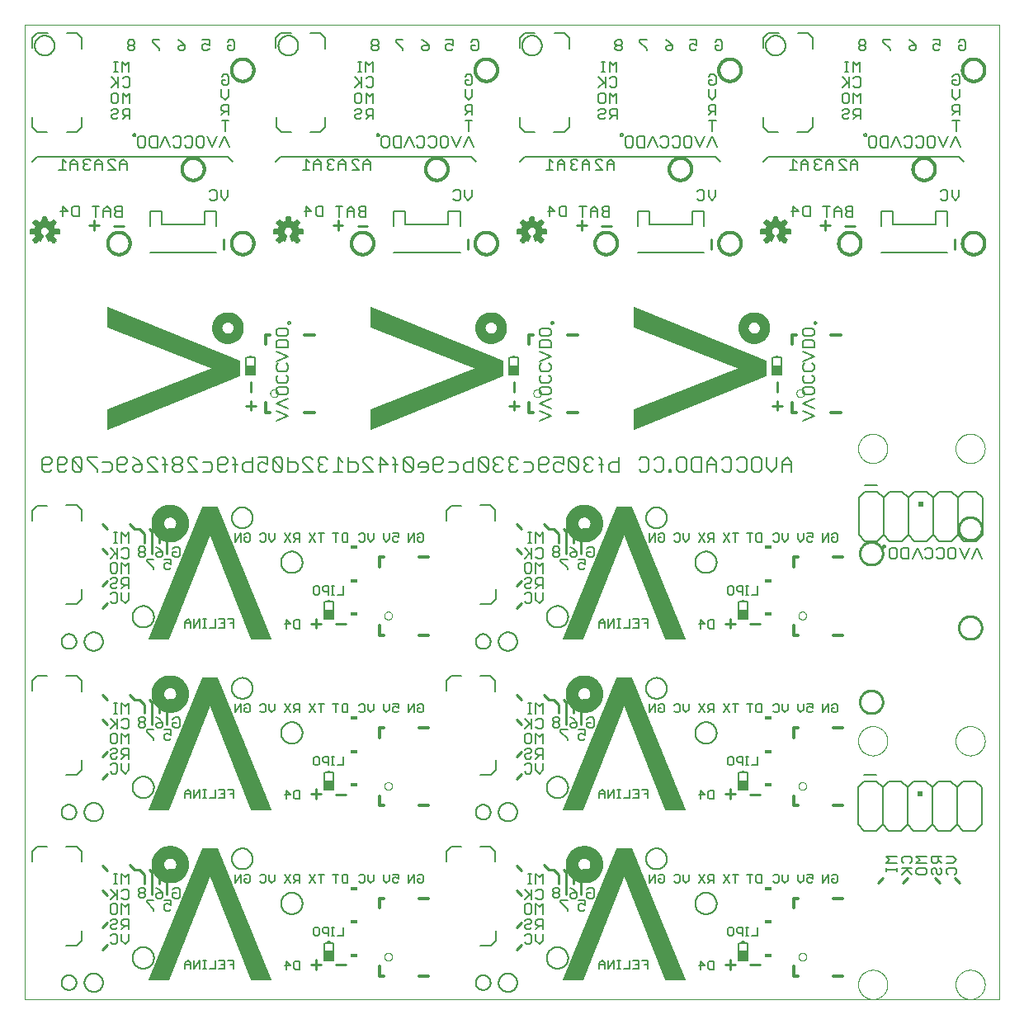
<source format=gbo>
G75*
%MOIN*%
%OFA0B0*%
%FSLAX25Y25*%
%IPPOS*%
%LPD*%
%AMOC8*
5,1,8,0,0,1.08239X$1,22.5*
%
%ADD10C,0.01100*%
%ADD11C,0.00800*%
%ADD12C,0.00600*%
%ADD13C,0.00500*%
%ADD14C,0.00787*%
%ADD15C,0.01000*%
%ADD16C,0.00197*%
%ADD17C,0.05000*%
%ADD18C,0.00394*%
%ADD19C,0.01450*%
%ADD20C,0.04000*%
%ADD21C,0.00000*%
%ADD22R,0.03000X0.01800*%
%ADD23C,0.01200*%
%ADD24C,0.00591*%
%ADD25R,0.02000X0.02000*%
D10*
X0120603Y0018895D02*
X0124540Y0018895D01*
X0122571Y0020863D02*
X0122571Y0016926D01*
X0130609Y0018735D02*
X0134546Y0018735D01*
X0122571Y0085824D02*
X0122571Y0089761D01*
X0120603Y0087792D02*
X0124540Y0087792D01*
X0130609Y0087633D02*
X0134546Y0087633D01*
X0122571Y0154722D02*
X0122571Y0158658D01*
X0124540Y0156690D02*
X0120603Y0156690D01*
X0130609Y0156531D02*
X0134546Y0156531D01*
X0096174Y0242726D02*
X0096174Y0246663D01*
X0098142Y0244695D02*
X0094206Y0244695D01*
X0096169Y0250228D02*
X0096169Y0254165D01*
X0085302Y0307871D02*
X0085302Y0311807D01*
X0044954Y0317287D02*
X0041017Y0317287D01*
X0034947Y0317446D02*
X0031011Y0317446D01*
X0032979Y0319414D02*
X0032979Y0315477D01*
X0129436Y0317446D02*
X0133373Y0317446D01*
X0131404Y0319414D02*
X0131404Y0315477D01*
X0139442Y0317287D02*
X0143379Y0317287D01*
X0183727Y0311807D02*
X0183727Y0307871D01*
X0227861Y0317446D02*
X0231798Y0317446D01*
X0229829Y0319414D02*
X0229829Y0315477D01*
X0237867Y0317287D02*
X0241804Y0317287D01*
X0282152Y0311807D02*
X0282152Y0307871D01*
X0326286Y0317446D02*
X0330223Y0317446D01*
X0328255Y0319414D02*
X0328255Y0315477D01*
X0336293Y0317287D02*
X0340229Y0317287D01*
X0380577Y0311807D02*
X0380577Y0307871D01*
X0310741Y0244695D02*
X0306804Y0244695D01*
X0308773Y0246663D02*
X0308773Y0242726D01*
X0308767Y0250228D02*
X0308767Y0254165D01*
X0289894Y0158658D02*
X0289894Y0154722D01*
X0291862Y0156690D02*
X0287926Y0156690D01*
X0297932Y0156531D02*
X0301869Y0156531D01*
X0289894Y0089761D02*
X0289894Y0085824D01*
X0291862Y0087792D02*
X0287926Y0087792D01*
X0297932Y0087633D02*
X0301869Y0087633D01*
X0289894Y0020863D02*
X0289894Y0016926D01*
X0291862Y0018895D02*
X0287926Y0018895D01*
X0297932Y0018735D02*
X0301869Y0018735D01*
X0202473Y0242726D02*
X0202473Y0246663D01*
X0204442Y0244695D02*
X0200505Y0244695D01*
X0202468Y0250228D02*
X0202468Y0254165D01*
D11*
X0203293Y0223740D02*
X0201358Y0223740D01*
X0200391Y0222773D01*
X0200391Y0221805D01*
X0201358Y0220838D01*
X0200391Y0219870D01*
X0200391Y0218903D01*
X0201358Y0217935D01*
X0203293Y0217935D01*
X0204261Y0218903D01*
X0206468Y0217935D02*
X0209370Y0217935D01*
X0210338Y0218903D01*
X0210338Y0220838D01*
X0209370Y0221805D01*
X0206468Y0221805D01*
X0204261Y0222773D02*
X0203293Y0223740D01*
X0202326Y0220838D02*
X0201358Y0220838D01*
X0198184Y0222773D02*
X0197216Y0223740D01*
X0195281Y0223740D01*
X0194314Y0222773D01*
X0194314Y0221805D01*
X0195281Y0220838D01*
X0194314Y0219870D01*
X0194314Y0218903D01*
X0195281Y0217935D01*
X0197216Y0217935D01*
X0198184Y0218903D01*
X0196249Y0220838D02*
X0195281Y0220838D01*
X0192106Y0222773D02*
X0191139Y0223740D01*
X0189204Y0223740D01*
X0188236Y0222773D01*
X0192106Y0218903D01*
X0191139Y0217935D01*
X0189204Y0217935D01*
X0188236Y0218903D01*
X0188236Y0222773D01*
X0186029Y0223740D02*
X0186029Y0217935D01*
X0183127Y0217935D01*
X0182159Y0218903D01*
X0182159Y0220838D01*
X0183127Y0221805D01*
X0186029Y0221805D01*
X0192106Y0222773D02*
X0192106Y0218903D01*
X0179952Y0218903D02*
X0178984Y0217935D01*
X0176082Y0217935D01*
X0173875Y0218903D02*
X0172907Y0217935D01*
X0170972Y0217935D01*
X0170005Y0218903D01*
X0170005Y0222773D01*
X0170972Y0223740D01*
X0172907Y0223740D01*
X0173875Y0222773D01*
X0173875Y0221805D01*
X0172907Y0220838D01*
X0170005Y0220838D01*
X0167798Y0220838D02*
X0166830Y0221805D01*
X0164895Y0221805D01*
X0163928Y0220838D01*
X0163928Y0219870D01*
X0167798Y0219870D01*
X0167798Y0218903D02*
X0167798Y0220838D01*
X0167798Y0218903D02*
X0166830Y0217935D01*
X0164895Y0217935D01*
X0161720Y0218903D02*
X0161720Y0222773D01*
X0160753Y0223740D01*
X0158818Y0223740D01*
X0157850Y0222773D01*
X0161720Y0218903D01*
X0160753Y0217935D01*
X0158818Y0217935D01*
X0157850Y0218903D01*
X0157850Y0222773D01*
X0155643Y0220838D02*
X0153708Y0220838D01*
X0151592Y0220838D02*
X0148689Y0223740D01*
X0148689Y0217935D01*
X0147722Y0220838D02*
X0151592Y0220838D01*
X0153708Y0223740D02*
X0154676Y0222773D01*
X0154676Y0217935D01*
X0145515Y0217935D02*
X0141645Y0221805D01*
X0141645Y0222773D01*
X0142612Y0223740D01*
X0144547Y0223740D01*
X0145515Y0222773D01*
X0145515Y0217935D02*
X0141645Y0217935D01*
X0139437Y0218903D02*
X0139437Y0220838D01*
X0138470Y0221805D01*
X0135567Y0221805D01*
X0135567Y0223740D02*
X0135567Y0217935D01*
X0138470Y0217935D01*
X0139437Y0218903D01*
X0133360Y0217935D02*
X0129490Y0217935D01*
X0131425Y0217935D02*
X0131425Y0223740D01*
X0133360Y0221805D01*
X0127283Y0222773D02*
X0126316Y0223740D01*
X0124381Y0223740D01*
X0123413Y0222773D01*
X0123413Y0221805D01*
X0124381Y0220838D01*
X0123413Y0219870D01*
X0123413Y0218903D01*
X0124381Y0217935D01*
X0126316Y0217935D01*
X0127283Y0218903D01*
X0125348Y0220838D02*
X0124381Y0220838D01*
X0121206Y0222773D02*
X0120238Y0223740D01*
X0118303Y0223740D01*
X0117336Y0222773D01*
X0117336Y0221805D01*
X0121206Y0217935D01*
X0117336Y0217935D01*
X0115129Y0218903D02*
X0115129Y0220838D01*
X0114161Y0221805D01*
X0111259Y0221805D01*
X0111259Y0223740D02*
X0111259Y0217935D01*
X0114161Y0217935D01*
X0115129Y0218903D01*
X0109051Y0218903D02*
X0109051Y0222773D01*
X0108084Y0223740D01*
X0106149Y0223740D01*
X0105181Y0222773D01*
X0109051Y0218903D01*
X0108084Y0217935D01*
X0106149Y0217935D01*
X0105181Y0218903D01*
X0105181Y0222773D01*
X0102974Y0223740D02*
X0102974Y0220838D01*
X0101039Y0221805D01*
X0100072Y0221805D01*
X0099104Y0220838D01*
X0099104Y0218903D01*
X0100072Y0217935D01*
X0102007Y0217935D01*
X0102974Y0218903D01*
X0102974Y0223740D02*
X0099104Y0223740D01*
X0096897Y0223740D02*
X0096897Y0217935D01*
X0093995Y0217935D01*
X0093027Y0218903D01*
X0093027Y0220838D01*
X0093995Y0221805D01*
X0096897Y0221805D01*
X0090820Y0220838D02*
X0088885Y0220838D01*
X0089852Y0222773D02*
X0089852Y0217935D01*
X0086768Y0218903D02*
X0085801Y0217935D01*
X0083866Y0217935D01*
X0082898Y0218903D01*
X0082898Y0222773D01*
X0083866Y0223740D01*
X0085801Y0223740D01*
X0086768Y0222773D01*
X0086768Y0221805D01*
X0085801Y0220838D01*
X0082898Y0220838D01*
X0080691Y0220838D02*
X0080691Y0218903D01*
X0079724Y0217935D01*
X0076821Y0217935D01*
X0074614Y0217935D02*
X0070744Y0221805D01*
X0070744Y0222773D01*
X0071712Y0223740D01*
X0073647Y0223740D01*
X0074614Y0222773D01*
X0076821Y0221805D02*
X0079724Y0221805D01*
X0080691Y0220838D01*
X0074614Y0217935D02*
X0070744Y0217935D01*
X0068537Y0218903D02*
X0068537Y0219870D01*
X0067569Y0220838D01*
X0065634Y0220838D01*
X0064667Y0219870D01*
X0064667Y0218903D01*
X0065634Y0217935D01*
X0067569Y0217935D01*
X0068537Y0218903D01*
X0067569Y0220838D02*
X0068537Y0221805D01*
X0068537Y0222773D01*
X0067569Y0223740D01*
X0065634Y0223740D01*
X0064667Y0222773D01*
X0064667Y0221805D01*
X0065634Y0220838D01*
X0062460Y0220838D02*
X0060525Y0220838D01*
X0061492Y0222773D02*
X0061492Y0217935D01*
X0058408Y0217935D02*
X0054538Y0221805D01*
X0054538Y0222773D01*
X0055506Y0223740D01*
X0057441Y0223740D01*
X0058408Y0222773D01*
X0060525Y0223740D02*
X0061492Y0222773D01*
X0058408Y0217935D02*
X0054538Y0217935D01*
X0052331Y0218903D02*
X0051364Y0217935D01*
X0049429Y0217935D01*
X0048461Y0218903D01*
X0048461Y0219870D01*
X0049429Y0220838D01*
X0052331Y0220838D01*
X0052331Y0218903D01*
X0052331Y0220838D02*
X0050396Y0222773D01*
X0048461Y0223740D01*
X0046254Y0222773D02*
X0046254Y0221805D01*
X0045286Y0220838D01*
X0042384Y0220838D01*
X0042384Y0218903D02*
X0042384Y0222773D01*
X0043351Y0223740D01*
X0045286Y0223740D01*
X0046254Y0222773D01*
X0046254Y0218903D02*
X0045286Y0217935D01*
X0043351Y0217935D01*
X0042384Y0218903D01*
X0040177Y0218903D02*
X0039209Y0217935D01*
X0036307Y0217935D01*
X0034099Y0217935D02*
X0034099Y0218903D01*
X0030229Y0222773D01*
X0030229Y0223740D01*
X0034099Y0223740D01*
X0036307Y0221805D02*
X0039209Y0221805D01*
X0040177Y0220838D01*
X0040177Y0218903D01*
X0028022Y0218903D02*
X0024152Y0222773D01*
X0024152Y0218903D01*
X0025120Y0217935D01*
X0027055Y0217935D01*
X0028022Y0218903D01*
X0028022Y0222773D01*
X0027055Y0223740D01*
X0025120Y0223740D01*
X0024152Y0222773D01*
X0021945Y0222773D02*
X0021945Y0221805D01*
X0020978Y0220838D01*
X0018075Y0220838D01*
X0018075Y0218903D02*
X0018075Y0222773D01*
X0019043Y0223740D01*
X0020978Y0223740D01*
X0021945Y0222773D01*
X0021945Y0218903D02*
X0020978Y0217935D01*
X0019043Y0217935D01*
X0018075Y0218903D01*
X0015868Y0218903D02*
X0014900Y0217935D01*
X0012965Y0217935D01*
X0011998Y0218903D01*
X0011998Y0222773D01*
X0012965Y0223740D01*
X0014900Y0223740D01*
X0015868Y0222773D01*
X0015868Y0221805D01*
X0014900Y0220838D01*
X0011998Y0220838D01*
X0040847Y0193391D02*
X0042248Y0193391D01*
X0041547Y0193391D02*
X0041547Y0189187D01*
X0040847Y0189187D02*
X0042248Y0189187D01*
X0044050Y0189187D02*
X0044050Y0193391D01*
X0045451Y0191990D01*
X0046852Y0193391D01*
X0046852Y0189187D01*
X0046151Y0187178D02*
X0046852Y0186478D01*
X0046852Y0183675D01*
X0046151Y0182975D01*
X0044750Y0182975D01*
X0044050Y0183675D01*
X0042248Y0182975D02*
X0042248Y0187178D01*
X0044050Y0186478D02*
X0044750Y0187178D01*
X0046151Y0187178D01*
X0050826Y0187029D02*
X0050826Y0186328D01*
X0051527Y0185627D01*
X0052928Y0185627D01*
X0053629Y0186328D01*
X0053629Y0187029D01*
X0052928Y0187729D01*
X0051527Y0187729D01*
X0050826Y0187029D01*
X0051527Y0185627D02*
X0050826Y0184927D01*
X0050826Y0184226D01*
X0051527Y0183526D01*
X0052928Y0183526D01*
X0053629Y0184226D01*
X0053629Y0184927D01*
X0052928Y0185627D01*
X0054054Y0182639D02*
X0054054Y0181938D01*
X0056856Y0179136D01*
X0056856Y0178435D01*
X0056856Y0182639D02*
X0054054Y0182639D01*
X0057791Y0184150D02*
X0057791Y0184851D01*
X0058492Y0185552D01*
X0060594Y0185552D01*
X0060594Y0184150D01*
X0059893Y0183450D01*
X0058492Y0183450D01*
X0057791Y0184150D01*
X0059192Y0186953D02*
X0060594Y0185552D01*
X0059192Y0186953D02*
X0057791Y0187653D01*
X0061211Y0182639D02*
X0064013Y0182639D01*
X0064013Y0180537D01*
X0062612Y0181238D01*
X0061912Y0181238D01*
X0061211Y0180537D01*
X0061211Y0179136D01*
X0061912Y0178435D01*
X0063313Y0178435D01*
X0064013Y0179136D01*
X0065412Y0183435D02*
X0064711Y0184136D01*
X0064711Y0185537D01*
X0066112Y0185537D01*
X0067513Y0186938D02*
X0067513Y0184136D01*
X0066813Y0183435D01*
X0065412Y0183435D01*
X0064711Y0186938D02*
X0065412Y0187639D01*
X0066813Y0187639D01*
X0067513Y0186938D01*
X0046852Y0181253D02*
X0045451Y0179852D01*
X0044050Y0181253D01*
X0044050Y0177050D01*
X0042248Y0177750D02*
X0041547Y0177050D01*
X0040146Y0177050D01*
X0039446Y0177750D01*
X0039446Y0180553D01*
X0040146Y0181253D01*
X0041547Y0181253D01*
X0042248Y0180553D01*
X0042248Y0177750D01*
X0041547Y0175147D02*
X0040146Y0175147D01*
X0039446Y0174446D01*
X0040146Y0173045D02*
X0039446Y0172345D01*
X0039446Y0171644D01*
X0040146Y0170943D01*
X0041547Y0170943D01*
X0042248Y0171644D01*
X0041547Y0173045D02*
X0040146Y0173045D01*
X0041547Y0173045D02*
X0042248Y0173746D01*
X0042248Y0174446D01*
X0041547Y0175147D01*
X0044050Y0174446D02*
X0044050Y0173045D01*
X0044750Y0172345D01*
X0046852Y0172345D01*
X0045451Y0172345D02*
X0044050Y0170943D01*
X0044050Y0169147D02*
X0044050Y0166345D01*
X0045451Y0164943D01*
X0046852Y0166345D01*
X0046852Y0169147D01*
X0046852Y0170943D02*
X0046852Y0175147D01*
X0044750Y0175147D01*
X0044050Y0174446D01*
X0046852Y0177050D02*
X0046852Y0181253D01*
X0042248Y0184376D02*
X0039446Y0187178D01*
X0041547Y0185077D02*
X0039446Y0182975D01*
X0040146Y0169147D02*
X0041547Y0169147D01*
X0042248Y0168446D01*
X0042248Y0165644D01*
X0041547Y0164943D01*
X0040146Y0164943D01*
X0039446Y0165644D01*
X0039446Y0168446D02*
X0040146Y0169147D01*
X0048421Y0159425D02*
X0048423Y0159556D01*
X0048429Y0159688D01*
X0048439Y0159819D01*
X0048453Y0159950D01*
X0048471Y0160080D01*
X0048493Y0160209D01*
X0048518Y0160338D01*
X0048548Y0160466D01*
X0048582Y0160593D01*
X0048619Y0160720D01*
X0048660Y0160844D01*
X0048705Y0160968D01*
X0048754Y0161090D01*
X0048806Y0161211D01*
X0048862Y0161329D01*
X0048922Y0161447D01*
X0048985Y0161562D01*
X0049052Y0161675D01*
X0049122Y0161787D01*
X0049195Y0161896D01*
X0049271Y0162002D01*
X0049351Y0162107D01*
X0049434Y0162209D01*
X0049520Y0162308D01*
X0049609Y0162405D01*
X0049701Y0162499D01*
X0049796Y0162590D01*
X0049893Y0162679D01*
X0049993Y0162764D01*
X0050096Y0162846D01*
X0050201Y0162925D01*
X0050308Y0163001D01*
X0050418Y0163073D01*
X0050530Y0163142D01*
X0050644Y0163208D01*
X0050759Y0163270D01*
X0050877Y0163329D01*
X0050996Y0163384D01*
X0051117Y0163436D01*
X0051240Y0163483D01*
X0051364Y0163527D01*
X0051489Y0163568D01*
X0051615Y0163604D01*
X0051743Y0163637D01*
X0051871Y0163665D01*
X0052000Y0163690D01*
X0052130Y0163711D01*
X0052260Y0163728D01*
X0052391Y0163741D01*
X0052522Y0163750D01*
X0052653Y0163755D01*
X0052785Y0163756D01*
X0052916Y0163753D01*
X0053048Y0163746D01*
X0053179Y0163735D01*
X0053309Y0163720D01*
X0053439Y0163701D01*
X0053569Y0163678D01*
X0053697Y0163652D01*
X0053825Y0163621D01*
X0053952Y0163586D01*
X0054078Y0163548D01*
X0054202Y0163506D01*
X0054326Y0163460D01*
X0054447Y0163410D01*
X0054567Y0163357D01*
X0054686Y0163300D01*
X0054803Y0163240D01*
X0054917Y0163176D01*
X0055030Y0163108D01*
X0055141Y0163037D01*
X0055250Y0162963D01*
X0055356Y0162886D01*
X0055460Y0162805D01*
X0055561Y0162722D01*
X0055660Y0162635D01*
X0055756Y0162545D01*
X0055849Y0162452D01*
X0055940Y0162357D01*
X0056027Y0162259D01*
X0056112Y0162158D01*
X0056193Y0162055D01*
X0056271Y0161949D01*
X0056346Y0161841D01*
X0056418Y0161731D01*
X0056486Y0161619D01*
X0056551Y0161505D01*
X0056612Y0161388D01*
X0056670Y0161270D01*
X0056724Y0161150D01*
X0056775Y0161029D01*
X0056822Y0160906D01*
X0056865Y0160782D01*
X0056904Y0160657D01*
X0056940Y0160530D01*
X0056971Y0160402D01*
X0056999Y0160274D01*
X0057023Y0160145D01*
X0057043Y0160015D01*
X0057059Y0159884D01*
X0057071Y0159753D01*
X0057079Y0159622D01*
X0057083Y0159491D01*
X0057083Y0159359D01*
X0057079Y0159228D01*
X0057071Y0159097D01*
X0057059Y0158966D01*
X0057043Y0158835D01*
X0057023Y0158705D01*
X0056999Y0158576D01*
X0056971Y0158448D01*
X0056940Y0158320D01*
X0056904Y0158193D01*
X0056865Y0158068D01*
X0056822Y0157944D01*
X0056775Y0157821D01*
X0056724Y0157700D01*
X0056670Y0157580D01*
X0056612Y0157462D01*
X0056551Y0157345D01*
X0056486Y0157231D01*
X0056418Y0157119D01*
X0056346Y0157009D01*
X0056271Y0156901D01*
X0056193Y0156795D01*
X0056112Y0156692D01*
X0056027Y0156591D01*
X0055940Y0156493D01*
X0055849Y0156398D01*
X0055756Y0156305D01*
X0055660Y0156215D01*
X0055561Y0156128D01*
X0055460Y0156045D01*
X0055356Y0155964D01*
X0055250Y0155887D01*
X0055141Y0155813D01*
X0055030Y0155742D01*
X0054918Y0155674D01*
X0054803Y0155610D01*
X0054686Y0155550D01*
X0054567Y0155493D01*
X0054447Y0155440D01*
X0054326Y0155390D01*
X0054202Y0155344D01*
X0054078Y0155302D01*
X0053952Y0155264D01*
X0053825Y0155229D01*
X0053697Y0155198D01*
X0053569Y0155172D01*
X0053439Y0155149D01*
X0053309Y0155130D01*
X0053179Y0155115D01*
X0053048Y0155104D01*
X0052916Y0155097D01*
X0052785Y0155094D01*
X0052653Y0155095D01*
X0052522Y0155100D01*
X0052391Y0155109D01*
X0052260Y0155122D01*
X0052130Y0155139D01*
X0052000Y0155160D01*
X0051871Y0155185D01*
X0051743Y0155213D01*
X0051615Y0155246D01*
X0051489Y0155282D01*
X0051364Y0155323D01*
X0051240Y0155367D01*
X0051117Y0155414D01*
X0050996Y0155466D01*
X0050877Y0155521D01*
X0050759Y0155580D01*
X0050644Y0155642D01*
X0050530Y0155708D01*
X0050418Y0155777D01*
X0050308Y0155849D01*
X0050201Y0155925D01*
X0050096Y0156004D01*
X0049993Y0156086D01*
X0049893Y0156171D01*
X0049796Y0156260D01*
X0049701Y0156351D01*
X0049609Y0156445D01*
X0049520Y0156542D01*
X0049434Y0156641D01*
X0049351Y0156743D01*
X0049271Y0156848D01*
X0049195Y0156954D01*
X0049122Y0157063D01*
X0049052Y0157175D01*
X0048985Y0157288D01*
X0048922Y0157403D01*
X0048862Y0157521D01*
X0048806Y0157639D01*
X0048754Y0157760D01*
X0048705Y0157882D01*
X0048660Y0158006D01*
X0048619Y0158130D01*
X0048582Y0158257D01*
X0048548Y0158384D01*
X0048518Y0158512D01*
X0048493Y0158641D01*
X0048471Y0158770D01*
X0048453Y0158900D01*
X0048439Y0159031D01*
X0048429Y0159162D01*
X0048423Y0159294D01*
X0048421Y0159425D01*
X0046852Y0124493D02*
X0045451Y0123092D01*
X0044050Y0124493D01*
X0044050Y0120290D01*
X0042248Y0120290D02*
X0040847Y0120290D01*
X0041547Y0120290D02*
X0041547Y0124493D01*
X0040847Y0124493D02*
X0042248Y0124493D01*
X0046852Y0124493D02*
X0046852Y0120290D01*
X0046151Y0118281D02*
X0046852Y0117580D01*
X0046852Y0114778D01*
X0046151Y0114077D01*
X0044750Y0114077D01*
X0044050Y0114778D01*
X0042248Y0115478D02*
X0039446Y0118281D01*
X0042248Y0118281D02*
X0042248Y0114077D01*
X0041547Y0112356D02*
X0040146Y0112356D01*
X0039446Y0111655D01*
X0039446Y0108853D01*
X0040146Y0108152D01*
X0041547Y0108152D01*
X0042248Y0108853D01*
X0042248Y0111655D01*
X0041547Y0112356D01*
X0044050Y0112356D02*
X0044050Y0108152D01*
X0044750Y0106249D02*
X0044050Y0105549D01*
X0044050Y0104147D01*
X0044750Y0103447D01*
X0046852Y0103447D01*
X0045451Y0103447D02*
X0044050Y0102046D01*
X0044050Y0100249D02*
X0044050Y0097447D01*
X0045451Y0096046D01*
X0046852Y0097447D01*
X0046852Y0100249D01*
X0046852Y0102046D02*
X0046852Y0106249D01*
X0044750Y0106249D01*
X0042248Y0105549D02*
X0042248Y0104848D01*
X0041547Y0104147D01*
X0040146Y0104147D01*
X0039446Y0103447D01*
X0039446Y0102746D01*
X0040146Y0102046D01*
X0041547Y0102046D01*
X0042248Y0102746D01*
X0041547Y0100249D02*
X0040146Y0100249D01*
X0039446Y0099549D01*
X0041547Y0100249D02*
X0042248Y0099549D01*
X0042248Y0096746D01*
X0041547Y0096046D01*
X0040146Y0096046D01*
X0039446Y0096746D01*
X0039446Y0105549D02*
X0040146Y0106249D01*
X0041547Y0106249D01*
X0042248Y0105549D01*
X0046852Y0108152D02*
X0046852Y0112356D01*
X0045451Y0110954D01*
X0044050Y0112356D01*
X0041547Y0116179D02*
X0039446Y0114077D01*
X0044050Y0117580D02*
X0044750Y0118281D01*
X0046151Y0118281D01*
X0050826Y0118131D02*
X0050826Y0117430D01*
X0051527Y0116730D01*
X0052928Y0116730D01*
X0053629Y0117430D01*
X0053629Y0118131D01*
X0052928Y0118832D01*
X0051527Y0118832D01*
X0050826Y0118131D01*
X0051527Y0116730D02*
X0050826Y0116029D01*
X0050826Y0115329D01*
X0051527Y0114628D01*
X0052928Y0114628D01*
X0053629Y0115329D01*
X0053629Y0116029D01*
X0052928Y0116730D01*
X0054054Y0113741D02*
X0054054Y0113041D01*
X0056856Y0110238D01*
X0056856Y0109538D01*
X0056856Y0113741D02*
X0054054Y0113741D01*
X0057791Y0115253D02*
X0057791Y0115953D01*
X0058492Y0116654D01*
X0060594Y0116654D01*
X0060594Y0115253D01*
X0059893Y0114552D01*
X0058492Y0114552D01*
X0057791Y0115253D01*
X0059192Y0118055D02*
X0060594Y0116654D01*
X0059192Y0118055D02*
X0057791Y0118756D01*
X0061211Y0113741D02*
X0064013Y0113741D01*
X0064013Y0111640D01*
X0062612Y0112340D01*
X0061912Y0112340D01*
X0061211Y0111640D01*
X0061211Y0110238D01*
X0061912Y0109538D01*
X0063313Y0109538D01*
X0064013Y0110238D01*
X0065412Y0114538D02*
X0064711Y0115238D01*
X0064711Y0116640D01*
X0066112Y0116640D01*
X0064711Y0118041D02*
X0065412Y0118741D01*
X0066813Y0118741D01*
X0067513Y0118041D01*
X0067513Y0115238D01*
X0066813Y0114538D01*
X0065412Y0114538D01*
X0048421Y0090528D02*
X0048423Y0090659D01*
X0048429Y0090791D01*
X0048439Y0090922D01*
X0048453Y0091053D01*
X0048471Y0091183D01*
X0048493Y0091312D01*
X0048518Y0091441D01*
X0048548Y0091569D01*
X0048582Y0091696D01*
X0048619Y0091823D01*
X0048660Y0091947D01*
X0048705Y0092071D01*
X0048754Y0092193D01*
X0048806Y0092314D01*
X0048862Y0092432D01*
X0048922Y0092550D01*
X0048985Y0092665D01*
X0049052Y0092778D01*
X0049122Y0092890D01*
X0049195Y0092999D01*
X0049271Y0093105D01*
X0049351Y0093210D01*
X0049434Y0093312D01*
X0049520Y0093411D01*
X0049609Y0093508D01*
X0049701Y0093602D01*
X0049796Y0093693D01*
X0049893Y0093782D01*
X0049993Y0093867D01*
X0050096Y0093949D01*
X0050201Y0094028D01*
X0050308Y0094104D01*
X0050418Y0094176D01*
X0050530Y0094245D01*
X0050644Y0094311D01*
X0050759Y0094373D01*
X0050877Y0094432D01*
X0050996Y0094487D01*
X0051117Y0094539D01*
X0051240Y0094586D01*
X0051364Y0094630D01*
X0051489Y0094671D01*
X0051615Y0094707D01*
X0051743Y0094740D01*
X0051871Y0094768D01*
X0052000Y0094793D01*
X0052130Y0094814D01*
X0052260Y0094831D01*
X0052391Y0094844D01*
X0052522Y0094853D01*
X0052653Y0094858D01*
X0052785Y0094859D01*
X0052916Y0094856D01*
X0053048Y0094849D01*
X0053179Y0094838D01*
X0053309Y0094823D01*
X0053439Y0094804D01*
X0053569Y0094781D01*
X0053697Y0094755D01*
X0053825Y0094724D01*
X0053952Y0094689D01*
X0054078Y0094651D01*
X0054202Y0094609D01*
X0054326Y0094563D01*
X0054447Y0094513D01*
X0054567Y0094460D01*
X0054686Y0094403D01*
X0054803Y0094343D01*
X0054917Y0094279D01*
X0055030Y0094211D01*
X0055141Y0094140D01*
X0055250Y0094066D01*
X0055356Y0093989D01*
X0055460Y0093908D01*
X0055561Y0093825D01*
X0055660Y0093738D01*
X0055756Y0093648D01*
X0055849Y0093555D01*
X0055940Y0093460D01*
X0056027Y0093362D01*
X0056112Y0093261D01*
X0056193Y0093158D01*
X0056271Y0093052D01*
X0056346Y0092944D01*
X0056418Y0092834D01*
X0056486Y0092722D01*
X0056551Y0092608D01*
X0056612Y0092491D01*
X0056670Y0092373D01*
X0056724Y0092253D01*
X0056775Y0092132D01*
X0056822Y0092009D01*
X0056865Y0091885D01*
X0056904Y0091760D01*
X0056940Y0091633D01*
X0056971Y0091505D01*
X0056999Y0091377D01*
X0057023Y0091248D01*
X0057043Y0091118D01*
X0057059Y0090987D01*
X0057071Y0090856D01*
X0057079Y0090725D01*
X0057083Y0090594D01*
X0057083Y0090462D01*
X0057079Y0090331D01*
X0057071Y0090200D01*
X0057059Y0090069D01*
X0057043Y0089938D01*
X0057023Y0089808D01*
X0056999Y0089679D01*
X0056971Y0089551D01*
X0056940Y0089423D01*
X0056904Y0089296D01*
X0056865Y0089171D01*
X0056822Y0089047D01*
X0056775Y0088924D01*
X0056724Y0088803D01*
X0056670Y0088683D01*
X0056612Y0088565D01*
X0056551Y0088448D01*
X0056486Y0088334D01*
X0056418Y0088222D01*
X0056346Y0088112D01*
X0056271Y0088004D01*
X0056193Y0087898D01*
X0056112Y0087795D01*
X0056027Y0087694D01*
X0055940Y0087596D01*
X0055849Y0087501D01*
X0055756Y0087408D01*
X0055660Y0087318D01*
X0055561Y0087231D01*
X0055460Y0087148D01*
X0055356Y0087067D01*
X0055250Y0086990D01*
X0055141Y0086916D01*
X0055030Y0086845D01*
X0054918Y0086777D01*
X0054803Y0086713D01*
X0054686Y0086653D01*
X0054567Y0086596D01*
X0054447Y0086543D01*
X0054326Y0086493D01*
X0054202Y0086447D01*
X0054078Y0086405D01*
X0053952Y0086367D01*
X0053825Y0086332D01*
X0053697Y0086301D01*
X0053569Y0086275D01*
X0053439Y0086252D01*
X0053309Y0086233D01*
X0053179Y0086218D01*
X0053048Y0086207D01*
X0052916Y0086200D01*
X0052785Y0086197D01*
X0052653Y0086198D01*
X0052522Y0086203D01*
X0052391Y0086212D01*
X0052260Y0086225D01*
X0052130Y0086242D01*
X0052000Y0086263D01*
X0051871Y0086288D01*
X0051743Y0086316D01*
X0051615Y0086349D01*
X0051489Y0086385D01*
X0051364Y0086426D01*
X0051240Y0086470D01*
X0051117Y0086517D01*
X0050996Y0086569D01*
X0050877Y0086624D01*
X0050759Y0086683D01*
X0050644Y0086745D01*
X0050530Y0086811D01*
X0050418Y0086880D01*
X0050308Y0086952D01*
X0050201Y0087028D01*
X0050096Y0087107D01*
X0049993Y0087189D01*
X0049893Y0087274D01*
X0049796Y0087363D01*
X0049701Y0087454D01*
X0049609Y0087548D01*
X0049520Y0087645D01*
X0049434Y0087744D01*
X0049351Y0087846D01*
X0049271Y0087951D01*
X0049195Y0088057D01*
X0049122Y0088166D01*
X0049052Y0088278D01*
X0048985Y0088391D01*
X0048922Y0088506D01*
X0048862Y0088624D01*
X0048806Y0088742D01*
X0048754Y0088863D01*
X0048705Y0088985D01*
X0048660Y0089109D01*
X0048619Y0089233D01*
X0048582Y0089360D01*
X0048548Y0089487D01*
X0048518Y0089615D01*
X0048493Y0089744D01*
X0048471Y0089873D01*
X0048453Y0090003D01*
X0048439Y0090134D01*
X0048429Y0090265D01*
X0048423Y0090397D01*
X0048421Y0090528D01*
X0046852Y0055596D02*
X0045451Y0054195D01*
X0044050Y0055596D01*
X0044050Y0051392D01*
X0042248Y0051392D02*
X0040847Y0051392D01*
X0041547Y0051392D02*
X0041547Y0055596D01*
X0040847Y0055596D02*
X0042248Y0055596D01*
X0046852Y0055596D02*
X0046852Y0051392D01*
X0046151Y0049383D02*
X0046852Y0048683D01*
X0046852Y0045880D01*
X0046151Y0045180D01*
X0044750Y0045180D01*
X0044050Y0045880D01*
X0042248Y0045180D02*
X0042248Y0049383D01*
X0044050Y0048683D02*
X0044750Y0049383D01*
X0046151Y0049383D01*
X0050826Y0049233D02*
X0050826Y0048533D01*
X0051527Y0047832D01*
X0052928Y0047832D01*
X0053629Y0048533D01*
X0053629Y0049233D01*
X0052928Y0049934D01*
X0051527Y0049934D01*
X0050826Y0049233D01*
X0051527Y0047832D02*
X0050826Y0047131D01*
X0050826Y0046431D01*
X0051527Y0045730D01*
X0052928Y0045730D01*
X0053629Y0046431D01*
X0053629Y0047131D01*
X0052928Y0047832D01*
X0054054Y0044844D02*
X0054054Y0044143D01*
X0056856Y0041341D01*
X0056856Y0040640D01*
X0056856Y0044844D02*
X0054054Y0044844D01*
X0057791Y0046355D02*
X0057791Y0047056D01*
X0058492Y0047756D01*
X0060594Y0047756D01*
X0060594Y0046355D01*
X0059893Y0045654D01*
X0058492Y0045654D01*
X0057791Y0046355D01*
X0059192Y0049157D02*
X0060594Y0047756D01*
X0059192Y0049157D02*
X0057791Y0049858D01*
X0061211Y0044844D02*
X0064013Y0044844D01*
X0064013Y0042742D01*
X0062612Y0043443D01*
X0061912Y0043443D01*
X0061211Y0042742D01*
X0061211Y0041341D01*
X0061912Y0040640D01*
X0063313Y0040640D01*
X0064013Y0041341D01*
X0065412Y0045640D02*
X0064711Y0046341D01*
X0064711Y0047742D01*
X0066112Y0047742D01*
X0064711Y0049143D02*
X0065412Y0049844D01*
X0066813Y0049844D01*
X0067513Y0049143D01*
X0067513Y0046341D01*
X0066813Y0045640D01*
X0065412Y0045640D01*
X0046852Y0043458D02*
X0046852Y0039254D01*
X0046852Y0037352D02*
X0044750Y0037352D01*
X0044050Y0036651D01*
X0044050Y0035250D01*
X0044750Y0034549D01*
X0046852Y0034549D01*
X0046852Y0033148D02*
X0046852Y0037352D01*
X0045451Y0034549D02*
X0044050Y0033148D01*
X0044050Y0031352D02*
X0044050Y0028549D01*
X0045451Y0027148D01*
X0046852Y0028549D01*
X0046852Y0031352D01*
X0042248Y0030651D02*
X0042248Y0027849D01*
X0041547Y0027148D01*
X0040146Y0027148D01*
X0039446Y0027849D01*
X0039446Y0030651D02*
X0040146Y0031352D01*
X0041547Y0031352D01*
X0042248Y0030651D01*
X0041547Y0033148D02*
X0040146Y0033148D01*
X0039446Y0033849D01*
X0039446Y0034549D01*
X0040146Y0035250D01*
X0041547Y0035250D01*
X0042248Y0035950D01*
X0042248Y0036651D01*
X0041547Y0037352D01*
X0040146Y0037352D01*
X0039446Y0036651D01*
X0040146Y0039254D02*
X0039446Y0039955D01*
X0039446Y0042757D01*
X0040146Y0043458D01*
X0041547Y0043458D01*
X0042248Y0042757D01*
X0042248Y0039955D01*
X0041547Y0039254D01*
X0040146Y0039254D01*
X0044050Y0039254D02*
X0044050Y0043458D01*
X0045451Y0042057D01*
X0046852Y0043458D01*
X0042248Y0046581D02*
X0039446Y0049383D01*
X0041547Y0047281D02*
X0039446Y0045180D01*
X0042248Y0033849D02*
X0041547Y0033148D01*
X0048421Y0021630D02*
X0048423Y0021761D01*
X0048429Y0021893D01*
X0048439Y0022024D01*
X0048453Y0022155D01*
X0048471Y0022285D01*
X0048493Y0022414D01*
X0048518Y0022543D01*
X0048548Y0022671D01*
X0048582Y0022798D01*
X0048619Y0022925D01*
X0048660Y0023049D01*
X0048705Y0023173D01*
X0048754Y0023295D01*
X0048806Y0023416D01*
X0048862Y0023534D01*
X0048922Y0023652D01*
X0048985Y0023767D01*
X0049052Y0023880D01*
X0049122Y0023992D01*
X0049195Y0024101D01*
X0049271Y0024207D01*
X0049351Y0024312D01*
X0049434Y0024414D01*
X0049520Y0024513D01*
X0049609Y0024610D01*
X0049701Y0024704D01*
X0049796Y0024795D01*
X0049893Y0024884D01*
X0049993Y0024969D01*
X0050096Y0025051D01*
X0050201Y0025130D01*
X0050308Y0025206D01*
X0050418Y0025278D01*
X0050530Y0025347D01*
X0050644Y0025413D01*
X0050759Y0025475D01*
X0050877Y0025534D01*
X0050996Y0025589D01*
X0051117Y0025641D01*
X0051240Y0025688D01*
X0051364Y0025732D01*
X0051489Y0025773D01*
X0051615Y0025809D01*
X0051743Y0025842D01*
X0051871Y0025870D01*
X0052000Y0025895D01*
X0052130Y0025916D01*
X0052260Y0025933D01*
X0052391Y0025946D01*
X0052522Y0025955D01*
X0052653Y0025960D01*
X0052785Y0025961D01*
X0052916Y0025958D01*
X0053048Y0025951D01*
X0053179Y0025940D01*
X0053309Y0025925D01*
X0053439Y0025906D01*
X0053569Y0025883D01*
X0053697Y0025857D01*
X0053825Y0025826D01*
X0053952Y0025791D01*
X0054078Y0025753D01*
X0054202Y0025711D01*
X0054326Y0025665D01*
X0054447Y0025615D01*
X0054567Y0025562D01*
X0054686Y0025505D01*
X0054803Y0025445D01*
X0054917Y0025381D01*
X0055030Y0025313D01*
X0055141Y0025242D01*
X0055250Y0025168D01*
X0055356Y0025091D01*
X0055460Y0025010D01*
X0055561Y0024927D01*
X0055660Y0024840D01*
X0055756Y0024750D01*
X0055849Y0024657D01*
X0055940Y0024562D01*
X0056027Y0024464D01*
X0056112Y0024363D01*
X0056193Y0024260D01*
X0056271Y0024154D01*
X0056346Y0024046D01*
X0056418Y0023936D01*
X0056486Y0023824D01*
X0056551Y0023710D01*
X0056612Y0023593D01*
X0056670Y0023475D01*
X0056724Y0023355D01*
X0056775Y0023234D01*
X0056822Y0023111D01*
X0056865Y0022987D01*
X0056904Y0022862D01*
X0056940Y0022735D01*
X0056971Y0022607D01*
X0056999Y0022479D01*
X0057023Y0022350D01*
X0057043Y0022220D01*
X0057059Y0022089D01*
X0057071Y0021958D01*
X0057079Y0021827D01*
X0057083Y0021696D01*
X0057083Y0021564D01*
X0057079Y0021433D01*
X0057071Y0021302D01*
X0057059Y0021171D01*
X0057043Y0021040D01*
X0057023Y0020910D01*
X0056999Y0020781D01*
X0056971Y0020653D01*
X0056940Y0020525D01*
X0056904Y0020398D01*
X0056865Y0020273D01*
X0056822Y0020149D01*
X0056775Y0020026D01*
X0056724Y0019905D01*
X0056670Y0019785D01*
X0056612Y0019667D01*
X0056551Y0019550D01*
X0056486Y0019436D01*
X0056418Y0019324D01*
X0056346Y0019214D01*
X0056271Y0019106D01*
X0056193Y0019000D01*
X0056112Y0018897D01*
X0056027Y0018796D01*
X0055940Y0018698D01*
X0055849Y0018603D01*
X0055756Y0018510D01*
X0055660Y0018420D01*
X0055561Y0018333D01*
X0055460Y0018250D01*
X0055356Y0018169D01*
X0055250Y0018092D01*
X0055141Y0018018D01*
X0055030Y0017947D01*
X0054918Y0017879D01*
X0054803Y0017815D01*
X0054686Y0017755D01*
X0054567Y0017698D01*
X0054447Y0017645D01*
X0054326Y0017595D01*
X0054202Y0017549D01*
X0054078Y0017507D01*
X0053952Y0017469D01*
X0053825Y0017434D01*
X0053697Y0017403D01*
X0053569Y0017377D01*
X0053439Y0017354D01*
X0053309Y0017335D01*
X0053179Y0017320D01*
X0053048Y0017309D01*
X0052916Y0017302D01*
X0052785Y0017299D01*
X0052653Y0017300D01*
X0052522Y0017305D01*
X0052391Y0017314D01*
X0052260Y0017327D01*
X0052130Y0017344D01*
X0052000Y0017365D01*
X0051871Y0017390D01*
X0051743Y0017418D01*
X0051615Y0017451D01*
X0051489Y0017487D01*
X0051364Y0017528D01*
X0051240Y0017572D01*
X0051117Y0017619D01*
X0050996Y0017671D01*
X0050877Y0017726D01*
X0050759Y0017785D01*
X0050644Y0017847D01*
X0050530Y0017913D01*
X0050418Y0017982D01*
X0050308Y0018054D01*
X0050201Y0018130D01*
X0050096Y0018209D01*
X0049993Y0018291D01*
X0049893Y0018376D01*
X0049796Y0018465D01*
X0049701Y0018556D01*
X0049609Y0018650D01*
X0049520Y0018747D01*
X0049434Y0018846D01*
X0049351Y0018948D01*
X0049271Y0019053D01*
X0049195Y0019159D01*
X0049122Y0019268D01*
X0049052Y0019380D01*
X0048985Y0019493D01*
X0048922Y0019608D01*
X0048862Y0019726D01*
X0048806Y0019844D01*
X0048754Y0019965D01*
X0048705Y0020087D01*
X0048660Y0020211D01*
X0048619Y0020335D01*
X0048582Y0020462D01*
X0048548Y0020589D01*
X0048518Y0020717D01*
X0048493Y0020846D01*
X0048471Y0020975D01*
X0048453Y0021105D01*
X0048439Y0021236D01*
X0048429Y0021367D01*
X0048423Y0021499D01*
X0048421Y0021630D01*
X0108421Y0043630D02*
X0108423Y0043761D01*
X0108429Y0043893D01*
X0108439Y0044024D01*
X0108453Y0044155D01*
X0108471Y0044285D01*
X0108493Y0044414D01*
X0108518Y0044543D01*
X0108548Y0044671D01*
X0108582Y0044798D01*
X0108619Y0044925D01*
X0108660Y0045049D01*
X0108705Y0045173D01*
X0108754Y0045295D01*
X0108806Y0045416D01*
X0108862Y0045534D01*
X0108922Y0045652D01*
X0108985Y0045767D01*
X0109052Y0045880D01*
X0109122Y0045992D01*
X0109195Y0046101D01*
X0109271Y0046207D01*
X0109351Y0046312D01*
X0109434Y0046414D01*
X0109520Y0046513D01*
X0109609Y0046610D01*
X0109701Y0046704D01*
X0109796Y0046795D01*
X0109893Y0046884D01*
X0109993Y0046969D01*
X0110096Y0047051D01*
X0110201Y0047130D01*
X0110308Y0047206D01*
X0110418Y0047278D01*
X0110530Y0047347D01*
X0110644Y0047413D01*
X0110759Y0047475D01*
X0110877Y0047534D01*
X0110996Y0047589D01*
X0111117Y0047641D01*
X0111240Y0047688D01*
X0111364Y0047732D01*
X0111489Y0047773D01*
X0111615Y0047809D01*
X0111743Y0047842D01*
X0111871Y0047870D01*
X0112000Y0047895D01*
X0112130Y0047916D01*
X0112260Y0047933D01*
X0112391Y0047946D01*
X0112522Y0047955D01*
X0112653Y0047960D01*
X0112785Y0047961D01*
X0112916Y0047958D01*
X0113048Y0047951D01*
X0113179Y0047940D01*
X0113309Y0047925D01*
X0113439Y0047906D01*
X0113569Y0047883D01*
X0113697Y0047857D01*
X0113825Y0047826D01*
X0113952Y0047791D01*
X0114078Y0047753D01*
X0114202Y0047711D01*
X0114326Y0047665D01*
X0114447Y0047615D01*
X0114567Y0047562D01*
X0114686Y0047505D01*
X0114803Y0047445D01*
X0114917Y0047381D01*
X0115030Y0047313D01*
X0115141Y0047242D01*
X0115250Y0047168D01*
X0115356Y0047091D01*
X0115460Y0047010D01*
X0115561Y0046927D01*
X0115660Y0046840D01*
X0115756Y0046750D01*
X0115849Y0046657D01*
X0115940Y0046562D01*
X0116027Y0046464D01*
X0116112Y0046363D01*
X0116193Y0046260D01*
X0116271Y0046154D01*
X0116346Y0046046D01*
X0116418Y0045936D01*
X0116486Y0045824D01*
X0116551Y0045710D01*
X0116612Y0045593D01*
X0116670Y0045475D01*
X0116724Y0045355D01*
X0116775Y0045234D01*
X0116822Y0045111D01*
X0116865Y0044987D01*
X0116904Y0044862D01*
X0116940Y0044735D01*
X0116971Y0044607D01*
X0116999Y0044479D01*
X0117023Y0044350D01*
X0117043Y0044220D01*
X0117059Y0044089D01*
X0117071Y0043958D01*
X0117079Y0043827D01*
X0117083Y0043696D01*
X0117083Y0043564D01*
X0117079Y0043433D01*
X0117071Y0043302D01*
X0117059Y0043171D01*
X0117043Y0043040D01*
X0117023Y0042910D01*
X0116999Y0042781D01*
X0116971Y0042653D01*
X0116940Y0042525D01*
X0116904Y0042398D01*
X0116865Y0042273D01*
X0116822Y0042149D01*
X0116775Y0042026D01*
X0116724Y0041905D01*
X0116670Y0041785D01*
X0116612Y0041667D01*
X0116551Y0041550D01*
X0116486Y0041436D01*
X0116418Y0041324D01*
X0116346Y0041214D01*
X0116271Y0041106D01*
X0116193Y0041000D01*
X0116112Y0040897D01*
X0116027Y0040796D01*
X0115940Y0040698D01*
X0115849Y0040603D01*
X0115756Y0040510D01*
X0115660Y0040420D01*
X0115561Y0040333D01*
X0115460Y0040250D01*
X0115356Y0040169D01*
X0115250Y0040092D01*
X0115141Y0040018D01*
X0115030Y0039947D01*
X0114918Y0039879D01*
X0114803Y0039815D01*
X0114686Y0039755D01*
X0114567Y0039698D01*
X0114447Y0039645D01*
X0114326Y0039595D01*
X0114202Y0039549D01*
X0114078Y0039507D01*
X0113952Y0039469D01*
X0113825Y0039434D01*
X0113697Y0039403D01*
X0113569Y0039377D01*
X0113439Y0039354D01*
X0113309Y0039335D01*
X0113179Y0039320D01*
X0113048Y0039309D01*
X0112916Y0039302D01*
X0112785Y0039299D01*
X0112653Y0039300D01*
X0112522Y0039305D01*
X0112391Y0039314D01*
X0112260Y0039327D01*
X0112130Y0039344D01*
X0112000Y0039365D01*
X0111871Y0039390D01*
X0111743Y0039418D01*
X0111615Y0039451D01*
X0111489Y0039487D01*
X0111364Y0039528D01*
X0111240Y0039572D01*
X0111117Y0039619D01*
X0110996Y0039671D01*
X0110877Y0039726D01*
X0110759Y0039785D01*
X0110644Y0039847D01*
X0110530Y0039913D01*
X0110418Y0039982D01*
X0110308Y0040054D01*
X0110201Y0040130D01*
X0110096Y0040209D01*
X0109993Y0040291D01*
X0109893Y0040376D01*
X0109796Y0040465D01*
X0109701Y0040556D01*
X0109609Y0040650D01*
X0109520Y0040747D01*
X0109434Y0040846D01*
X0109351Y0040948D01*
X0109271Y0041053D01*
X0109195Y0041159D01*
X0109122Y0041268D01*
X0109052Y0041380D01*
X0108985Y0041493D01*
X0108922Y0041608D01*
X0108862Y0041726D01*
X0108806Y0041844D01*
X0108754Y0041965D01*
X0108705Y0042087D01*
X0108660Y0042211D01*
X0108619Y0042335D01*
X0108582Y0042462D01*
X0108548Y0042589D01*
X0108518Y0042717D01*
X0108493Y0042846D01*
X0108471Y0042975D01*
X0108453Y0043105D01*
X0108439Y0043236D01*
X0108429Y0043367D01*
X0108423Y0043499D01*
X0108421Y0043630D01*
X0108421Y0112528D02*
X0108423Y0112659D01*
X0108429Y0112791D01*
X0108439Y0112922D01*
X0108453Y0113053D01*
X0108471Y0113183D01*
X0108493Y0113312D01*
X0108518Y0113441D01*
X0108548Y0113569D01*
X0108582Y0113696D01*
X0108619Y0113823D01*
X0108660Y0113947D01*
X0108705Y0114071D01*
X0108754Y0114193D01*
X0108806Y0114314D01*
X0108862Y0114432D01*
X0108922Y0114550D01*
X0108985Y0114665D01*
X0109052Y0114778D01*
X0109122Y0114890D01*
X0109195Y0114999D01*
X0109271Y0115105D01*
X0109351Y0115210D01*
X0109434Y0115312D01*
X0109520Y0115411D01*
X0109609Y0115508D01*
X0109701Y0115602D01*
X0109796Y0115693D01*
X0109893Y0115782D01*
X0109993Y0115867D01*
X0110096Y0115949D01*
X0110201Y0116028D01*
X0110308Y0116104D01*
X0110418Y0116176D01*
X0110530Y0116245D01*
X0110644Y0116311D01*
X0110759Y0116373D01*
X0110877Y0116432D01*
X0110996Y0116487D01*
X0111117Y0116539D01*
X0111240Y0116586D01*
X0111364Y0116630D01*
X0111489Y0116671D01*
X0111615Y0116707D01*
X0111743Y0116740D01*
X0111871Y0116768D01*
X0112000Y0116793D01*
X0112130Y0116814D01*
X0112260Y0116831D01*
X0112391Y0116844D01*
X0112522Y0116853D01*
X0112653Y0116858D01*
X0112785Y0116859D01*
X0112916Y0116856D01*
X0113048Y0116849D01*
X0113179Y0116838D01*
X0113309Y0116823D01*
X0113439Y0116804D01*
X0113569Y0116781D01*
X0113697Y0116755D01*
X0113825Y0116724D01*
X0113952Y0116689D01*
X0114078Y0116651D01*
X0114202Y0116609D01*
X0114326Y0116563D01*
X0114447Y0116513D01*
X0114567Y0116460D01*
X0114686Y0116403D01*
X0114803Y0116343D01*
X0114917Y0116279D01*
X0115030Y0116211D01*
X0115141Y0116140D01*
X0115250Y0116066D01*
X0115356Y0115989D01*
X0115460Y0115908D01*
X0115561Y0115825D01*
X0115660Y0115738D01*
X0115756Y0115648D01*
X0115849Y0115555D01*
X0115940Y0115460D01*
X0116027Y0115362D01*
X0116112Y0115261D01*
X0116193Y0115158D01*
X0116271Y0115052D01*
X0116346Y0114944D01*
X0116418Y0114834D01*
X0116486Y0114722D01*
X0116551Y0114608D01*
X0116612Y0114491D01*
X0116670Y0114373D01*
X0116724Y0114253D01*
X0116775Y0114132D01*
X0116822Y0114009D01*
X0116865Y0113885D01*
X0116904Y0113760D01*
X0116940Y0113633D01*
X0116971Y0113505D01*
X0116999Y0113377D01*
X0117023Y0113248D01*
X0117043Y0113118D01*
X0117059Y0112987D01*
X0117071Y0112856D01*
X0117079Y0112725D01*
X0117083Y0112594D01*
X0117083Y0112462D01*
X0117079Y0112331D01*
X0117071Y0112200D01*
X0117059Y0112069D01*
X0117043Y0111938D01*
X0117023Y0111808D01*
X0116999Y0111679D01*
X0116971Y0111551D01*
X0116940Y0111423D01*
X0116904Y0111296D01*
X0116865Y0111171D01*
X0116822Y0111047D01*
X0116775Y0110924D01*
X0116724Y0110803D01*
X0116670Y0110683D01*
X0116612Y0110565D01*
X0116551Y0110448D01*
X0116486Y0110334D01*
X0116418Y0110222D01*
X0116346Y0110112D01*
X0116271Y0110004D01*
X0116193Y0109898D01*
X0116112Y0109795D01*
X0116027Y0109694D01*
X0115940Y0109596D01*
X0115849Y0109501D01*
X0115756Y0109408D01*
X0115660Y0109318D01*
X0115561Y0109231D01*
X0115460Y0109148D01*
X0115356Y0109067D01*
X0115250Y0108990D01*
X0115141Y0108916D01*
X0115030Y0108845D01*
X0114918Y0108777D01*
X0114803Y0108713D01*
X0114686Y0108653D01*
X0114567Y0108596D01*
X0114447Y0108543D01*
X0114326Y0108493D01*
X0114202Y0108447D01*
X0114078Y0108405D01*
X0113952Y0108367D01*
X0113825Y0108332D01*
X0113697Y0108301D01*
X0113569Y0108275D01*
X0113439Y0108252D01*
X0113309Y0108233D01*
X0113179Y0108218D01*
X0113048Y0108207D01*
X0112916Y0108200D01*
X0112785Y0108197D01*
X0112653Y0108198D01*
X0112522Y0108203D01*
X0112391Y0108212D01*
X0112260Y0108225D01*
X0112130Y0108242D01*
X0112000Y0108263D01*
X0111871Y0108288D01*
X0111743Y0108316D01*
X0111615Y0108349D01*
X0111489Y0108385D01*
X0111364Y0108426D01*
X0111240Y0108470D01*
X0111117Y0108517D01*
X0110996Y0108569D01*
X0110877Y0108624D01*
X0110759Y0108683D01*
X0110644Y0108745D01*
X0110530Y0108811D01*
X0110418Y0108880D01*
X0110308Y0108952D01*
X0110201Y0109028D01*
X0110096Y0109107D01*
X0109993Y0109189D01*
X0109893Y0109274D01*
X0109796Y0109363D01*
X0109701Y0109454D01*
X0109609Y0109548D01*
X0109520Y0109645D01*
X0109434Y0109744D01*
X0109351Y0109846D01*
X0109271Y0109951D01*
X0109195Y0110057D01*
X0109122Y0110166D01*
X0109052Y0110278D01*
X0108985Y0110391D01*
X0108922Y0110506D01*
X0108862Y0110624D01*
X0108806Y0110742D01*
X0108754Y0110863D01*
X0108705Y0110985D01*
X0108660Y0111109D01*
X0108619Y0111233D01*
X0108582Y0111360D01*
X0108548Y0111487D01*
X0108518Y0111615D01*
X0108493Y0111744D01*
X0108471Y0111873D01*
X0108453Y0112003D01*
X0108439Y0112134D01*
X0108429Y0112265D01*
X0108423Y0112397D01*
X0108421Y0112528D01*
X0108421Y0181425D02*
X0108423Y0181556D01*
X0108429Y0181688D01*
X0108439Y0181819D01*
X0108453Y0181950D01*
X0108471Y0182080D01*
X0108493Y0182209D01*
X0108518Y0182338D01*
X0108548Y0182466D01*
X0108582Y0182593D01*
X0108619Y0182720D01*
X0108660Y0182844D01*
X0108705Y0182968D01*
X0108754Y0183090D01*
X0108806Y0183211D01*
X0108862Y0183329D01*
X0108922Y0183447D01*
X0108985Y0183562D01*
X0109052Y0183675D01*
X0109122Y0183787D01*
X0109195Y0183896D01*
X0109271Y0184002D01*
X0109351Y0184107D01*
X0109434Y0184209D01*
X0109520Y0184308D01*
X0109609Y0184405D01*
X0109701Y0184499D01*
X0109796Y0184590D01*
X0109893Y0184679D01*
X0109993Y0184764D01*
X0110096Y0184846D01*
X0110201Y0184925D01*
X0110308Y0185001D01*
X0110418Y0185073D01*
X0110530Y0185142D01*
X0110644Y0185208D01*
X0110759Y0185270D01*
X0110877Y0185329D01*
X0110996Y0185384D01*
X0111117Y0185436D01*
X0111240Y0185483D01*
X0111364Y0185527D01*
X0111489Y0185568D01*
X0111615Y0185604D01*
X0111743Y0185637D01*
X0111871Y0185665D01*
X0112000Y0185690D01*
X0112130Y0185711D01*
X0112260Y0185728D01*
X0112391Y0185741D01*
X0112522Y0185750D01*
X0112653Y0185755D01*
X0112785Y0185756D01*
X0112916Y0185753D01*
X0113048Y0185746D01*
X0113179Y0185735D01*
X0113309Y0185720D01*
X0113439Y0185701D01*
X0113569Y0185678D01*
X0113697Y0185652D01*
X0113825Y0185621D01*
X0113952Y0185586D01*
X0114078Y0185548D01*
X0114202Y0185506D01*
X0114326Y0185460D01*
X0114447Y0185410D01*
X0114567Y0185357D01*
X0114686Y0185300D01*
X0114803Y0185240D01*
X0114917Y0185176D01*
X0115030Y0185108D01*
X0115141Y0185037D01*
X0115250Y0184963D01*
X0115356Y0184886D01*
X0115460Y0184805D01*
X0115561Y0184722D01*
X0115660Y0184635D01*
X0115756Y0184545D01*
X0115849Y0184452D01*
X0115940Y0184357D01*
X0116027Y0184259D01*
X0116112Y0184158D01*
X0116193Y0184055D01*
X0116271Y0183949D01*
X0116346Y0183841D01*
X0116418Y0183731D01*
X0116486Y0183619D01*
X0116551Y0183505D01*
X0116612Y0183388D01*
X0116670Y0183270D01*
X0116724Y0183150D01*
X0116775Y0183029D01*
X0116822Y0182906D01*
X0116865Y0182782D01*
X0116904Y0182657D01*
X0116940Y0182530D01*
X0116971Y0182402D01*
X0116999Y0182274D01*
X0117023Y0182145D01*
X0117043Y0182015D01*
X0117059Y0181884D01*
X0117071Y0181753D01*
X0117079Y0181622D01*
X0117083Y0181491D01*
X0117083Y0181359D01*
X0117079Y0181228D01*
X0117071Y0181097D01*
X0117059Y0180966D01*
X0117043Y0180835D01*
X0117023Y0180705D01*
X0116999Y0180576D01*
X0116971Y0180448D01*
X0116940Y0180320D01*
X0116904Y0180193D01*
X0116865Y0180068D01*
X0116822Y0179944D01*
X0116775Y0179821D01*
X0116724Y0179700D01*
X0116670Y0179580D01*
X0116612Y0179462D01*
X0116551Y0179345D01*
X0116486Y0179231D01*
X0116418Y0179119D01*
X0116346Y0179009D01*
X0116271Y0178901D01*
X0116193Y0178795D01*
X0116112Y0178692D01*
X0116027Y0178591D01*
X0115940Y0178493D01*
X0115849Y0178398D01*
X0115756Y0178305D01*
X0115660Y0178215D01*
X0115561Y0178128D01*
X0115460Y0178045D01*
X0115356Y0177964D01*
X0115250Y0177887D01*
X0115141Y0177813D01*
X0115030Y0177742D01*
X0114918Y0177674D01*
X0114803Y0177610D01*
X0114686Y0177550D01*
X0114567Y0177493D01*
X0114447Y0177440D01*
X0114326Y0177390D01*
X0114202Y0177344D01*
X0114078Y0177302D01*
X0113952Y0177264D01*
X0113825Y0177229D01*
X0113697Y0177198D01*
X0113569Y0177172D01*
X0113439Y0177149D01*
X0113309Y0177130D01*
X0113179Y0177115D01*
X0113048Y0177104D01*
X0112916Y0177097D01*
X0112785Y0177094D01*
X0112653Y0177095D01*
X0112522Y0177100D01*
X0112391Y0177109D01*
X0112260Y0177122D01*
X0112130Y0177139D01*
X0112000Y0177160D01*
X0111871Y0177185D01*
X0111743Y0177213D01*
X0111615Y0177246D01*
X0111489Y0177282D01*
X0111364Y0177323D01*
X0111240Y0177367D01*
X0111117Y0177414D01*
X0110996Y0177466D01*
X0110877Y0177521D01*
X0110759Y0177580D01*
X0110644Y0177642D01*
X0110530Y0177708D01*
X0110418Y0177777D01*
X0110308Y0177849D01*
X0110201Y0177925D01*
X0110096Y0178004D01*
X0109993Y0178086D01*
X0109893Y0178171D01*
X0109796Y0178260D01*
X0109701Y0178351D01*
X0109609Y0178445D01*
X0109520Y0178542D01*
X0109434Y0178641D01*
X0109351Y0178743D01*
X0109271Y0178848D01*
X0109195Y0178954D01*
X0109122Y0179063D01*
X0109052Y0179175D01*
X0108985Y0179288D01*
X0108922Y0179403D01*
X0108862Y0179521D01*
X0108806Y0179639D01*
X0108754Y0179760D01*
X0108705Y0179882D01*
X0108660Y0180006D01*
X0108619Y0180130D01*
X0108582Y0180257D01*
X0108548Y0180384D01*
X0108518Y0180512D01*
X0108493Y0180641D01*
X0108471Y0180770D01*
X0108453Y0180900D01*
X0108439Y0181031D01*
X0108429Y0181162D01*
X0108423Y0181294D01*
X0108421Y0181425D01*
X0089852Y0222773D02*
X0088885Y0223740D01*
X0082323Y0306441D02*
X0055551Y0306441D01*
X0055551Y0317071D02*
X0055551Y0323370D01*
X0060276Y0323370D01*
X0060276Y0317858D01*
X0077598Y0317858D01*
X0077598Y0323370D01*
X0082323Y0323370D01*
X0082323Y0317071D01*
X0081701Y0327664D02*
X0080300Y0327664D01*
X0079600Y0328364D01*
X0081701Y0327664D02*
X0082402Y0328364D01*
X0082402Y0331167D01*
X0081701Y0331867D01*
X0080300Y0331867D01*
X0079600Y0331167D01*
X0084203Y0331867D02*
X0084203Y0329065D01*
X0085605Y0327664D01*
X0087006Y0329065D01*
X0087006Y0331867D01*
X0085801Y0355598D02*
X0085801Y0359802D01*
X0084400Y0359802D02*
X0087203Y0359802D01*
X0087186Y0362075D02*
X0087186Y0366278D01*
X0085085Y0366278D01*
X0084384Y0365578D01*
X0084384Y0364176D01*
X0085085Y0363476D01*
X0087186Y0363476D01*
X0085785Y0363476D02*
X0084384Y0362075D01*
X0085757Y0368277D02*
X0084356Y0369678D01*
X0084356Y0372481D01*
X0085119Y0374197D02*
X0084419Y0374898D01*
X0084419Y0376299D01*
X0085820Y0376299D01*
X0087221Y0377700D02*
X0087221Y0374898D01*
X0086520Y0374197D01*
X0085119Y0374197D01*
X0087159Y0372481D02*
X0087159Y0369678D01*
X0085757Y0368277D01*
X0084419Y0377700D02*
X0085119Y0378401D01*
X0086520Y0378401D01*
X0087221Y0377700D01*
X0087601Y0388191D02*
X0086900Y0388892D01*
X0086900Y0390293D01*
X0088301Y0390293D01*
X0086900Y0391694D02*
X0087601Y0392395D01*
X0089002Y0392395D01*
X0089702Y0391694D01*
X0089702Y0388892D01*
X0089002Y0388191D01*
X0087601Y0388191D01*
X0079387Y0388892D02*
X0078687Y0388191D01*
X0077286Y0388191D01*
X0076585Y0388892D01*
X0076585Y0390293D01*
X0077286Y0390994D01*
X0077986Y0390994D01*
X0079387Y0390293D01*
X0079387Y0392395D01*
X0076585Y0392395D01*
X0069702Y0390293D02*
X0069702Y0388892D01*
X0069002Y0388191D01*
X0067601Y0388191D01*
X0066900Y0388892D01*
X0066900Y0389593D01*
X0067601Y0390293D01*
X0069702Y0390293D01*
X0068301Y0391694D01*
X0066900Y0392395D01*
X0059230Y0392395D02*
X0056428Y0392395D01*
X0056428Y0391694D01*
X0059230Y0388892D01*
X0059230Y0388191D01*
X0049332Y0388892D02*
X0049332Y0389593D01*
X0048632Y0390293D01*
X0047230Y0390293D01*
X0046530Y0389593D01*
X0046530Y0388892D01*
X0047230Y0388191D01*
X0048632Y0388191D01*
X0049332Y0388892D01*
X0048632Y0390293D02*
X0049332Y0390994D01*
X0049332Y0391694D01*
X0048632Y0392395D01*
X0047230Y0392395D01*
X0046530Y0391694D01*
X0046530Y0390994D01*
X0047230Y0390293D01*
X0047017Y0383647D02*
X0045616Y0382246D01*
X0044215Y0383647D01*
X0044215Y0379443D01*
X0042413Y0379443D02*
X0041012Y0379443D01*
X0041713Y0379443D02*
X0041713Y0383647D01*
X0042413Y0383647D02*
X0041012Y0383647D01*
X0047017Y0383647D02*
X0047017Y0379443D01*
X0046498Y0377434D02*
X0047198Y0376734D01*
X0047198Y0373931D01*
X0046498Y0373231D01*
X0045097Y0373231D01*
X0044396Y0373931D01*
X0042595Y0373231D02*
X0042595Y0377434D01*
X0044396Y0376734D02*
X0045097Y0377434D01*
X0046498Y0377434D01*
X0042595Y0374632D02*
X0039792Y0377434D01*
X0041894Y0375333D02*
X0039792Y0373231D01*
X0040493Y0371009D02*
X0039792Y0370309D01*
X0039792Y0367506D01*
X0040493Y0366806D01*
X0041894Y0366806D01*
X0042595Y0367506D01*
X0042595Y0370309D01*
X0041894Y0371009D01*
X0040493Y0371009D01*
X0044396Y0371009D02*
X0044396Y0366806D01*
X0045122Y0364673D02*
X0044421Y0363973D01*
X0044421Y0362571D01*
X0045122Y0361871D01*
X0047224Y0361871D01*
X0047224Y0360470D02*
X0047224Y0364673D01*
X0045122Y0364673D01*
X0042620Y0363973D02*
X0042620Y0363272D01*
X0041919Y0362571D01*
X0040518Y0362571D01*
X0039817Y0361871D01*
X0039817Y0361170D01*
X0040518Y0360470D01*
X0041919Y0360470D01*
X0042620Y0361170D01*
X0044421Y0360470D02*
X0045822Y0361871D01*
X0042620Y0363973D02*
X0041919Y0364673D01*
X0040518Y0364673D01*
X0039817Y0363973D01*
X0047198Y0366806D02*
X0047198Y0371009D01*
X0045797Y0369608D01*
X0044396Y0371009D01*
X0044679Y0344155D02*
X0043277Y0342754D01*
X0043277Y0339951D01*
X0041476Y0339951D02*
X0038673Y0342754D01*
X0038673Y0343454D01*
X0039374Y0344155D01*
X0040775Y0344155D01*
X0041476Y0343454D01*
X0043277Y0342053D02*
X0046080Y0342053D01*
X0046080Y0342754D02*
X0044679Y0344155D01*
X0046080Y0342754D02*
X0046080Y0339951D01*
X0041476Y0339951D02*
X0038673Y0339951D01*
X0036080Y0339951D02*
X0036080Y0342754D01*
X0034679Y0344155D01*
X0033277Y0342754D01*
X0033277Y0339951D01*
X0031476Y0340652D02*
X0030775Y0339951D01*
X0029374Y0339951D01*
X0028673Y0340652D01*
X0028673Y0341353D01*
X0029374Y0342053D01*
X0030075Y0342053D01*
X0029374Y0342053D02*
X0028673Y0342754D01*
X0028673Y0343454D01*
X0029374Y0344155D01*
X0030775Y0344155D01*
X0031476Y0343454D01*
X0033277Y0342053D02*
X0036080Y0342053D01*
X0026080Y0342053D02*
X0023277Y0342053D01*
X0023277Y0342754D02*
X0023277Y0339951D01*
X0021476Y0339951D02*
X0018673Y0339951D01*
X0020075Y0339951D02*
X0020075Y0344155D01*
X0021476Y0342754D01*
X0023277Y0342754D02*
X0024679Y0344155D01*
X0026080Y0342754D01*
X0026080Y0339951D01*
X0026779Y0325340D02*
X0024677Y0325340D01*
X0023976Y0324639D01*
X0023976Y0321837D01*
X0024677Y0321136D01*
X0026779Y0321136D01*
X0026779Y0325340D01*
X0022175Y0323238D02*
X0019372Y0323238D01*
X0020073Y0321136D02*
X0020073Y0325340D01*
X0022175Y0323238D01*
X0032088Y0325172D02*
X0034891Y0325172D01*
X0033489Y0325172D02*
X0033489Y0320969D01*
X0036692Y0320969D02*
X0036692Y0323771D01*
X0038093Y0325172D01*
X0039494Y0323771D01*
X0039494Y0320969D01*
X0041296Y0321669D02*
X0041997Y0320969D01*
X0044098Y0320969D01*
X0044098Y0325172D01*
X0041997Y0325172D01*
X0041296Y0324472D01*
X0041296Y0323771D01*
X0041997Y0323071D01*
X0044098Y0323071D01*
X0041997Y0323071D02*
X0041296Y0322370D01*
X0041296Y0321669D01*
X0039494Y0323071D02*
X0036692Y0323071D01*
X0117798Y0323238D02*
X0120600Y0323238D01*
X0118498Y0325340D01*
X0118498Y0321136D01*
X0122402Y0321837D02*
X0122402Y0324639D01*
X0123102Y0325340D01*
X0125204Y0325340D01*
X0125204Y0321136D01*
X0123102Y0321136D01*
X0122402Y0321837D01*
X0130513Y0325172D02*
X0133316Y0325172D01*
X0131915Y0325172D02*
X0131915Y0320969D01*
X0135117Y0320969D02*
X0135117Y0323771D01*
X0136518Y0325172D01*
X0137920Y0323771D01*
X0137920Y0320969D01*
X0139721Y0321669D02*
X0140422Y0320969D01*
X0142524Y0320969D01*
X0142524Y0325172D01*
X0140422Y0325172D01*
X0139721Y0324472D01*
X0139721Y0323771D01*
X0140422Y0323071D01*
X0142524Y0323071D01*
X0140422Y0323071D02*
X0139721Y0322370D01*
X0139721Y0321669D01*
X0137920Y0323071D02*
X0135117Y0323071D01*
X0134505Y0339951D02*
X0134505Y0342754D01*
X0133104Y0344155D01*
X0131703Y0342754D01*
X0131703Y0339951D01*
X0129901Y0340652D02*
X0129200Y0339951D01*
X0127799Y0339951D01*
X0127099Y0340652D01*
X0127099Y0341353D01*
X0127799Y0342053D01*
X0128500Y0342053D01*
X0127799Y0342053D02*
X0127099Y0342754D01*
X0127099Y0343454D01*
X0127799Y0344155D01*
X0129200Y0344155D01*
X0129901Y0343454D01*
X0131703Y0342053D02*
X0134505Y0342053D01*
X0137099Y0342754D02*
X0139901Y0339951D01*
X0137099Y0339951D01*
X0137099Y0342754D02*
X0137099Y0343454D01*
X0137799Y0344155D01*
X0139200Y0344155D01*
X0139901Y0343454D01*
X0141703Y0342754D02*
X0141703Y0339951D01*
X0141703Y0342053D02*
X0144505Y0342053D01*
X0144505Y0342754D02*
X0143104Y0344155D01*
X0141703Y0342754D01*
X0144505Y0342754D02*
X0144505Y0339951D01*
X0153976Y0323370D02*
X0153976Y0317071D01*
X0158701Y0317858D02*
X0158701Y0323370D01*
X0153976Y0323370D01*
X0158701Y0317858D02*
X0176024Y0317858D01*
X0176024Y0323370D01*
X0180748Y0323370D01*
X0180748Y0317071D01*
X0180748Y0306441D02*
X0153976Y0306441D01*
X0178025Y0328364D02*
X0178725Y0327664D01*
X0180127Y0327664D01*
X0180827Y0328364D01*
X0180827Y0331167D01*
X0180127Y0331867D01*
X0178725Y0331867D01*
X0178025Y0331167D01*
X0182629Y0331867D02*
X0182629Y0329065D01*
X0184030Y0327664D01*
X0185431Y0329065D01*
X0185431Y0331867D01*
X0184227Y0355598D02*
X0184227Y0359802D01*
X0185628Y0359802D02*
X0182825Y0359802D01*
X0182809Y0362075D02*
X0184210Y0363476D01*
X0183510Y0363476D02*
X0185612Y0363476D01*
X0185612Y0362075D02*
X0185612Y0366278D01*
X0183510Y0366278D01*
X0182809Y0365578D01*
X0182809Y0364176D01*
X0183510Y0363476D01*
X0184183Y0368277D02*
X0182781Y0369678D01*
X0182781Y0372481D01*
X0183544Y0374197D02*
X0182844Y0374898D01*
X0182844Y0376299D01*
X0184245Y0376299D01*
X0182844Y0377700D02*
X0183544Y0378401D01*
X0184946Y0378401D01*
X0185646Y0377700D01*
X0185646Y0374898D01*
X0184946Y0374197D01*
X0183544Y0374197D01*
X0185584Y0372481D02*
X0185584Y0369678D01*
X0184183Y0368277D01*
X0186026Y0388191D02*
X0185325Y0388892D01*
X0185325Y0390293D01*
X0186726Y0390293D01*
X0185325Y0391694D02*
X0186026Y0392395D01*
X0187427Y0392395D01*
X0188128Y0391694D01*
X0188128Y0388892D01*
X0187427Y0388191D01*
X0186026Y0388191D01*
X0177813Y0388892D02*
X0177112Y0388191D01*
X0175711Y0388191D01*
X0175010Y0388892D01*
X0175010Y0390293D01*
X0175711Y0390994D01*
X0176411Y0390994D01*
X0177813Y0390293D01*
X0177813Y0392395D01*
X0175010Y0392395D01*
X0168128Y0390293D02*
X0168128Y0388892D01*
X0167427Y0388191D01*
X0166026Y0388191D01*
X0165325Y0388892D01*
X0165325Y0389593D01*
X0166026Y0390293D01*
X0168128Y0390293D01*
X0166726Y0391694D01*
X0165325Y0392395D01*
X0157655Y0392395D02*
X0154853Y0392395D01*
X0154853Y0391694D01*
X0157655Y0388892D01*
X0157655Y0388191D01*
X0147757Y0388892D02*
X0147757Y0389593D01*
X0147057Y0390293D01*
X0145656Y0390293D01*
X0144955Y0389593D01*
X0144955Y0388892D01*
X0145656Y0388191D01*
X0147057Y0388191D01*
X0147757Y0388892D01*
X0147057Y0390293D02*
X0147757Y0390994D01*
X0147757Y0391694D01*
X0147057Y0392395D01*
X0145656Y0392395D01*
X0144955Y0391694D01*
X0144955Y0390994D01*
X0145656Y0390293D01*
X0145443Y0383647D02*
X0144041Y0382246D01*
X0142640Y0383647D01*
X0142640Y0379443D01*
X0140839Y0379443D02*
X0139437Y0379443D01*
X0140138Y0379443D02*
X0140138Y0383647D01*
X0140839Y0383647D02*
X0139437Y0383647D01*
X0145443Y0383647D02*
X0145443Y0379443D01*
X0144923Y0377434D02*
X0143522Y0377434D01*
X0142821Y0376734D01*
X0141020Y0377434D02*
X0141020Y0373231D01*
X0141020Y0374632D02*
X0138217Y0377434D01*
X0140319Y0375333D02*
X0138217Y0373231D01*
X0138918Y0371009D02*
X0138217Y0370309D01*
X0138217Y0367506D01*
X0138918Y0366806D01*
X0140319Y0366806D01*
X0141020Y0367506D01*
X0141020Y0370309D01*
X0140319Y0371009D01*
X0138918Y0371009D01*
X0142821Y0371009D02*
X0142821Y0366806D01*
X0143547Y0364673D02*
X0142846Y0363973D01*
X0142846Y0362571D01*
X0143547Y0361871D01*
X0145649Y0361871D01*
X0145649Y0360470D02*
X0145649Y0364673D01*
X0143547Y0364673D01*
X0141045Y0363973D02*
X0141045Y0363272D01*
X0140344Y0362571D01*
X0138943Y0362571D01*
X0138242Y0361871D01*
X0138242Y0361170D01*
X0138943Y0360470D01*
X0140344Y0360470D01*
X0141045Y0361170D01*
X0142846Y0360470D02*
X0144248Y0361871D01*
X0141045Y0363973D02*
X0140344Y0364673D01*
X0138943Y0364673D01*
X0138242Y0363973D01*
X0145624Y0366806D02*
X0145624Y0371009D01*
X0144222Y0369608D01*
X0142821Y0371009D01*
X0143522Y0373231D02*
X0142821Y0373931D01*
X0143522Y0373231D02*
X0144923Y0373231D01*
X0145624Y0373931D01*
X0145624Y0376734D01*
X0144923Y0377434D01*
X0123104Y0344155D02*
X0121703Y0342754D01*
X0121703Y0339951D01*
X0119901Y0339951D02*
X0117099Y0339951D01*
X0118500Y0339951D02*
X0118500Y0344155D01*
X0119901Y0342754D01*
X0121703Y0342053D02*
X0124505Y0342053D01*
X0124505Y0342754D02*
X0123104Y0344155D01*
X0124505Y0342754D02*
X0124505Y0339951D01*
X0215524Y0339951D02*
X0218326Y0339951D01*
X0216925Y0339951D02*
X0216925Y0344155D01*
X0218326Y0342754D01*
X0220128Y0342754D02*
X0220128Y0339951D01*
X0220128Y0342053D02*
X0222930Y0342053D01*
X0222930Y0342754D02*
X0221529Y0344155D01*
X0220128Y0342754D01*
X0222930Y0342754D02*
X0222930Y0339951D01*
X0225524Y0340652D02*
X0226224Y0339951D01*
X0227626Y0339951D01*
X0228326Y0340652D01*
X0230128Y0339951D02*
X0230128Y0342754D01*
X0231529Y0344155D01*
X0232930Y0342754D01*
X0232930Y0339951D01*
X0232930Y0342053D02*
X0230128Y0342053D01*
X0228326Y0343454D02*
X0227626Y0344155D01*
X0226224Y0344155D01*
X0225524Y0343454D01*
X0225524Y0342754D01*
X0226224Y0342053D01*
X0225524Y0341353D01*
X0225524Y0340652D01*
X0226224Y0342053D02*
X0226925Y0342053D01*
X0235524Y0342754D02*
X0235524Y0343454D01*
X0236224Y0344155D01*
X0237626Y0344155D01*
X0238326Y0343454D01*
X0240128Y0342754D02*
X0240128Y0339951D01*
X0238326Y0339951D02*
X0235524Y0342754D01*
X0235524Y0339951D02*
X0238326Y0339951D01*
X0240128Y0342053D02*
X0242930Y0342053D01*
X0242930Y0342754D02*
X0241529Y0344155D01*
X0240128Y0342754D01*
X0242930Y0342754D02*
X0242930Y0339951D01*
X0240949Y0325172D02*
X0238847Y0325172D01*
X0238146Y0324472D01*
X0238146Y0323771D01*
X0238847Y0323071D01*
X0240949Y0323071D01*
X0240949Y0325172D02*
X0240949Y0320969D01*
X0238847Y0320969D01*
X0238146Y0321669D01*
X0238146Y0322370D01*
X0238847Y0323071D01*
X0236345Y0323071D02*
X0233542Y0323071D01*
X0233542Y0323771D02*
X0233542Y0320969D01*
X0233542Y0323771D02*
X0234944Y0325172D01*
X0236345Y0323771D01*
X0236345Y0320969D01*
X0230340Y0320969D02*
X0230340Y0325172D01*
X0231741Y0325172D02*
X0228939Y0325172D01*
X0223629Y0325340D02*
X0223629Y0321136D01*
X0221527Y0321136D01*
X0220827Y0321837D01*
X0220827Y0324639D01*
X0221527Y0325340D01*
X0223629Y0325340D01*
X0219025Y0323238D02*
X0216223Y0323238D01*
X0216923Y0321136D02*
X0216923Y0325340D01*
X0219025Y0323238D01*
X0252402Y0323370D02*
X0252402Y0317071D01*
X0257126Y0317858D02*
X0257126Y0323370D01*
X0252402Y0323370D01*
X0257126Y0317858D02*
X0274449Y0317858D01*
X0274449Y0323370D01*
X0279173Y0323370D01*
X0279173Y0317071D01*
X0279173Y0306441D02*
X0252402Y0306441D01*
X0276450Y0328364D02*
X0277151Y0327664D01*
X0278552Y0327664D01*
X0279252Y0328364D01*
X0279252Y0331167D01*
X0278552Y0331867D01*
X0277151Y0331867D01*
X0276450Y0331167D01*
X0281054Y0331867D02*
X0281054Y0329065D01*
X0282455Y0327664D01*
X0283856Y0329065D01*
X0283856Y0331867D01*
X0282652Y0355598D02*
X0282652Y0359802D01*
X0284053Y0359802D02*
X0281251Y0359802D01*
X0281234Y0362075D02*
X0282636Y0363476D01*
X0281935Y0363476D02*
X0284037Y0363476D01*
X0284037Y0362075D02*
X0284037Y0366278D01*
X0281935Y0366278D01*
X0281234Y0365578D01*
X0281234Y0364176D01*
X0281935Y0363476D01*
X0282608Y0368277D02*
X0281207Y0369678D01*
X0281207Y0372481D01*
X0281970Y0374197D02*
X0281269Y0374898D01*
X0281269Y0376299D01*
X0282670Y0376299D01*
X0281269Y0377700D02*
X0281970Y0378401D01*
X0283371Y0378401D01*
X0284071Y0377700D01*
X0284071Y0374898D01*
X0283371Y0374197D01*
X0281970Y0374197D01*
X0284009Y0372481D02*
X0284009Y0369678D01*
X0282608Y0368277D01*
X0284451Y0388191D02*
X0283750Y0388892D01*
X0283750Y0390293D01*
X0285152Y0390293D01*
X0286553Y0391694D02*
X0286553Y0388892D01*
X0285852Y0388191D01*
X0284451Y0388191D01*
X0283750Y0391694D02*
X0284451Y0392395D01*
X0285852Y0392395D01*
X0286553Y0391694D01*
X0276238Y0392395D02*
X0276238Y0390293D01*
X0274837Y0390994D01*
X0274136Y0390994D01*
X0273435Y0390293D01*
X0273435Y0388892D01*
X0274136Y0388191D01*
X0275537Y0388191D01*
X0276238Y0388892D01*
X0276238Y0392395D02*
X0273435Y0392395D01*
X0266553Y0390293D02*
X0266553Y0388892D01*
X0265852Y0388191D01*
X0264451Y0388191D01*
X0263750Y0388892D01*
X0263750Y0389593D01*
X0264451Y0390293D01*
X0266553Y0390293D01*
X0265152Y0391694D01*
X0263750Y0392395D01*
X0256080Y0392395D02*
X0253278Y0392395D01*
X0253278Y0391694D01*
X0256080Y0388892D01*
X0256080Y0388191D01*
X0246183Y0388892D02*
X0246183Y0389593D01*
X0245482Y0390293D01*
X0244081Y0390293D01*
X0243380Y0389593D01*
X0243380Y0388892D01*
X0244081Y0388191D01*
X0245482Y0388191D01*
X0246183Y0388892D01*
X0245482Y0390293D02*
X0246183Y0390994D01*
X0246183Y0391694D01*
X0245482Y0392395D01*
X0244081Y0392395D01*
X0243380Y0391694D01*
X0243380Y0390994D01*
X0244081Y0390293D01*
X0243868Y0383647D02*
X0242467Y0382246D01*
X0241065Y0383647D01*
X0241065Y0379443D01*
X0239264Y0379443D02*
X0237863Y0379443D01*
X0238563Y0379443D02*
X0238563Y0383647D01*
X0237863Y0383647D02*
X0239264Y0383647D01*
X0243868Y0383647D02*
X0243868Y0379443D01*
X0243348Y0377434D02*
X0244049Y0376734D01*
X0244049Y0373931D01*
X0243348Y0373231D01*
X0241947Y0373231D01*
X0241246Y0373931D01*
X0239445Y0373231D02*
X0239445Y0377434D01*
X0241246Y0376734D02*
X0241947Y0377434D01*
X0243348Y0377434D01*
X0239445Y0374632D02*
X0236643Y0377434D01*
X0238744Y0375333D02*
X0236643Y0373231D01*
X0237343Y0371009D02*
X0236643Y0370309D01*
X0236643Y0367506D01*
X0237343Y0366806D01*
X0238744Y0366806D01*
X0239445Y0367506D01*
X0239445Y0370309D01*
X0238744Y0371009D01*
X0237343Y0371009D01*
X0241246Y0371009D02*
X0241246Y0366806D01*
X0241972Y0364673D02*
X0241272Y0363973D01*
X0241272Y0362571D01*
X0241972Y0361871D01*
X0244074Y0361871D01*
X0242673Y0361871D02*
X0241272Y0360470D01*
X0239470Y0361170D02*
X0238769Y0360470D01*
X0237368Y0360470D01*
X0236668Y0361170D01*
X0236668Y0361871D01*
X0237368Y0362571D01*
X0238769Y0362571D01*
X0239470Y0363272D01*
X0239470Y0363973D01*
X0238769Y0364673D01*
X0237368Y0364673D01*
X0236668Y0363973D01*
X0241972Y0364673D02*
X0244074Y0364673D01*
X0244074Y0360470D01*
X0244049Y0366806D02*
X0244049Y0371009D01*
X0242648Y0369608D01*
X0241246Y0371009D01*
X0315350Y0344155D02*
X0315350Y0339951D01*
X0316751Y0339951D02*
X0313949Y0339951D01*
X0316751Y0342754D02*
X0315350Y0344155D01*
X0318553Y0342754D02*
X0318553Y0339951D01*
X0318553Y0342053D02*
X0321355Y0342053D01*
X0321355Y0342754D02*
X0319954Y0344155D01*
X0318553Y0342754D01*
X0321355Y0342754D02*
X0321355Y0339951D01*
X0323949Y0340652D02*
X0324650Y0339951D01*
X0326051Y0339951D01*
X0326751Y0340652D01*
X0328553Y0339951D02*
X0328553Y0342754D01*
X0329954Y0344155D01*
X0331355Y0342754D01*
X0331355Y0339951D01*
X0331355Y0342053D02*
X0328553Y0342053D01*
X0326751Y0343454D02*
X0326051Y0344155D01*
X0324650Y0344155D01*
X0323949Y0343454D01*
X0323949Y0342754D01*
X0324650Y0342053D01*
X0323949Y0341353D01*
X0323949Y0340652D01*
X0324650Y0342053D02*
X0325350Y0342053D01*
X0333949Y0342754D02*
X0336751Y0339951D01*
X0333949Y0339951D01*
X0333949Y0342754D02*
X0333949Y0343454D01*
X0334650Y0344155D01*
X0336051Y0344155D01*
X0336751Y0343454D01*
X0338553Y0342754D02*
X0338553Y0339951D01*
X0338553Y0342053D02*
X0341355Y0342053D01*
X0341355Y0342754D02*
X0339954Y0344155D01*
X0338553Y0342754D01*
X0341355Y0342754D02*
X0341355Y0339951D01*
X0339374Y0325172D02*
X0337272Y0325172D01*
X0336572Y0324472D01*
X0336572Y0323771D01*
X0337272Y0323071D01*
X0339374Y0323071D01*
X0339374Y0325172D02*
X0339374Y0320969D01*
X0337272Y0320969D01*
X0336572Y0321669D01*
X0336572Y0322370D01*
X0337272Y0323071D01*
X0334770Y0323071D02*
X0331968Y0323071D01*
X0331968Y0323771D02*
X0331968Y0320969D01*
X0334770Y0320969D02*
X0334770Y0323771D01*
X0333369Y0325172D01*
X0331968Y0323771D01*
X0330166Y0325172D02*
X0327364Y0325172D01*
X0328765Y0325172D02*
X0328765Y0320969D01*
X0322054Y0321136D02*
X0319953Y0321136D01*
X0319252Y0321837D01*
X0319252Y0324639D01*
X0319953Y0325340D01*
X0322054Y0325340D01*
X0322054Y0321136D01*
X0317450Y0323238D02*
X0314648Y0323238D01*
X0315349Y0321136D02*
X0315349Y0325340D01*
X0317450Y0323238D01*
X0350827Y0323370D02*
X0350827Y0317071D01*
X0355551Y0317858D02*
X0355551Y0323370D01*
X0350827Y0323370D01*
X0355551Y0317858D02*
X0372874Y0317858D01*
X0372874Y0323370D01*
X0377598Y0323370D01*
X0377598Y0317071D01*
X0377598Y0306441D02*
X0350827Y0306441D01*
X0374875Y0328364D02*
X0375576Y0327664D01*
X0376977Y0327664D01*
X0377678Y0328364D01*
X0377678Y0331167D01*
X0376977Y0331867D01*
X0375576Y0331867D01*
X0374875Y0331167D01*
X0379479Y0331867D02*
X0379479Y0329065D01*
X0380880Y0327664D01*
X0382281Y0329065D01*
X0382281Y0331867D01*
X0381077Y0355598D02*
X0381077Y0359802D01*
X0382478Y0359802D02*
X0379676Y0359802D01*
X0379660Y0362075D02*
X0381061Y0363476D01*
X0380360Y0363476D02*
X0382462Y0363476D01*
X0382462Y0362075D02*
X0382462Y0366278D01*
X0380360Y0366278D01*
X0379660Y0365578D01*
X0379660Y0364176D01*
X0380360Y0363476D01*
X0381033Y0368277D02*
X0379632Y0369678D01*
X0379632Y0372481D01*
X0380395Y0374197D02*
X0379694Y0374898D01*
X0379694Y0376299D01*
X0381095Y0376299D01*
X0379694Y0377700D02*
X0380395Y0378401D01*
X0381796Y0378401D01*
X0382497Y0377700D01*
X0382497Y0374898D01*
X0381796Y0374197D01*
X0380395Y0374197D01*
X0382434Y0372481D02*
X0382434Y0369678D01*
X0381033Y0368277D01*
X0382876Y0388191D02*
X0382176Y0388892D01*
X0382176Y0390293D01*
X0383577Y0390293D01*
X0384978Y0391694D02*
X0384978Y0388892D01*
X0384277Y0388191D01*
X0382876Y0388191D01*
X0382176Y0391694D02*
X0382876Y0392395D01*
X0384277Y0392395D01*
X0384978Y0391694D01*
X0374663Y0392395D02*
X0374663Y0390293D01*
X0373262Y0390994D01*
X0372561Y0390994D01*
X0371861Y0390293D01*
X0371861Y0388892D01*
X0372561Y0388191D01*
X0373962Y0388191D01*
X0374663Y0388892D01*
X0374663Y0392395D02*
X0371861Y0392395D01*
X0364978Y0390293D02*
X0364978Y0388892D01*
X0364277Y0388191D01*
X0362876Y0388191D01*
X0362176Y0388892D01*
X0362176Y0389593D01*
X0362876Y0390293D01*
X0364978Y0390293D01*
X0363577Y0391694D01*
X0362176Y0392395D01*
X0354506Y0392395D02*
X0351703Y0392395D01*
X0351703Y0391694D01*
X0354506Y0388892D01*
X0354506Y0388191D01*
X0344608Y0388892D02*
X0344608Y0389593D01*
X0343907Y0390293D01*
X0342506Y0390293D01*
X0341805Y0389593D01*
X0341805Y0388892D01*
X0342506Y0388191D01*
X0343907Y0388191D01*
X0344608Y0388892D01*
X0343907Y0390293D02*
X0344608Y0390994D01*
X0344608Y0391694D01*
X0343907Y0392395D01*
X0342506Y0392395D01*
X0341805Y0391694D01*
X0341805Y0390994D01*
X0342506Y0390293D01*
X0342293Y0383647D02*
X0340892Y0382246D01*
X0339491Y0383647D01*
X0339491Y0379443D01*
X0337689Y0379443D02*
X0336288Y0379443D01*
X0336988Y0379443D02*
X0336988Y0383647D01*
X0336288Y0383647D02*
X0337689Y0383647D01*
X0342293Y0383647D02*
X0342293Y0379443D01*
X0341773Y0377434D02*
X0340372Y0377434D01*
X0339672Y0376734D01*
X0337870Y0377434D02*
X0337870Y0373231D01*
X0337870Y0374632D02*
X0335068Y0377434D01*
X0337170Y0375333D02*
X0335068Y0373231D01*
X0335768Y0371009D02*
X0335068Y0370309D01*
X0335068Y0367506D01*
X0335768Y0366806D01*
X0337170Y0366806D01*
X0337870Y0367506D01*
X0337870Y0370309D01*
X0337170Y0371009D01*
X0335768Y0371009D01*
X0339672Y0371009D02*
X0339672Y0366806D01*
X0340397Y0364673D02*
X0339697Y0363973D01*
X0339697Y0362571D01*
X0340397Y0361871D01*
X0342499Y0361871D01*
X0341098Y0361871D02*
X0339697Y0360470D01*
X0337895Y0361170D02*
X0337195Y0360470D01*
X0335793Y0360470D01*
X0335093Y0361170D01*
X0335093Y0361871D01*
X0335793Y0362571D01*
X0337195Y0362571D01*
X0337895Y0363272D01*
X0337895Y0363973D01*
X0337195Y0364673D01*
X0335793Y0364673D01*
X0335093Y0363973D01*
X0340397Y0364673D02*
X0342499Y0364673D01*
X0342499Y0360470D01*
X0342474Y0366806D02*
X0342474Y0371009D01*
X0341073Y0369608D01*
X0339672Y0371009D01*
X0340372Y0373231D02*
X0339672Y0373931D01*
X0340372Y0373231D02*
X0341773Y0373231D01*
X0342474Y0373931D01*
X0342474Y0376734D01*
X0341773Y0377434D01*
X0312728Y0223740D02*
X0310793Y0221805D01*
X0310793Y0217935D01*
X0310793Y0220838D02*
X0314663Y0220838D01*
X0314663Y0221805D02*
X0314663Y0217935D01*
X0314663Y0221805D02*
X0312728Y0223740D01*
X0308586Y0223740D02*
X0308586Y0219870D01*
X0306651Y0217935D01*
X0304716Y0219870D01*
X0304716Y0223740D01*
X0302509Y0222773D02*
X0302509Y0218903D01*
X0301541Y0217935D01*
X0299606Y0217935D01*
X0298639Y0218903D01*
X0298639Y0222773D01*
X0299606Y0223740D01*
X0301541Y0223740D01*
X0302509Y0222773D01*
X0296431Y0222773D02*
X0296431Y0218903D01*
X0295464Y0217935D01*
X0293529Y0217935D01*
X0292561Y0218903D01*
X0290354Y0218903D02*
X0289387Y0217935D01*
X0287452Y0217935D01*
X0286484Y0218903D01*
X0284277Y0217935D02*
X0284277Y0221805D01*
X0282342Y0223740D01*
X0280407Y0221805D01*
X0280407Y0217935D01*
X0278200Y0217935D02*
X0275297Y0217935D01*
X0274330Y0218903D01*
X0274330Y0222773D01*
X0275297Y0223740D01*
X0278200Y0223740D01*
X0278200Y0217935D01*
X0280407Y0220838D02*
X0284277Y0220838D01*
X0286484Y0222773D02*
X0287452Y0223740D01*
X0289387Y0223740D01*
X0290354Y0222773D01*
X0290354Y0218903D01*
X0292561Y0222773D02*
X0293529Y0223740D01*
X0295464Y0223740D01*
X0296431Y0222773D01*
X0272123Y0222773D02*
X0272123Y0218903D01*
X0271155Y0217935D01*
X0269220Y0217935D01*
X0268253Y0218903D01*
X0268253Y0222773D01*
X0269220Y0223740D01*
X0271155Y0223740D01*
X0272123Y0222773D01*
X0266045Y0218903D02*
X0265078Y0218903D01*
X0265078Y0217935D01*
X0266045Y0217935D01*
X0266045Y0218903D01*
X0263007Y0218903D02*
X0263007Y0222773D01*
X0262039Y0223740D01*
X0260104Y0223740D01*
X0259137Y0222773D01*
X0256930Y0222773D02*
X0256930Y0218903D01*
X0255962Y0217935D01*
X0254027Y0217935D01*
X0253060Y0218903D01*
X0253060Y0222773D02*
X0254027Y0223740D01*
X0255962Y0223740D01*
X0256930Y0222773D01*
X0259137Y0218903D02*
X0260104Y0217935D01*
X0262039Y0217935D01*
X0263007Y0218903D01*
X0244775Y0217935D02*
X0241873Y0217935D01*
X0240905Y0218903D01*
X0240905Y0220838D01*
X0241873Y0221805D01*
X0244775Y0221805D01*
X0244775Y0223740D02*
X0244775Y0217935D01*
X0238698Y0220838D02*
X0236763Y0220838D01*
X0237731Y0222773D02*
X0236763Y0223740D01*
X0237731Y0222773D02*
X0237731Y0217935D01*
X0234647Y0218903D02*
X0233679Y0217935D01*
X0231744Y0217935D01*
X0230777Y0218903D01*
X0230777Y0219870D01*
X0231744Y0220838D01*
X0232712Y0220838D01*
X0231744Y0220838D02*
X0230777Y0221805D01*
X0230777Y0222773D01*
X0231744Y0223740D01*
X0233679Y0223740D01*
X0234647Y0222773D01*
X0228569Y0222773D02*
X0228569Y0218903D01*
X0224700Y0222773D01*
X0224700Y0218903D01*
X0225667Y0217935D01*
X0227602Y0217935D01*
X0228569Y0218903D01*
X0228569Y0222773D02*
X0227602Y0223740D01*
X0225667Y0223740D01*
X0224700Y0222773D01*
X0222492Y0223740D02*
X0222492Y0220838D01*
X0220557Y0221805D01*
X0219590Y0221805D01*
X0218622Y0220838D01*
X0218622Y0218903D01*
X0219590Y0217935D01*
X0221525Y0217935D01*
X0222492Y0218903D01*
X0222492Y0223740D02*
X0218622Y0223740D01*
X0216415Y0222773D02*
X0216415Y0221805D01*
X0215448Y0220838D01*
X0212545Y0220838D01*
X0212545Y0218903D02*
X0212545Y0222773D01*
X0213513Y0223740D01*
X0215448Y0223740D01*
X0216415Y0222773D01*
X0216415Y0218903D02*
X0215448Y0217935D01*
X0213513Y0217935D01*
X0212545Y0218903D01*
X0211372Y0193391D02*
X0211372Y0189187D01*
X0209571Y0189187D02*
X0208170Y0189187D01*
X0208870Y0189187D02*
X0208870Y0193391D01*
X0208170Y0193391D02*
X0209571Y0193391D01*
X0211372Y0193391D02*
X0212774Y0191990D01*
X0214175Y0193391D01*
X0214175Y0189187D01*
X0213474Y0187178D02*
X0212073Y0187178D01*
X0211372Y0186478D01*
X0209571Y0187178D02*
X0209571Y0182975D01*
X0209571Y0184376D02*
X0206768Y0187178D01*
X0208870Y0185077D02*
X0206768Y0182975D01*
X0207469Y0181253D02*
X0206768Y0180553D01*
X0206768Y0177750D01*
X0207469Y0177050D01*
X0208870Y0177050D01*
X0209571Y0177750D01*
X0209571Y0180553D01*
X0208870Y0181253D01*
X0207469Y0181253D01*
X0211372Y0181253D02*
X0211372Y0177050D01*
X0212073Y0175147D02*
X0211372Y0174446D01*
X0211372Y0173045D01*
X0212073Y0172345D01*
X0214175Y0172345D01*
X0212774Y0172345D02*
X0211372Y0170943D01*
X0211372Y0169147D02*
X0211372Y0166345D01*
X0212774Y0164943D01*
X0214175Y0166345D01*
X0214175Y0169147D01*
X0214175Y0170943D02*
X0214175Y0175147D01*
X0212073Y0175147D01*
X0209571Y0174446D02*
X0209571Y0173746D01*
X0208870Y0173045D01*
X0207469Y0173045D01*
X0206768Y0172345D01*
X0206768Y0171644D01*
X0207469Y0170943D01*
X0208870Y0170943D01*
X0209571Y0171644D01*
X0208870Y0169147D02*
X0209571Y0168446D01*
X0209571Y0165644D01*
X0208870Y0164943D01*
X0207469Y0164943D01*
X0206768Y0165644D01*
X0206768Y0168446D02*
X0207469Y0169147D01*
X0208870Y0169147D01*
X0209571Y0174446D02*
X0208870Y0175147D01*
X0207469Y0175147D01*
X0206768Y0174446D01*
X0212774Y0179852D02*
X0211372Y0181253D01*
X0212073Y0182975D02*
X0211372Y0183675D01*
X0212073Y0182975D02*
X0213474Y0182975D01*
X0214175Y0183675D01*
X0214175Y0186478D01*
X0213474Y0187178D01*
X0218149Y0187029D02*
X0218149Y0186328D01*
X0218850Y0185627D01*
X0220251Y0185627D01*
X0220951Y0186328D01*
X0220951Y0187029D01*
X0220251Y0187729D01*
X0218850Y0187729D01*
X0218149Y0187029D01*
X0218850Y0185627D02*
X0218149Y0184927D01*
X0218149Y0184226D01*
X0218850Y0183526D01*
X0220251Y0183526D01*
X0220951Y0184226D01*
X0220951Y0184927D01*
X0220251Y0185627D01*
X0221376Y0182639D02*
X0221376Y0181938D01*
X0224179Y0179136D01*
X0224179Y0178435D01*
X0224179Y0182639D02*
X0221376Y0182639D01*
X0225114Y0184150D02*
X0225114Y0184851D01*
X0225815Y0185552D01*
X0227916Y0185552D01*
X0227916Y0184150D01*
X0227216Y0183450D01*
X0225815Y0183450D01*
X0225114Y0184150D01*
X0226515Y0186953D02*
X0227916Y0185552D01*
X0226515Y0186953D02*
X0225114Y0187653D01*
X0228534Y0182639D02*
X0231336Y0182639D01*
X0231336Y0180537D01*
X0229935Y0181238D01*
X0229234Y0181238D01*
X0228534Y0180537D01*
X0228534Y0179136D01*
X0229234Y0178435D01*
X0230636Y0178435D01*
X0231336Y0179136D01*
X0232734Y0183435D02*
X0232034Y0184136D01*
X0232034Y0185537D01*
X0233435Y0185537D01*
X0234836Y0186938D02*
X0234836Y0184136D01*
X0234136Y0183435D01*
X0232734Y0183435D01*
X0232034Y0186938D02*
X0232734Y0187639D01*
X0234136Y0187639D01*
X0234836Y0186938D01*
X0214175Y0181253D02*
X0214175Y0177050D01*
X0212774Y0179852D02*
X0214175Y0181253D01*
X0215744Y0159425D02*
X0215746Y0159556D01*
X0215752Y0159688D01*
X0215762Y0159819D01*
X0215776Y0159950D01*
X0215794Y0160080D01*
X0215816Y0160209D01*
X0215841Y0160338D01*
X0215871Y0160466D01*
X0215905Y0160593D01*
X0215942Y0160720D01*
X0215983Y0160844D01*
X0216028Y0160968D01*
X0216077Y0161090D01*
X0216129Y0161211D01*
X0216185Y0161329D01*
X0216245Y0161447D01*
X0216308Y0161562D01*
X0216375Y0161675D01*
X0216445Y0161787D01*
X0216518Y0161896D01*
X0216594Y0162002D01*
X0216674Y0162107D01*
X0216757Y0162209D01*
X0216843Y0162308D01*
X0216932Y0162405D01*
X0217024Y0162499D01*
X0217119Y0162590D01*
X0217216Y0162679D01*
X0217316Y0162764D01*
X0217419Y0162846D01*
X0217524Y0162925D01*
X0217631Y0163001D01*
X0217741Y0163073D01*
X0217853Y0163142D01*
X0217967Y0163208D01*
X0218082Y0163270D01*
X0218200Y0163329D01*
X0218319Y0163384D01*
X0218440Y0163436D01*
X0218563Y0163483D01*
X0218687Y0163527D01*
X0218812Y0163568D01*
X0218938Y0163604D01*
X0219066Y0163637D01*
X0219194Y0163665D01*
X0219323Y0163690D01*
X0219453Y0163711D01*
X0219583Y0163728D01*
X0219714Y0163741D01*
X0219845Y0163750D01*
X0219976Y0163755D01*
X0220108Y0163756D01*
X0220239Y0163753D01*
X0220371Y0163746D01*
X0220502Y0163735D01*
X0220632Y0163720D01*
X0220762Y0163701D01*
X0220892Y0163678D01*
X0221020Y0163652D01*
X0221148Y0163621D01*
X0221275Y0163586D01*
X0221401Y0163548D01*
X0221525Y0163506D01*
X0221649Y0163460D01*
X0221770Y0163410D01*
X0221890Y0163357D01*
X0222009Y0163300D01*
X0222126Y0163240D01*
X0222240Y0163176D01*
X0222353Y0163108D01*
X0222464Y0163037D01*
X0222573Y0162963D01*
X0222679Y0162886D01*
X0222783Y0162805D01*
X0222884Y0162722D01*
X0222983Y0162635D01*
X0223079Y0162545D01*
X0223172Y0162452D01*
X0223263Y0162357D01*
X0223350Y0162259D01*
X0223435Y0162158D01*
X0223516Y0162055D01*
X0223594Y0161949D01*
X0223669Y0161841D01*
X0223741Y0161731D01*
X0223809Y0161619D01*
X0223874Y0161505D01*
X0223935Y0161388D01*
X0223993Y0161270D01*
X0224047Y0161150D01*
X0224098Y0161029D01*
X0224145Y0160906D01*
X0224188Y0160782D01*
X0224227Y0160657D01*
X0224263Y0160530D01*
X0224294Y0160402D01*
X0224322Y0160274D01*
X0224346Y0160145D01*
X0224366Y0160015D01*
X0224382Y0159884D01*
X0224394Y0159753D01*
X0224402Y0159622D01*
X0224406Y0159491D01*
X0224406Y0159359D01*
X0224402Y0159228D01*
X0224394Y0159097D01*
X0224382Y0158966D01*
X0224366Y0158835D01*
X0224346Y0158705D01*
X0224322Y0158576D01*
X0224294Y0158448D01*
X0224263Y0158320D01*
X0224227Y0158193D01*
X0224188Y0158068D01*
X0224145Y0157944D01*
X0224098Y0157821D01*
X0224047Y0157700D01*
X0223993Y0157580D01*
X0223935Y0157462D01*
X0223874Y0157345D01*
X0223809Y0157231D01*
X0223741Y0157119D01*
X0223669Y0157009D01*
X0223594Y0156901D01*
X0223516Y0156795D01*
X0223435Y0156692D01*
X0223350Y0156591D01*
X0223263Y0156493D01*
X0223172Y0156398D01*
X0223079Y0156305D01*
X0222983Y0156215D01*
X0222884Y0156128D01*
X0222783Y0156045D01*
X0222679Y0155964D01*
X0222573Y0155887D01*
X0222464Y0155813D01*
X0222353Y0155742D01*
X0222241Y0155674D01*
X0222126Y0155610D01*
X0222009Y0155550D01*
X0221890Y0155493D01*
X0221770Y0155440D01*
X0221649Y0155390D01*
X0221525Y0155344D01*
X0221401Y0155302D01*
X0221275Y0155264D01*
X0221148Y0155229D01*
X0221020Y0155198D01*
X0220892Y0155172D01*
X0220762Y0155149D01*
X0220632Y0155130D01*
X0220502Y0155115D01*
X0220371Y0155104D01*
X0220239Y0155097D01*
X0220108Y0155094D01*
X0219976Y0155095D01*
X0219845Y0155100D01*
X0219714Y0155109D01*
X0219583Y0155122D01*
X0219453Y0155139D01*
X0219323Y0155160D01*
X0219194Y0155185D01*
X0219066Y0155213D01*
X0218938Y0155246D01*
X0218812Y0155282D01*
X0218687Y0155323D01*
X0218563Y0155367D01*
X0218440Y0155414D01*
X0218319Y0155466D01*
X0218200Y0155521D01*
X0218082Y0155580D01*
X0217967Y0155642D01*
X0217853Y0155708D01*
X0217741Y0155777D01*
X0217631Y0155849D01*
X0217524Y0155925D01*
X0217419Y0156004D01*
X0217316Y0156086D01*
X0217216Y0156171D01*
X0217119Y0156260D01*
X0217024Y0156351D01*
X0216932Y0156445D01*
X0216843Y0156542D01*
X0216757Y0156641D01*
X0216674Y0156743D01*
X0216594Y0156848D01*
X0216518Y0156954D01*
X0216445Y0157063D01*
X0216375Y0157175D01*
X0216308Y0157288D01*
X0216245Y0157403D01*
X0216185Y0157521D01*
X0216129Y0157639D01*
X0216077Y0157760D01*
X0216028Y0157882D01*
X0215983Y0158006D01*
X0215942Y0158130D01*
X0215905Y0158257D01*
X0215871Y0158384D01*
X0215841Y0158512D01*
X0215816Y0158641D01*
X0215794Y0158770D01*
X0215776Y0158900D01*
X0215762Y0159031D01*
X0215752Y0159162D01*
X0215746Y0159294D01*
X0215744Y0159425D01*
X0214175Y0124493D02*
X0212774Y0123092D01*
X0211372Y0124493D01*
X0211372Y0120290D01*
X0209571Y0120290D02*
X0208170Y0120290D01*
X0208870Y0120290D02*
X0208870Y0124493D01*
X0208170Y0124493D02*
X0209571Y0124493D01*
X0214175Y0124493D02*
X0214175Y0120290D01*
X0213474Y0118281D02*
X0214175Y0117580D01*
X0214175Y0114778D01*
X0213474Y0114077D01*
X0212073Y0114077D01*
X0211372Y0114778D01*
X0209571Y0115478D02*
X0206768Y0118281D01*
X0209571Y0118281D02*
X0209571Y0114077D01*
X0208870Y0112356D02*
X0207469Y0112356D01*
X0206768Y0111655D01*
X0206768Y0108853D01*
X0207469Y0108152D01*
X0208870Y0108152D01*
X0209571Y0108853D01*
X0209571Y0111655D01*
X0208870Y0112356D01*
X0211372Y0112356D02*
X0211372Y0108152D01*
X0212073Y0106249D02*
X0211372Y0105549D01*
X0211372Y0104147D01*
X0212073Y0103447D01*
X0214175Y0103447D01*
X0214175Y0102046D02*
X0214175Y0106249D01*
X0212073Y0106249D01*
X0209571Y0105549D02*
X0209571Y0104848D01*
X0208870Y0104147D01*
X0207469Y0104147D01*
X0206768Y0103447D01*
X0206768Y0102746D01*
X0207469Y0102046D01*
X0208870Y0102046D01*
X0209571Y0102746D01*
X0211372Y0102046D02*
X0212774Y0103447D01*
X0214175Y0100249D02*
X0214175Y0097447D01*
X0212774Y0096046D01*
X0211372Y0097447D01*
X0211372Y0100249D01*
X0209571Y0099549D02*
X0209571Y0096746D01*
X0208870Y0096046D01*
X0207469Y0096046D01*
X0206768Y0096746D01*
X0206768Y0099549D02*
X0207469Y0100249D01*
X0208870Y0100249D01*
X0209571Y0099549D01*
X0209571Y0105549D02*
X0208870Y0106249D01*
X0207469Y0106249D01*
X0206768Y0105549D01*
X0212774Y0110954D02*
X0211372Y0112356D01*
X0212774Y0110954D02*
X0214175Y0112356D01*
X0214175Y0108152D01*
X0218850Y0114628D02*
X0220251Y0114628D01*
X0220951Y0115329D01*
X0220951Y0116029D01*
X0220251Y0116730D01*
X0218850Y0116730D01*
X0218149Y0116029D01*
X0218149Y0115329D01*
X0218850Y0114628D01*
X0218850Y0116730D02*
X0218149Y0117430D01*
X0218149Y0118131D01*
X0218850Y0118832D01*
X0220251Y0118832D01*
X0220951Y0118131D01*
X0220951Y0117430D01*
X0220251Y0116730D01*
X0221376Y0113741D02*
X0221376Y0113041D01*
X0224179Y0110238D01*
X0224179Y0109538D01*
X0224179Y0113741D02*
X0221376Y0113741D01*
X0225114Y0115253D02*
X0225114Y0115953D01*
X0225815Y0116654D01*
X0227916Y0116654D01*
X0227916Y0115253D01*
X0227216Y0114552D01*
X0225815Y0114552D01*
X0225114Y0115253D01*
X0226515Y0118055D02*
X0227916Y0116654D01*
X0226515Y0118055D02*
X0225114Y0118756D01*
X0228534Y0113741D02*
X0231336Y0113741D01*
X0231336Y0111640D01*
X0229935Y0112340D01*
X0229234Y0112340D01*
X0228534Y0111640D01*
X0228534Y0110238D01*
X0229234Y0109538D01*
X0230636Y0109538D01*
X0231336Y0110238D01*
X0232734Y0114538D02*
X0232034Y0115238D01*
X0232034Y0116640D01*
X0233435Y0116640D01*
X0232034Y0118041D02*
X0232734Y0118741D01*
X0234136Y0118741D01*
X0234836Y0118041D01*
X0234836Y0115238D01*
X0234136Y0114538D01*
X0232734Y0114538D01*
X0213474Y0118281D02*
X0212073Y0118281D01*
X0211372Y0117580D01*
X0208870Y0116179D02*
X0206768Y0114077D01*
X0215744Y0090528D02*
X0215746Y0090659D01*
X0215752Y0090791D01*
X0215762Y0090922D01*
X0215776Y0091053D01*
X0215794Y0091183D01*
X0215816Y0091312D01*
X0215841Y0091441D01*
X0215871Y0091569D01*
X0215905Y0091696D01*
X0215942Y0091823D01*
X0215983Y0091947D01*
X0216028Y0092071D01*
X0216077Y0092193D01*
X0216129Y0092314D01*
X0216185Y0092432D01*
X0216245Y0092550D01*
X0216308Y0092665D01*
X0216375Y0092778D01*
X0216445Y0092890D01*
X0216518Y0092999D01*
X0216594Y0093105D01*
X0216674Y0093210D01*
X0216757Y0093312D01*
X0216843Y0093411D01*
X0216932Y0093508D01*
X0217024Y0093602D01*
X0217119Y0093693D01*
X0217216Y0093782D01*
X0217316Y0093867D01*
X0217419Y0093949D01*
X0217524Y0094028D01*
X0217631Y0094104D01*
X0217741Y0094176D01*
X0217853Y0094245D01*
X0217967Y0094311D01*
X0218082Y0094373D01*
X0218200Y0094432D01*
X0218319Y0094487D01*
X0218440Y0094539D01*
X0218563Y0094586D01*
X0218687Y0094630D01*
X0218812Y0094671D01*
X0218938Y0094707D01*
X0219066Y0094740D01*
X0219194Y0094768D01*
X0219323Y0094793D01*
X0219453Y0094814D01*
X0219583Y0094831D01*
X0219714Y0094844D01*
X0219845Y0094853D01*
X0219976Y0094858D01*
X0220108Y0094859D01*
X0220239Y0094856D01*
X0220371Y0094849D01*
X0220502Y0094838D01*
X0220632Y0094823D01*
X0220762Y0094804D01*
X0220892Y0094781D01*
X0221020Y0094755D01*
X0221148Y0094724D01*
X0221275Y0094689D01*
X0221401Y0094651D01*
X0221525Y0094609D01*
X0221649Y0094563D01*
X0221770Y0094513D01*
X0221890Y0094460D01*
X0222009Y0094403D01*
X0222126Y0094343D01*
X0222240Y0094279D01*
X0222353Y0094211D01*
X0222464Y0094140D01*
X0222573Y0094066D01*
X0222679Y0093989D01*
X0222783Y0093908D01*
X0222884Y0093825D01*
X0222983Y0093738D01*
X0223079Y0093648D01*
X0223172Y0093555D01*
X0223263Y0093460D01*
X0223350Y0093362D01*
X0223435Y0093261D01*
X0223516Y0093158D01*
X0223594Y0093052D01*
X0223669Y0092944D01*
X0223741Y0092834D01*
X0223809Y0092722D01*
X0223874Y0092608D01*
X0223935Y0092491D01*
X0223993Y0092373D01*
X0224047Y0092253D01*
X0224098Y0092132D01*
X0224145Y0092009D01*
X0224188Y0091885D01*
X0224227Y0091760D01*
X0224263Y0091633D01*
X0224294Y0091505D01*
X0224322Y0091377D01*
X0224346Y0091248D01*
X0224366Y0091118D01*
X0224382Y0090987D01*
X0224394Y0090856D01*
X0224402Y0090725D01*
X0224406Y0090594D01*
X0224406Y0090462D01*
X0224402Y0090331D01*
X0224394Y0090200D01*
X0224382Y0090069D01*
X0224366Y0089938D01*
X0224346Y0089808D01*
X0224322Y0089679D01*
X0224294Y0089551D01*
X0224263Y0089423D01*
X0224227Y0089296D01*
X0224188Y0089171D01*
X0224145Y0089047D01*
X0224098Y0088924D01*
X0224047Y0088803D01*
X0223993Y0088683D01*
X0223935Y0088565D01*
X0223874Y0088448D01*
X0223809Y0088334D01*
X0223741Y0088222D01*
X0223669Y0088112D01*
X0223594Y0088004D01*
X0223516Y0087898D01*
X0223435Y0087795D01*
X0223350Y0087694D01*
X0223263Y0087596D01*
X0223172Y0087501D01*
X0223079Y0087408D01*
X0222983Y0087318D01*
X0222884Y0087231D01*
X0222783Y0087148D01*
X0222679Y0087067D01*
X0222573Y0086990D01*
X0222464Y0086916D01*
X0222353Y0086845D01*
X0222241Y0086777D01*
X0222126Y0086713D01*
X0222009Y0086653D01*
X0221890Y0086596D01*
X0221770Y0086543D01*
X0221649Y0086493D01*
X0221525Y0086447D01*
X0221401Y0086405D01*
X0221275Y0086367D01*
X0221148Y0086332D01*
X0221020Y0086301D01*
X0220892Y0086275D01*
X0220762Y0086252D01*
X0220632Y0086233D01*
X0220502Y0086218D01*
X0220371Y0086207D01*
X0220239Y0086200D01*
X0220108Y0086197D01*
X0219976Y0086198D01*
X0219845Y0086203D01*
X0219714Y0086212D01*
X0219583Y0086225D01*
X0219453Y0086242D01*
X0219323Y0086263D01*
X0219194Y0086288D01*
X0219066Y0086316D01*
X0218938Y0086349D01*
X0218812Y0086385D01*
X0218687Y0086426D01*
X0218563Y0086470D01*
X0218440Y0086517D01*
X0218319Y0086569D01*
X0218200Y0086624D01*
X0218082Y0086683D01*
X0217967Y0086745D01*
X0217853Y0086811D01*
X0217741Y0086880D01*
X0217631Y0086952D01*
X0217524Y0087028D01*
X0217419Y0087107D01*
X0217316Y0087189D01*
X0217216Y0087274D01*
X0217119Y0087363D01*
X0217024Y0087454D01*
X0216932Y0087548D01*
X0216843Y0087645D01*
X0216757Y0087744D01*
X0216674Y0087846D01*
X0216594Y0087951D01*
X0216518Y0088057D01*
X0216445Y0088166D01*
X0216375Y0088278D01*
X0216308Y0088391D01*
X0216245Y0088506D01*
X0216185Y0088624D01*
X0216129Y0088742D01*
X0216077Y0088863D01*
X0216028Y0088985D01*
X0215983Y0089109D01*
X0215942Y0089233D01*
X0215905Y0089360D01*
X0215871Y0089487D01*
X0215841Y0089615D01*
X0215816Y0089744D01*
X0215794Y0089873D01*
X0215776Y0090003D01*
X0215762Y0090134D01*
X0215752Y0090265D01*
X0215746Y0090397D01*
X0215744Y0090528D01*
X0214175Y0055596D02*
X0212774Y0054195D01*
X0211372Y0055596D01*
X0211372Y0051392D01*
X0209571Y0051392D02*
X0208170Y0051392D01*
X0208870Y0051392D02*
X0208870Y0055596D01*
X0208170Y0055596D02*
X0209571Y0055596D01*
X0214175Y0055596D02*
X0214175Y0051392D01*
X0213474Y0049383D02*
X0214175Y0048683D01*
X0214175Y0045880D01*
X0213474Y0045180D01*
X0212073Y0045180D01*
X0211372Y0045880D01*
X0209571Y0045180D02*
X0209571Y0049383D01*
X0211372Y0048683D02*
X0212073Y0049383D01*
X0213474Y0049383D01*
X0218149Y0049233D02*
X0218149Y0048533D01*
X0218850Y0047832D01*
X0220251Y0047832D01*
X0220951Y0048533D01*
X0220951Y0049233D01*
X0220251Y0049934D01*
X0218850Y0049934D01*
X0218149Y0049233D01*
X0218850Y0047832D02*
X0218149Y0047131D01*
X0218149Y0046431D01*
X0218850Y0045730D01*
X0220251Y0045730D01*
X0220951Y0046431D01*
X0220951Y0047131D01*
X0220251Y0047832D01*
X0221376Y0044844D02*
X0221376Y0044143D01*
X0224179Y0041341D01*
X0224179Y0040640D01*
X0224179Y0044844D02*
X0221376Y0044844D01*
X0225114Y0046355D02*
X0225114Y0047056D01*
X0225815Y0047756D01*
X0227916Y0047756D01*
X0227916Y0046355D01*
X0227216Y0045654D01*
X0225815Y0045654D01*
X0225114Y0046355D01*
X0226515Y0049157D02*
X0227916Y0047756D01*
X0226515Y0049157D02*
X0225114Y0049858D01*
X0228534Y0044844D02*
X0231336Y0044844D01*
X0231336Y0042742D01*
X0229935Y0043443D01*
X0229234Y0043443D01*
X0228534Y0042742D01*
X0228534Y0041341D01*
X0229234Y0040640D01*
X0230636Y0040640D01*
X0231336Y0041341D01*
X0232734Y0045640D02*
X0232034Y0046341D01*
X0232034Y0047742D01*
X0233435Y0047742D01*
X0232034Y0049143D02*
X0232734Y0049844D01*
X0234136Y0049844D01*
X0234836Y0049143D01*
X0234836Y0046341D01*
X0234136Y0045640D01*
X0232734Y0045640D01*
X0214175Y0043458D02*
X0214175Y0039254D01*
X0214175Y0037352D02*
X0212073Y0037352D01*
X0211372Y0036651D01*
X0211372Y0035250D01*
X0212073Y0034549D01*
X0214175Y0034549D01*
X0214175Y0033148D02*
X0214175Y0037352D01*
X0212774Y0034549D02*
X0211372Y0033148D01*
X0211372Y0031352D02*
X0211372Y0028549D01*
X0212774Y0027148D01*
X0214175Y0028549D01*
X0214175Y0031352D01*
X0209571Y0030651D02*
X0209571Y0027849D01*
X0208870Y0027148D01*
X0207469Y0027148D01*
X0206768Y0027849D01*
X0206768Y0030651D02*
X0207469Y0031352D01*
X0208870Y0031352D01*
X0209571Y0030651D01*
X0208870Y0033148D02*
X0207469Y0033148D01*
X0206768Y0033849D01*
X0206768Y0034549D01*
X0207469Y0035250D01*
X0208870Y0035250D01*
X0209571Y0035950D01*
X0209571Y0036651D01*
X0208870Y0037352D01*
X0207469Y0037352D01*
X0206768Y0036651D01*
X0207469Y0039254D02*
X0206768Y0039955D01*
X0206768Y0042757D01*
X0207469Y0043458D01*
X0208870Y0043458D01*
X0209571Y0042757D01*
X0209571Y0039955D01*
X0208870Y0039254D01*
X0207469Y0039254D01*
X0211372Y0039254D02*
X0211372Y0043458D01*
X0212774Y0042057D01*
X0214175Y0043458D01*
X0209571Y0046581D02*
X0206768Y0049383D01*
X0208870Y0047281D02*
X0206768Y0045180D01*
X0209571Y0033849D02*
X0208870Y0033148D01*
X0215744Y0021630D02*
X0215746Y0021761D01*
X0215752Y0021893D01*
X0215762Y0022024D01*
X0215776Y0022155D01*
X0215794Y0022285D01*
X0215816Y0022414D01*
X0215841Y0022543D01*
X0215871Y0022671D01*
X0215905Y0022798D01*
X0215942Y0022925D01*
X0215983Y0023049D01*
X0216028Y0023173D01*
X0216077Y0023295D01*
X0216129Y0023416D01*
X0216185Y0023534D01*
X0216245Y0023652D01*
X0216308Y0023767D01*
X0216375Y0023880D01*
X0216445Y0023992D01*
X0216518Y0024101D01*
X0216594Y0024207D01*
X0216674Y0024312D01*
X0216757Y0024414D01*
X0216843Y0024513D01*
X0216932Y0024610D01*
X0217024Y0024704D01*
X0217119Y0024795D01*
X0217216Y0024884D01*
X0217316Y0024969D01*
X0217419Y0025051D01*
X0217524Y0025130D01*
X0217631Y0025206D01*
X0217741Y0025278D01*
X0217853Y0025347D01*
X0217967Y0025413D01*
X0218082Y0025475D01*
X0218200Y0025534D01*
X0218319Y0025589D01*
X0218440Y0025641D01*
X0218563Y0025688D01*
X0218687Y0025732D01*
X0218812Y0025773D01*
X0218938Y0025809D01*
X0219066Y0025842D01*
X0219194Y0025870D01*
X0219323Y0025895D01*
X0219453Y0025916D01*
X0219583Y0025933D01*
X0219714Y0025946D01*
X0219845Y0025955D01*
X0219976Y0025960D01*
X0220108Y0025961D01*
X0220239Y0025958D01*
X0220371Y0025951D01*
X0220502Y0025940D01*
X0220632Y0025925D01*
X0220762Y0025906D01*
X0220892Y0025883D01*
X0221020Y0025857D01*
X0221148Y0025826D01*
X0221275Y0025791D01*
X0221401Y0025753D01*
X0221525Y0025711D01*
X0221649Y0025665D01*
X0221770Y0025615D01*
X0221890Y0025562D01*
X0222009Y0025505D01*
X0222126Y0025445D01*
X0222240Y0025381D01*
X0222353Y0025313D01*
X0222464Y0025242D01*
X0222573Y0025168D01*
X0222679Y0025091D01*
X0222783Y0025010D01*
X0222884Y0024927D01*
X0222983Y0024840D01*
X0223079Y0024750D01*
X0223172Y0024657D01*
X0223263Y0024562D01*
X0223350Y0024464D01*
X0223435Y0024363D01*
X0223516Y0024260D01*
X0223594Y0024154D01*
X0223669Y0024046D01*
X0223741Y0023936D01*
X0223809Y0023824D01*
X0223874Y0023710D01*
X0223935Y0023593D01*
X0223993Y0023475D01*
X0224047Y0023355D01*
X0224098Y0023234D01*
X0224145Y0023111D01*
X0224188Y0022987D01*
X0224227Y0022862D01*
X0224263Y0022735D01*
X0224294Y0022607D01*
X0224322Y0022479D01*
X0224346Y0022350D01*
X0224366Y0022220D01*
X0224382Y0022089D01*
X0224394Y0021958D01*
X0224402Y0021827D01*
X0224406Y0021696D01*
X0224406Y0021564D01*
X0224402Y0021433D01*
X0224394Y0021302D01*
X0224382Y0021171D01*
X0224366Y0021040D01*
X0224346Y0020910D01*
X0224322Y0020781D01*
X0224294Y0020653D01*
X0224263Y0020525D01*
X0224227Y0020398D01*
X0224188Y0020273D01*
X0224145Y0020149D01*
X0224098Y0020026D01*
X0224047Y0019905D01*
X0223993Y0019785D01*
X0223935Y0019667D01*
X0223874Y0019550D01*
X0223809Y0019436D01*
X0223741Y0019324D01*
X0223669Y0019214D01*
X0223594Y0019106D01*
X0223516Y0019000D01*
X0223435Y0018897D01*
X0223350Y0018796D01*
X0223263Y0018698D01*
X0223172Y0018603D01*
X0223079Y0018510D01*
X0222983Y0018420D01*
X0222884Y0018333D01*
X0222783Y0018250D01*
X0222679Y0018169D01*
X0222573Y0018092D01*
X0222464Y0018018D01*
X0222353Y0017947D01*
X0222241Y0017879D01*
X0222126Y0017815D01*
X0222009Y0017755D01*
X0221890Y0017698D01*
X0221770Y0017645D01*
X0221649Y0017595D01*
X0221525Y0017549D01*
X0221401Y0017507D01*
X0221275Y0017469D01*
X0221148Y0017434D01*
X0221020Y0017403D01*
X0220892Y0017377D01*
X0220762Y0017354D01*
X0220632Y0017335D01*
X0220502Y0017320D01*
X0220371Y0017309D01*
X0220239Y0017302D01*
X0220108Y0017299D01*
X0219976Y0017300D01*
X0219845Y0017305D01*
X0219714Y0017314D01*
X0219583Y0017327D01*
X0219453Y0017344D01*
X0219323Y0017365D01*
X0219194Y0017390D01*
X0219066Y0017418D01*
X0218938Y0017451D01*
X0218812Y0017487D01*
X0218687Y0017528D01*
X0218563Y0017572D01*
X0218440Y0017619D01*
X0218319Y0017671D01*
X0218200Y0017726D01*
X0218082Y0017785D01*
X0217967Y0017847D01*
X0217853Y0017913D01*
X0217741Y0017982D01*
X0217631Y0018054D01*
X0217524Y0018130D01*
X0217419Y0018209D01*
X0217316Y0018291D01*
X0217216Y0018376D01*
X0217119Y0018465D01*
X0217024Y0018556D01*
X0216932Y0018650D01*
X0216843Y0018747D01*
X0216757Y0018846D01*
X0216674Y0018948D01*
X0216594Y0019053D01*
X0216518Y0019159D01*
X0216445Y0019268D01*
X0216375Y0019380D01*
X0216308Y0019493D01*
X0216245Y0019608D01*
X0216185Y0019726D01*
X0216129Y0019844D01*
X0216077Y0019965D01*
X0216028Y0020087D01*
X0215983Y0020211D01*
X0215942Y0020335D01*
X0215905Y0020462D01*
X0215871Y0020589D01*
X0215841Y0020717D01*
X0215816Y0020846D01*
X0215794Y0020975D01*
X0215776Y0021105D01*
X0215762Y0021236D01*
X0215752Y0021367D01*
X0215746Y0021499D01*
X0215744Y0021630D01*
X0275744Y0043630D02*
X0275746Y0043761D01*
X0275752Y0043893D01*
X0275762Y0044024D01*
X0275776Y0044155D01*
X0275794Y0044285D01*
X0275816Y0044414D01*
X0275841Y0044543D01*
X0275871Y0044671D01*
X0275905Y0044798D01*
X0275942Y0044925D01*
X0275983Y0045049D01*
X0276028Y0045173D01*
X0276077Y0045295D01*
X0276129Y0045416D01*
X0276185Y0045534D01*
X0276245Y0045652D01*
X0276308Y0045767D01*
X0276375Y0045880D01*
X0276445Y0045992D01*
X0276518Y0046101D01*
X0276594Y0046207D01*
X0276674Y0046312D01*
X0276757Y0046414D01*
X0276843Y0046513D01*
X0276932Y0046610D01*
X0277024Y0046704D01*
X0277119Y0046795D01*
X0277216Y0046884D01*
X0277316Y0046969D01*
X0277419Y0047051D01*
X0277524Y0047130D01*
X0277631Y0047206D01*
X0277741Y0047278D01*
X0277853Y0047347D01*
X0277967Y0047413D01*
X0278082Y0047475D01*
X0278200Y0047534D01*
X0278319Y0047589D01*
X0278440Y0047641D01*
X0278563Y0047688D01*
X0278687Y0047732D01*
X0278812Y0047773D01*
X0278938Y0047809D01*
X0279066Y0047842D01*
X0279194Y0047870D01*
X0279323Y0047895D01*
X0279453Y0047916D01*
X0279583Y0047933D01*
X0279714Y0047946D01*
X0279845Y0047955D01*
X0279976Y0047960D01*
X0280108Y0047961D01*
X0280239Y0047958D01*
X0280371Y0047951D01*
X0280502Y0047940D01*
X0280632Y0047925D01*
X0280762Y0047906D01*
X0280892Y0047883D01*
X0281020Y0047857D01*
X0281148Y0047826D01*
X0281275Y0047791D01*
X0281401Y0047753D01*
X0281525Y0047711D01*
X0281649Y0047665D01*
X0281770Y0047615D01*
X0281890Y0047562D01*
X0282009Y0047505D01*
X0282126Y0047445D01*
X0282240Y0047381D01*
X0282353Y0047313D01*
X0282464Y0047242D01*
X0282573Y0047168D01*
X0282679Y0047091D01*
X0282783Y0047010D01*
X0282884Y0046927D01*
X0282983Y0046840D01*
X0283079Y0046750D01*
X0283172Y0046657D01*
X0283263Y0046562D01*
X0283350Y0046464D01*
X0283435Y0046363D01*
X0283516Y0046260D01*
X0283594Y0046154D01*
X0283669Y0046046D01*
X0283741Y0045936D01*
X0283809Y0045824D01*
X0283874Y0045710D01*
X0283935Y0045593D01*
X0283993Y0045475D01*
X0284047Y0045355D01*
X0284098Y0045234D01*
X0284145Y0045111D01*
X0284188Y0044987D01*
X0284227Y0044862D01*
X0284263Y0044735D01*
X0284294Y0044607D01*
X0284322Y0044479D01*
X0284346Y0044350D01*
X0284366Y0044220D01*
X0284382Y0044089D01*
X0284394Y0043958D01*
X0284402Y0043827D01*
X0284406Y0043696D01*
X0284406Y0043564D01*
X0284402Y0043433D01*
X0284394Y0043302D01*
X0284382Y0043171D01*
X0284366Y0043040D01*
X0284346Y0042910D01*
X0284322Y0042781D01*
X0284294Y0042653D01*
X0284263Y0042525D01*
X0284227Y0042398D01*
X0284188Y0042273D01*
X0284145Y0042149D01*
X0284098Y0042026D01*
X0284047Y0041905D01*
X0283993Y0041785D01*
X0283935Y0041667D01*
X0283874Y0041550D01*
X0283809Y0041436D01*
X0283741Y0041324D01*
X0283669Y0041214D01*
X0283594Y0041106D01*
X0283516Y0041000D01*
X0283435Y0040897D01*
X0283350Y0040796D01*
X0283263Y0040698D01*
X0283172Y0040603D01*
X0283079Y0040510D01*
X0282983Y0040420D01*
X0282884Y0040333D01*
X0282783Y0040250D01*
X0282679Y0040169D01*
X0282573Y0040092D01*
X0282464Y0040018D01*
X0282353Y0039947D01*
X0282241Y0039879D01*
X0282126Y0039815D01*
X0282009Y0039755D01*
X0281890Y0039698D01*
X0281770Y0039645D01*
X0281649Y0039595D01*
X0281525Y0039549D01*
X0281401Y0039507D01*
X0281275Y0039469D01*
X0281148Y0039434D01*
X0281020Y0039403D01*
X0280892Y0039377D01*
X0280762Y0039354D01*
X0280632Y0039335D01*
X0280502Y0039320D01*
X0280371Y0039309D01*
X0280239Y0039302D01*
X0280108Y0039299D01*
X0279976Y0039300D01*
X0279845Y0039305D01*
X0279714Y0039314D01*
X0279583Y0039327D01*
X0279453Y0039344D01*
X0279323Y0039365D01*
X0279194Y0039390D01*
X0279066Y0039418D01*
X0278938Y0039451D01*
X0278812Y0039487D01*
X0278687Y0039528D01*
X0278563Y0039572D01*
X0278440Y0039619D01*
X0278319Y0039671D01*
X0278200Y0039726D01*
X0278082Y0039785D01*
X0277967Y0039847D01*
X0277853Y0039913D01*
X0277741Y0039982D01*
X0277631Y0040054D01*
X0277524Y0040130D01*
X0277419Y0040209D01*
X0277316Y0040291D01*
X0277216Y0040376D01*
X0277119Y0040465D01*
X0277024Y0040556D01*
X0276932Y0040650D01*
X0276843Y0040747D01*
X0276757Y0040846D01*
X0276674Y0040948D01*
X0276594Y0041053D01*
X0276518Y0041159D01*
X0276445Y0041268D01*
X0276375Y0041380D01*
X0276308Y0041493D01*
X0276245Y0041608D01*
X0276185Y0041726D01*
X0276129Y0041844D01*
X0276077Y0041965D01*
X0276028Y0042087D01*
X0275983Y0042211D01*
X0275942Y0042335D01*
X0275905Y0042462D01*
X0275871Y0042589D01*
X0275841Y0042717D01*
X0275816Y0042846D01*
X0275794Y0042975D01*
X0275776Y0043105D01*
X0275762Y0043236D01*
X0275752Y0043367D01*
X0275746Y0043499D01*
X0275744Y0043630D01*
X0343933Y0095406D02*
X0348933Y0095406D01*
X0352900Y0062600D02*
X0354302Y0061199D01*
X0352900Y0059798D01*
X0357104Y0059798D01*
X0357104Y0057996D02*
X0357104Y0056595D01*
X0357104Y0057295D02*
X0352900Y0057295D01*
X0352900Y0056595D02*
X0352900Y0057996D01*
X0352900Y0062600D02*
X0357104Y0062600D01*
X0359113Y0061899D02*
X0359814Y0062600D01*
X0362616Y0062600D01*
X0363317Y0061899D01*
X0363317Y0060498D01*
X0362616Y0059798D01*
X0363317Y0057996D02*
X0359113Y0057996D01*
X0359814Y0059798D02*
X0359113Y0060498D01*
X0359113Y0061899D01*
X0361915Y0057996D02*
X0359113Y0055194D01*
X0361215Y0057295D02*
X0363317Y0055194D01*
X0365038Y0055894D02*
X0365739Y0055194D01*
X0368541Y0055194D01*
X0369242Y0055894D01*
X0369242Y0057295D01*
X0368541Y0057996D01*
X0365739Y0057996D01*
X0365038Y0057295D01*
X0365038Y0055894D01*
X0365038Y0059798D02*
X0369242Y0059798D01*
X0371144Y0060498D02*
X0371845Y0059798D01*
X0373246Y0059798D01*
X0373947Y0060498D01*
X0373947Y0062600D01*
X0375348Y0062600D02*
X0371144Y0062600D01*
X0371144Y0060498D01*
X0371845Y0057996D02*
X0372546Y0057996D01*
X0373246Y0057295D01*
X0373246Y0055894D01*
X0373947Y0055194D01*
X0374647Y0055194D01*
X0375348Y0055894D01*
X0375348Y0057295D01*
X0374647Y0057996D01*
X0375348Y0059798D02*
X0373947Y0061199D01*
X0377144Y0062600D02*
X0379947Y0062600D01*
X0381348Y0061199D01*
X0379947Y0059798D01*
X0377144Y0059798D01*
X0377845Y0057996D02*
X0377144Y0057295D01*
X0377144Y0055894D01*
X0377845Y0055194D01*
X0377845Y0057996D02*
X0380647Y0057996D01*
X0381348Y0057295D01*
X0381348Y0055894D01*
X0380647Y0055194D01*
X0371845Y0055194D02*
X0371144Y0055894D01*
X0371144Y0057295D01*
X0371845Y0057996D01*
X0369242Y0062600D02*
X0365038Y0062600D01*
X0366439Y0061199D01*
X0365038Y0059798D01*
X0275744Y0112528D02*
X0275746Y0112659D01*
X0275752Y0112791D01*
X0275762Y0112922D01*
X0275776Y0113053D01*
X0275794Y0113183D01*
X0275816Y0113312D01*
X0275841Y0113441D01*
X0275871Y0113569D01*
X0275905Y0113696D01*
X0275942Y0113823D01*
X0275983Y0113947D01*
X0276028Y0114071D01*
X0276077Y0114193D01*
X0276129Y0114314D01*
X0276185Y0114432D01*
X0276245Y0114550D01*
X0276308Y0114665D01*
X0276375Y0114778D01*
X0276445Y0114890D01*
X0276518Y0114999D01*
X0276594Y0115105D01*
X0276674Y0115210D01*
X0276757Y0115312D01*
X0276843Y0115411D01*
X0276932Y0115508D01*
X0277024Y0115602D01*
X0277119Y0115693D01*
X0277216Y0115782D01*
X0277316Y0115867D01*
X0277419Y0115949D01*
X0277524Y0116028D01*
X0277631Y0116104D01*
X0277741Y0116176D01*
X0277853Y0116245D01*
X0277967Y0116311D01*
X0278082Y0116373D01*
X0278200Y0116432D01*
X0278319Y0116487D01*
X0278440Y0116539D01*
X0278563Y0116586D01*
X0278687Y0116630D01*
X0278812Y0116671D01*
X0278938Y0116707D01*
X0279066Y0116740D01*
X0279194Y0116768D01*
X0279323Y0116793D01*
X0279453Y0116814D01*
X0279583Y0116831D01*
X0279714Y0116844D01*
X0279845Y0116853D01*
X0279976Y0116858D01*
X0280108Y0116859D01*
X0280239Y0116856D01*
X0280371Y0116849D01*
X0280502Y0116838D01*
X0280632Y0116823D01*
X0280762Y0116804D01*
X0280892Y0116781D01*
X0281020Y0116755D01*
X0281148Y0116724D01*
X0281275Y0116689D01*
X0281401Y0116651D01*
X0281525Y0116609D01*
X0281649Y0116563D01*
X0281770Y0116513D01*
X0281890Y0116460D01*
X0282009Y0116403D01*
X0282126Y0116343D01*
X0282240Y0116279D01*
X0282353Y0116211D01*
X0282464Y0116140D01*
X0282573Y0116066D01*
X0282679Y0115989D01*
X0282783Y0115908D01*
X0282884Y0115825D01*
X0282983Y0115738D01*
X0283079Y0115648D01*
X0283172Y0115555D01*
X0283263Y0115460D01*
X0283350Y0115362D01*
X0283435Y0115261D01*
X0283516Y0115158D01*
X0283594Y0115052D01*
X0283669Y0114944D01*
X0283741Y0114834D01*
X0283809Y0114722D01*
X0283874Y0114608D01*
X0283935Y0114491D01*
X0283993Y0114373D01*
X0284047Y0114253D01*
X0284098Y0114132D01*
X0284145Y0114009D01*
X0284188Y0113885D01*
X0284227Y0113760D01*
X0284263Y0113633D01*
X0284294Y0113505D01*
X0284322Y0113377D01*
X0284346Y0113248D01*
X0284366Y0113118D01*
X0284382Y0112987D01*
X0284394Y0112856D01*
X0284402Y0112725D01*
X0284406Y0112594D01*
X0284406Y0112462D01*
X0284402Y0112331D01*
X0284394Y0112200D01*
X0284382Y0112069D01*
X0284366Y0111938D01*
X0284346Y0111808D01*
X0284322Y0111679D01*
X0284294Y0111551D01*
X0284263Y0111423D01*
X0284227Y0111296D01*
X0284188Y0111171D01*
X0284145Y0111047D01*
X0284098Y0110924D01*
X0284047Y0110803D01*
X0283993Y0110683D01*
X0283935Y0110565D01*
X0283874Y0110448D01*
X0283809Y0110334D01*
X0283741Y0110222D01*
X0283669Y0110112D01*
X0283594Y0110004D01*
X0283516Y0109898D01*
X0283435Y0109795D01*
X0283350Y0109694D01*
X0283263Y0109596D01*
X0283172Y0109501D01*
X0283079Y0109408D01*
X0282983Y0109318D01*
X0282884Y0109231D01*
X0282783Y0109148D01*
X0282679Y0109067D01*
X0282573Y0108990D01*
X0282464Y0108916D01*
X0282353Y0108845D01*
X0282241Y0108777D01*
X0282126Y0108713D01*
X0282009Y0108653D01*
X0281890Y0108596D01*
X0281770Y0108543D01*
X0281649Y0108493D01*
X0281525Y0108447D01*
X0281401Y0108405D01*
X0281275Y0108367D01*
X0281148Y0108332D01*
X0281020Y0108301D01*
X0280892Y0108275D01*
X0280762Y0108252D01*
X0280632Y0108233D01*
X0280502Y0108218D01*
X0280371Y0108207D01*
X0280239Y0108200D01*
X0280108Y0108197D01*
X0279976Y0108198D01*
X0279845Y0108203D01*
X0279714Y0108212D01*
X0279583Y0108225D01*
X0279453Y0108242D01*
X0279323Y0108263D01*
X0279194Y0108288D01*
X0279066Y0108316D01*
X0278938Y0108349D01*
X0278812Y0108385D01*
X0278687Y0108426D01*
X0278563Y0108470D01*
X0278440Y0108517D01*
X0278319Y0108569D01*
X0278200Y0108624D01*
X0278082Y0108683D01*
X0277967Y0108745D01*
X0277853Y0108811D01*
X0277741Y0108880D01*
X0277631Y0108952D01*
X0277524Y0109028D01*
X0277419Y0109107D01*
X0277316Y0109189D01*
X0277216Y0109274D01*
X0277119Y0109363D01*
X0277024Y0109454D01*
X0276932Y0109548D01*
X0276843Y0109645D01*
X0276757Y0109744D01*
X0276674Y0109846D01*
X0276594Y0109951D01*
X0276518Y0110057D01*
X0276445Y0110166D01*
X0276375Y0110278D01*
X0276308Y0110391D01*
X0276245Y0110506D01*
X0276185Y0110624D01*
X0276129Y0110742D01*
X0276077Y0110863D01*
X0276028Y0110985D01*
X0275983Y0111109D01*
X0275942Y0111233D01*
X0275905Y0111360D01*
X0275871Y0111487D01*
X0275841Y0111615D01*
X0275816Y0111744D01*
X0275794Y0111873D01*
X0275776Y0112003D01*
X0275762Y0112134D01*
X0275752Y0112265D01*
X0275746Y0112397D01*
X0275744Y0112528D01*
X0275744Y0181425D02*
X0275746Y0181556D01*
X0275752Y0181688D01*
X0275762Y0181819D01*
X0275776Y0181950D01*
X0275794Y0182080D01*
X0275816Y0182209D01*
X0275841Y0182338D01*
X0275871Y0182466D01*
X0275905Y0182593D01*
X0275942Y0182720D01*
X0275983Y0182844D01*
X0276028Y0182968D01*
X0276077Y0183090D01*
X0276129Y0183211D01*
X0276185Y0183329D01*
X0276245Y0183447D01*
X0276308Y0183562D01*
X0276375Y0183675D01*
X0276445Y0183787D01*
X0276518Y0183896D01*
X0276594Y0184002D01*
X0276674Y0184107D01*
X0276757Y0184209D01*
X0276843Y0184308D01*
X0276932Y0184405D01*
X0277024Y0184499D01*
X0277119Y0184590D01*
X0277216Y0184679D01*
X0277316Y0184764D01*
X0277419Y0184846D01*
X0277524Y0184925D01*
X0277631Y0185001D01*
X0277741Y0185073D01*
X0277853Y0185142D01*
X0277967Y0185208D01*
X0278082Y0185270D01*
X0278200Y0185329D01*
X0278319Y0185384D01*
X0278440Y0185436D01*
X0278563Y0185483D01*
X0278687Y0185527D01*
X0278812Y0185568D01*
X0278938Y0185604D01*
X0279066Y0185637D01*
X0279194Y0185665D01*
X0279323Y0185690D01*
X0279453Y0185711D01*
X0279583Y0185728D01*
X0279714Y0185741D01*
X0279845Y0185750D01*
X0279976Y0185755D01*
X0280108Y0185756D01*
X0280239Y0185753D01*
X0280371Y0185746D01*
X0280502Y0185735D01*
X0280632Y0185720D01*
X0280762Y0185701D01*
X0280892Y0185678D01*
X0281020Y0185652D01*
X0281148Y0185621D01*
X0281275Y0185586D01*
X0281401Y0185548D01*
X0281525Y0185506D01*
X0281649Y0185460D01*
X0281770Y0185410D01*
X0281890Y0185357D01*
X0282009Y0185300D01*
X0282126Y0185240D01*
X0282240Y0185176D01*
X0282353Y0185108D01*
X0282464Y0185037D01*
X0282573Y0184963D01*
X0282679Y0184886D01*
X0282783Y0184805D01*
X0282884Y0184722D01*
X0282983Y0184635D01*
X0283079Y0184545D01*
X0283172Y0184452D01*
X0283263Y0184357D01*
X0283350Y0184259D01*
X0283435Y0184158D01*
X0283516Y0184055D01*
X0283594Y0183949D01*
X0283669Y0183841D01*
X0283741Y0183731D01*
X0283809Y0183619D01*
X0283874Y0183505D01*
X0283935Y0183388D01*
X0283993Y0183270D01*
X0284047Y0183150D01*
X0284098Y0183029D01*
X0284145Y0182906D01*
X0284188Y0182782D01*
X0284227Y0182657D01*
X0284263Y0182530D01*
X0284294Y0182402D01*
X0284322Y0182274D01*
X0284346Y0182145D01*
X0284366Y0182015D01*
X0284382Y0181884D01*
X0284394Y0181753D01*
X0284402Y0181622D01*
X0284406Y0181491D01*
X0284406Y0181359D01*
X0284402Y0181228D01*
X0284394Y0181097D01*
X0284382Y0180966D01*
X0284366Y0180835D01*
X0284346Y0180705D01*
X0284322Y0180576D01*
X0284294Y0180448D01*
X0284263Y0180320D01*
X0284227Y0180193D01*
X0284188Y0180068D01*
X0284145Y0179944D01*
X0284098Y0179821D01*
X0284047Y0179700D01*
X0283993Y0179580D01*
X0283935Y0179462D01*
X0283874Y0179345D01*
X0283809Y0179231D01*
X0283741Y0179119D01*
X0283669Y0179009D01*
X0283594Y0178901D01*
X0283516Y0178795D01*
X0283435Y0178692D01*
X0283350Y0178591D01*
X0283263Y0178493D01*
X0283172Y0178398D01*
X0283079Y0178305D01*
X0282983Y0178215D01*
X0282884Y0178128D01*
X0282783Y0178045D01*
X0282679Y0177964D01*
X0282573Y0177887D01*
X0282464Y0177813D01*
X0282353Y0177742D01*
X0282241Y0177674D01*
X0282126Y0177610D01*
X0282009Y0177550D01*
X0281890Y0177493D01*
X0281770Y0177440D01*
X0281649Y0177390D01*
X0281525Y0177344D01*
X0281401Y0177302D01*
X0281275Y0177264D01*
X0281148Y0177229D01*
X0281020Y0177198D01*
X0280892Y0177172D01*
X0280762Y0177149D01*
X0280632Y0177130D01*
X0280502Y0177115D01*
X0280371Y0177104D01*
X0280239Y0177097D01*
X0280108Y0177094D01*
X0279976Y0177095D01*
X0279845Y0177100D01*
X0279714Y0177109D01*
X0279583Y0177122D01*
X0279453Y0177139D01*
X0279323Y0177160D01*
X0279194Y0177185D01*
X0279066Y0177213D01*
X0278938Y0177246D01*
X0278812Y0177282D01*
X0278687Y0177323D01*
X0278563Y0177367D01*
X0278440Y0177414D01*
X0278319Y0177466D01*
X0278200Y0177521D01*
X0278082Y0177580D01*
X0277967Y0177642D01*
X0277853Y0177708D01*
X0277741Y0177777D01*
X0277631Y0177849D01*
X0277524Y0177925D01*
X0277419Y0178004D01*
X0277316Y0178086D01*
X0277216Y0178171D01*
X0277119Y0178260D01*
X0277024Y0178351D01*
X0276932Y0178445D01*
X0276843Y0178542D01*
X0276757Y0178641D01*
X0276674Y0178743D01*
X0276594Y0178848D01*
X0276518Y0178954D01*
X0276445Y0179063D01*
X0276375Y0179175D01*
X0276308Y0179288D01*
X0276245Y0179403D01*
X0276185Y0179521D01*
X0276129Y0179639D01*
X0276077Y0179760D01*
X0276028Y0179882D01*
X0275983Y0180006D01*
X0275942Y0180130D01*
X0275905Y0180257D01*
X0275871Y0180384D01*
X0275841Y0180512D01*
X0275816Y0180641D01*
X0275794Y0180770D01*
X0275776Y0180900D01*
X0275762Y0181031D01*
X0275752Y0181162D01*
X0275746Y0181294D01*
X0275744Y0181425D01*
X0344327Y0212516D02*
X0349327Y0212516D01*
X0179952Y0218903D02*
X0179952Y0220838D01*
X0178984Y0221805D01*
X0176082Y0221805D01*
D12*
X0165255Y0193097D02*
X0164121Y0193097D01*
X0163553Y0192529D01*
X0163553Y0191395D02*
X0164688Y0191395D01*
X0163553Y0191395D02*
X0163553Y0190261D01*
X0164121Y0189694D01*
X0165255Y0189694D01*
X0165822Y0190261D01*
X0165822Y0192529D01*
X0165255Y0193097D01*
X0162139Y0193097D02*
X0162139Y0189694D01*
X0159870Y0189694D02*
X0159870Y0193097D01*
X0162139Y0193097D02*
X0159870Y0189694D01*
X0155822Y0190261D02*
X0155255Y0189694D01*
X0154121Y0189694D01*
X0153553Y0190261D01*
X0153553Y0191395D01*
X0154121Y0191962D01*
X0154688Y0191962D01*
X0155822Y0191395D01*
X0155822Y0193097D01*
X0153553Y0193097D01*
X0152139Y0193097D02*
X0152139Y0190828D01*
X0151005Y0189694D01*
X0149870Y0190828D01*
X0149870Y0193097D01*
X0145822Y0193097D02*
X0145822Y0190828D01*
X0144688Y0189694D01*
X0143553Y0190828D01*
X0143553Y0193097D01*
X0142139Y0192529D02*
X0141572Y0193097D01*
X0140437Y0193097D01*
X0139870Y0192529D01*
X0139870Y0190261D02*
X0140437Y0189694D01*
X0141572Y0189694D01*
X0142139Y0190261D01*
X0142139Y0192529D01*
X0135322Y0193097D02*
X0135322Y0189694D01*
X0133621Y0189694D01*
X0133053Y0190261D01*
X0133053Y0192529D01*
X0133621Y0193097D01*
X0135322Y0193097D01*
X0131639Y0193097D02*
X0129370Y0193097D01*
X0130505Y0193097D02*
X0130505Y0189694D01*
X0125822Y0193097D02*
X0123553Y0193097D01*
X0124688Y0193097D02*
X0124688Y0189694D01*
X0122139Y0189694D02*
X0119870Y0193097D01*
X0122139Y0193097D02*
X0119870Y0189694D01*
X0115822Y0189694D02*
X0115822Y0193097D01*
X0114121Y0193097D01*
X0113553Y0192529D01*
X0113553Y0191395D01*
X0114121Y0190828D01*
X0115822Y0190828D01*
X0114688Y0190828D02*
X0113553Y0189694D01*
X0112139Y0189694D02*
X0109870Y0193097D01*
X0112139Y0193097D02*
X0109870Y0189694D01*
X0105822Y0190828D02*
X0105822Y0193097D01*
X0103553Y0193097D02*
X0103553Y0190828D01*
X0104688Y0189694D01*
X0105822Y0190828D01*
X0102139Y0190261D02*
X0101572Y0189694D01*
X0100437Y0189694D01*
X0099870Y0190261D01*
X0099870Y0192529D02*
X0100437Y0193097D01*
X0101572Y0193097D01*
X0102139Y0192529D01*
X0102139Y0190261D01*
X0095822Y0190261D02*
X0095255Y0189694D01*
X0094121Y0189694D01*
X0093553Y0190261D01*
X0093553Y0191395D01*
X0094688Y0191395D01*
X0095822Y0192529D02*
X0095822Y0190261D01*
X0095822Y0192529D02*
X0095255Y0193097D01*
X0094121Y0193097D01*
X0093553Y0192529D01*
X0092139Y0193097D02*
X0089870Y0189694D01*
X0089870Y0193097D01*
X0092139Y0193097D02*
X0092139Y0189694D01*
X0089129Y0158451D02*
X0086861Y0158451D01*
X0085446Y0158451D02*
X0085446Y0155048D01*
X0083177Y0155048D01*
X0081763Y0155048D02*
X0079494Y0155048D01*
X0078080Y0155048D02*
X0076945Y0155048D01*
X0077513Y0155048D02*
X0077513Y0158451D01*
X0078080Y0158451D02*
X0076945Y0158451D01*
X0075624Y0158451D02*
X0073356Y0155048D01*
X0073356Y0158451D01*
X0071941Y0157317D02*
X0071941Y0155048D01*
X0071941Y0156749D02*
X0069673Y0156749D01*
X0069673Y0157317D02*
X0069673Y0155048D01*
X0069673Y0157317D02*
X0070807Y0158451D01*
X0071941Y0157317D01*
X0075624Y0158451D02*
X0075624Y0155048D01*
X0081763Y0155048D02*
X0081763Y0158451D01*
X0083177Y0158451D02*
X0085446Y0158451D01*
X0085446Y0156749D02*
X0084312Y0156749D01*
X0087995Y0156749D02*
X0089129Y0156749D01*
X0089129Y0155048D02*
X0089129Y0158451D01*
X0109870Y0156395D02*
X0112139Y0156395D01*
X0110437Y0158097D01*
X0110437Y0154694D01*
X0113553Y0155261D02*
X0113553Y0157529D01*
X0114121Y0158097D01*
X0115822Y0158097D01*
X0115822Y0154694D01*
X0114121Y0154694D01*
X0113553Y0155261D01*
X0126002Y0158394D02*
X0126002Y0158894D01*
X0126002Y0159394D01*
X0129502Y0159394D01*
X0129502Y0159894D01*
X0129502Y0160394D01*
X0126002Y0160394D01*
X0126002Y0159894D01*
X0129502Y0159894D01*
X0129502Y0160394D02*
X0129502Y0160894D01*
X0126002Y0160894D01*
X0126002Y0161394D01*
X0129502Y0161394D01*
X0129502Y0160894D01*
X0129502Y0161394D02*
X0129502Y0161894D01*
X0126002Y0161894D01*
X0126002Y0165144D01*
X0126252Y0165394D01*
X0127252Y0165394D01*
X0127252Y0165894D01*
X0128252Y0165894D01*
X0128252Y0165394D01*
X0129252Y0165394D01*
X0129502Y0165144D01*
X0129502Y0161894D01*
X0129502Y0159394D02*
X0129502Y0158894D01*
X0126002Y0158894D01*
X0126002Y0159394D02*
X0126002Y0159894D01*
X0126002Y0160394D02*
X0126002Y0160894D01*
X0126002Y0161394D02*
X0126002Y0161894D01*
X0126002Y0158394D02*
X0129502Y0158394D01*
X0129502Y0158894D01*
X0128252Y0165394D02*
X0127252Y0165394D01*
X0127469Y0168363D02*
X0127469Y0171766D01*
X0125767Y0171766D01*
X0125200Y0171199D01*
X0125200Y0170064D01*
X0125767Y0169497D01*
X0127469Y0169497D01*
X0128790Y0168363D02*
X0129924Y0168363D01*
X0129357Y0168363D02*
X0129357Y0171766D01*
X0129924Y0171766D02*
X0128790Y0171766D01*
X0131339Y0168363D02*
X0133607Y0168363D01*
X0133607Y0171766D01*
X0123786Y0171199D02*
X0123786Y0168930D01*
X0123219Y0168363D01*
X0122084Y0168363D01*
X0121517Y0168930D01*
X0121517Y0171199D01*
X0122084Y0171766D01*
X0123219Y0171766D01*
X0123786Y0171199D01*
X0123553Y0124199D02*
X0125822Y0124199D01*
X0124688Y0124199D02*
X0124688Y0120796D01*
X0122139Y0120796D02*
X0119870Y0124199D01*
X0122139Y0124199D02*
X0119870Y0120796D01*
X0115822Y0120796D02*
X0115822Y0124199D01*
X0114121Y0124199D01*
X0113553Y0123632D01*
X0113553Y0122498D01*
X0114121Y0121930D01*
X0115822Y0121930D01*
X0114688Y0121930D02*
X0113553Y0120796D01*
X0112139Y0120796D02*
X0109870Y0124199D01*
X0112139Y0124199D02*
X0109870Y0120796D01*
X0105822Y0121930D02*
X0104688Y0120796D01*
X0103553Y0121930D01*
X0103553Y0124199D01*
X0102139Y0123632D02*
X0102139Y0121363D01*
X0101572Y0120796D01*
X0100437Y0120796D01*
X0099870Y0121363D01*
X0099870Y0123632D02*
X0100437Y0124199D01*
X0101572Y0124199D01*
X0102139Y0123632D01*
X0105822Y0124199D02*
X0105822Y0121930D01*
X0095822Y0121363D02*
X0095255Y0120796D01*
X0094121Y0120796D01*
X0093553Y0121363D01*
X0093553Y0122498D01*
X0094688Y0122498D01*
X0095822Y0123632D02*
X0095822Y0121363D01*
X0095822Y0123632D02*
X0095255Y0124199D01*
X0094121Y0124199D01*
X0093553Y0123632D01*
X0092139Y0124199D02*
X0089870Y0120796D01*
X0089870Y0124199D01*
X0092139Y0124199D02*
X0092139Y0120796D01*
X0089129Y0089553D02*
X0086861Y0089553D01*
X0085446Y0089553D02*
X0085446Y0086150D01*
X0083177Y0086150D01*
X0081763Y0086150D02*
X0079494Y0086150D01*
X0078080Y0086150D02*
X0076945Y0086150D01*
X0077513Y0086150D02*
X0077513Y0089553D01*
X0078080Y0089553D02*
X0076945Y0089553D01*
X0075624Y0089553D02*
X0073356Y0086150D01*
X0073356Y0089553D01*
X0071941Y0088419D02*
X0071941Y0086150D01*
X0071941Y0087852D02*
X0069673Y0087852D01*
X0069673Y0088419D02*
X0069673Y0086150D01*
X0069673Y0088419D02*
X0070807Y0089553D01*
X0071941Y0088419D01*
X0075624Y0089553D02*
X0075624Y0086150D01*
X0081763Y0086150D02*
X0081763Y0089553D01*
X0083177Y0089553D02*
X0085446Y0089553D01*
X0085446Y0087852D02*
X0084312Y0087852D01*
X0087995Y0087852D02*
X0089129Y0087852D01*
X0089129Y0089553D02*
X0089129Y0086150D01*
X0109870Y0087498D02*
X0112139Y0087498D01*
X0110437Y0089199D01*
X0110437Y0085796D01*
X0113553Y0086363D02*
X0113553Y0088632D01*
X0114121Y0089199D01*
X0115822Y0089199D01*
X0115822Y0085796D01*
X0114121Y0085796D01*
X0113553Y0086363D01*
X0126002Y0089496D02*
X0126002Y0089996D01*
X0126002Y0090496D01*
X0129502Y0090496D01*
X0129502Y0090996D01*
X0129502Y0091496D01*
X0126002Y0091496D01*
X0126002Y0090996D01*
X0129502Y0090996D01*
X0129502Y0090496D02*
X0129502Y0089996D01*
X0126002Y0089996D01*
X0126002Y0089496D02*
X0129502Y0089496D01*
X0129502Y0089996D01*
X0129502Y0091496D02*
X0129502Y0091996D01*
X0126002Y0091996D01*
X0126002Y0092496D01*
X0129502Y0092496D01*
X0129502Y0091996D01*
X0129502Y0092496D02*
X0129502Y0092996D01*
X0126002Y0092996D01*
X0126002Y0096246D01*
X0126252Y0096496D01*
X0127252Y0096496D01*
X0127252Y0096996D01*
X0128252Y0096996D01*
X0128252Y0096496D01*
X0129252Y0096496D01*
X0129502Y0096246D01*
X0129502Y0092996D01*
X0126002Y0092996D02*
X0126002Y0092496D01*
X0126002Y0091996D02*
X0126002Y0091496D01*
X0126002Y0090996D02*
X0126002Y0090496D01*
X0127252Y0096496D02*
X0128252Y0096496D01*
X0128790Y0099465D02*
X0129924Y0099465D01*
X0129357Y0099465D02*
X0129357Y0102868D01*
X0129924Y0102868D02*
X0128790Y0102868D01*
X0127469Y0102868D02*
X0127469Y0099465D01*
X0127469Y0100600D02*
X0125767Y0100600D01*
X0125200Y0101167D01*
X0125200Y0102301D01*
X0125767Y0102868D01*
X0127469Y0102868D01*
X0123786Y0102301D02*
X0123786Y0100032D01*
X0123219Y0099465D01*
X0122084Y0099465D01*
X0121517Y0100032D01*
X0121517Y0102301D01*
X0122084Y0102868D01*
X0123219Y0102868D01*
X0123786Y0102301D01*
X0131339Y0099465D02*
X0133607Y0099465D01*
X0133607Y0102868D01*
X0133621Y0120796D02*
X0133053Y0121363D01*
X0133053Y0123632D01*
X0133621Y0124199D01*
X0135322Y0124199D01*
X0135322Y0120796D01*
X0133621Y0120796D01*
X0130505Y0120796D02*
X0130505Y0124199D01*
X0131639Y0124199D02*
X0129370Y0124199D01*
X0139870Y0123632D02*
X0140437Y0124199D01*
X0141572Y0124199D01*
X0142139Y0123632D01*
X0142139Y0121363D01*
X0141572Y0120796D01*
X0140437Y0120796D01*
X0139870Y0121363D01*
X0143553Y0121930D02*
X0143553Y0124199D01*
X0143553Y0121930D02*
X0144688Y0120796D01*
X0145822Y0121930D01*
X0145822Y0124199D01*
X0149870Y0124199D02*
X0149870Y0121930D01*
X0151005Y0120796D01*
X0152139Y0121930D01*
X0152139Y0124199D01*
X0153553Y0124199D02*
X0155822Y0124199D01*
X0155822Y0122498D01*
X0154688Y0123065D01*
X0154121Y0123065D01*
X0153553Y0122498D01*
X0153553Y0121363D01*
X0154121Y0120796D01*
X0155255Y0120796D01*
X0155822Y0121363D01*
X0159870Y0120796D02*
X0159870Y0124199D01*
X0162139Y0124199D02*
X0159870Y0120796D01*
X0162139Y0120796D02*
X0162139Y0124199D01*
X0163553Y0123632D02*
X0164121Y0124199D01*
X0165255Y0124199D01*
X0165822Y0123632D01*
X0165822Y0121363D01*
X0165255Y0120796D01*
X0164121Y0120796D01*
X0163553Y0121363D01*
X0163553Y0122498D01*
X0164688Y0122498D01*
X0164121Y0055301D02*
X0165255Y0055301D01*
X0165822Y0054734D01*
X0165822Y0052466D01*
X0165255Y0051898D01*
X0164121Y0051898D01*
X0163553Y0052466D01*
X0163553Y0053600D01*
X0164688Y0053600D01*
X0163553Y0054734D02*
X0164121Y0055301D01*
X0162139Y0055301D02*
X0159870Y0051898D01*
X0159870Y0055301D01*
X0162139Y0055301D02*
X0162139Y0051898D01*
X0155822Y0052466D02*
X0155255Y0051898D01*
X0154121Y0051898D01*
X0153553Y0052466D01*
X0153553Y0053600D01*
X0154121Y0054167D01*
X0154688Y0054167D01*
X0155822Y0053600D01*
X0155822Y0055301D01*
X0153553Y0055301D01*
X0152139Y0055301D02*
X0152139Y0053033D01*
X0151005Y0051898D01*
X0149870Y0053033D01*
X0149870Y0055301D01*
X0145822Y0055301D02*
X0145822Y0053033D01*
X0144688Y0051898D01*
X0143553Y0053033D01*
X0143553Y0055301D01*
X0142139Y0054734D02*
X0142139Y0052466D01*
X0141572Y0051898D01*
X0140437Y0051898D01*
X0139870Y0052466D01*
X0139870Y0054734D02*
X0140437Y0055301D01*
X0141572Y0055301D01*
X0142139Y0054734D01*
X0135322Y0055301D02*
X0135322Y0051898D01*
X0133621Y0051898D01*
X0133053Y0052466D01*
X0133053Y0054734D01*
X0133621Y0055301D01*
X0135322Y0055301D01*
X0131639Y0055301D02*
X0129370Y0055301D01*
X0130505Y0055301D02*
X0130505Y0051898D01*
X0125822Y0055301D02*
X0123553Y0055301D01*
X0124688Y0055301D02*
X0124688Y0051898D01*
X0122139Y0051898D02*
X0119870Y0055301D01*
X0122139Y0055301D02*
X0119870Y0051898D01*
X0115822Y0051898D02*
X0115822Y0055301D01*
X0114121Y0055301D01*
X0113553Y0054734D01*
X0113553Y0053600D01*
X0114121Y0053033D01*
X0115822Y0053033D01*
X0114688Y0053033D02*
X0113553Y0051898D01*
X0112139Y0051898D02*
X0109870Y0055301D01*
X0112139Y0055301D02*
X0109870Y0051898D01*
X0105822Y0053033D02*
X0104688Y0051898D01*
X0103553Y0053033D01*
X0103553Y0055301D01*
X0102139Y0054734D02*
X0102139Y0052466D01*
X0101572Y0051898D01*
X0100437Y0051898D01*
X0099870Y0052466D01*
X0099870Y0054734D02*
X0100437Y0055301D01*
X0101572Y0055301D01*
X0102139Y0054734D01*
X0105822Y0055301D02*
X0105822Y0053033D01*
X0095822Y0052466D02*
X0095255Y0051898D01*
X0094121Y0051898D01*
X0093553Y0052466D01*
X0093553Y0053600D01*
X0094688Y0053600D01*
X0095822Y0054734D02*
X0095822Y0052466D01*
X0095822Y0054734D02*
X0095255Y0055301D01*
X0094121Y0055301D01*
X0093553Y0054734D01*
X0092139Y0055301D02*
X0089870Y0051898D01*
X0089870Y0055301D01*
X0092139Y0055301D02*
X0092139Y0051898D01*
X0089129Y0020656D02*
X0086861Y0020656D01*
X0085446Y0020656D02*
X0085446Y0017253D01*
X0083177Y0017253D01*
X0081763Y0017253D02*
X0079494Y0017253D01*
X0078080Y0017253D02*
X0076945Y0017253D01*
X0077513Y0017253D02*
X0077513Y0020656D01*
X0078080Y0020656D02*
X0076945Y0020656D01*
X0075624Y0020656D02*
X0073356Y0017253D01*
X0073356Y0020656D01*
X0071941Y0019521D02*
X0070807Y0020656D01*
X0069673Y0019521D01*
X0069673Y0017253D01*
X0069673Y0018954D02*
X0071941Y0018954D01*
X0071941Y0019521D02*
X0071941Y0017253D01*
X0075624Y0017253D02*
X0075624Y0020656D01*
X0081763Y0020656D02*
X0081763Y0017253D01*
X0084312Y0018954D02*
X0085446Y0018954D01*
X0085446Y0020656D02*
X0083177Y0020656D01*
X0087995Y0018954D02*
X0089129Y0018954D01*
X0089129Y0017253D02*
X0089129Y0020656D01*
X0109870Y0018600D02*
X0112139Y0018600D01*
X0110437Y0020301D01*
X0110437Y0016898D01*
X0113553Y0017466D02*
X0113553Y0019734D01*
X0114121Y0020301D01*
X0115822Y0020301D01*
X0115822Y0016898D01*
X0114121Y0016898D01*
X0113553Y0017466D01*
X0126002Y0020598D02*
X0126002Y0021098D01*
X0126002Y0021598D01*
X0129502Y0021598D01*
X0129502Y0022098D01*
X0129502Y0022598D01*
X0126002Y0022598D01*
X0126002Y0022098D01*
X0129502Y0022098D01*
X0129502Y0021598D02*
X0129502Y0021098D01*
X0126002Y0021098D01*
X0126002Y0020598D02*
X0129502Y0020598D01*
X0129502Y0021098D01*
X0129502Y0022598D02*
X0129502Y0023098D01*
X0126002Y0023098D01*
X0126002Y0023598D01*
X0129502Y0023598D01*
X0129502Y0023098D01*
X0129502Y0023598D02*
X0129502Y0024098D01*
X0126002Y0024098D01*
X0126002Y0023598D01*
X0126002Y0023098D02*
X0126002Y0022598D01*
X0126002Y0022098D02*
X0126002Y0021598D01*
X0126002Y0024098D02*
X0126002Y0027348D01*
X0126252Y0027598D01*
X0127252Y0027598D01*
X0127252Y0028098D01*
X0128252Y0028098D01*
X0128252Y0027598D01*
X0129252Y0027598D01*
X0129502Y0027348D01*
X0129502Y0024098D01*
X0128252Y0027598D02*
X0127252Y0027598D01*
X0127469Y0030568D02*
X0127469Y0033971D01*
X0125767Y0033971D01*
X0125200Y0033403D01*
X0125200Y0032269D01*
X0125767Y0031702D01*
X0127469Y0031702D01*
X0128790Y0030568D02*
X0129924Y0030568D01*
X0129357Y0030568D02*
X0129357Y0033971D01*
X0129924Y0033971D02*
X0128790Y0033971D01*
X0131339Y0030568D02*
X0133607Y0030568D01*
X0133607Y0033971D01*
X0123786Y0033403D02*
X0123786Y0031135D01*
X0123219Y0030568D01*
X0122084Y0030568D01*
X0121517Y0031135D01*
X0121517Y0033403D01*
X0122084Y0033971D01*
X0123219Y0033971D01*
X0123786Y0033403D01*
X0236995Y0019521D02*
X0236995Y0017253D01*
X0236995Y0018954D02*
X0239264Y0018954D01*
X0239264Y0019521D02*
X0238130Y0020656D01*
X0236995Y0019521D01*
X0239264Y0019521D02*
X0239264Y0017253D01*
X0240679Y0017253D02*
X0240679Y0020656D01*
X0242947Y0020656D02*
X0240679Y0017253D01*
X0242947Y0017253D02*
X0242947Y0020656D01*
X0244268Y0020656D02*
X0245403Y0020656D01*
X0244835Y0020656D02*
X0244835Y0017253D01*
X0244268Y0017253D02*
X0245403Y0017253D01*
X0246817Y0017253D02*
X0249086Y0017253D01*
X0249086Y0020656D01*
X0250500Y0020656D02*
X0252769Y0020656D01*
X0252769Y0017253D01*
X0250500Y0017253D01*
X0251635Y0018954D02*
X0252769Y0018954D01*
X0254183Y0020656D02*
X0256452Y0020656D01*
X0256452Y0017253D01*
X0256452Y0018954D02*
X0255318Y0018954D01*
X0277193Y0018600D02*
X0279462Y0018600D01*
X0277760Y0020301D01*
X0277760Y0016898D01*
X0280876Y0017466D02*
X0280876Y0019734D01*
X0281443Y0020301D01*
X0283145Y0020301D01*
X0283145Y0016898D01*
X0281443Y0016898D01*
X0280876Y0017466D01*
X0289407Y0030568D02*
X0288840Y0031135D01*
X0288840Y0033403D01*
X0289407Y0033971D01*
X0290541Y0033971D01*
X0291109Y0033403D01*
X0291109Y0031135D01*
X0290541Y0030568D01*
X0289407Y0030568D01*
X0292523Y0032269D02*
X0293090Y0031702D01*
X0294792Y0031702D01*
X0294792Y0030568D02*
X0294792Y0033971D01*
X0293090Y0033971D01*
X0292523Y0033403D01*
X0292523Y0032269D01*
X0296113Y0030568D02*
X0297247Y0030568D01*
X0296680Y0030568D02*
X0296680Y0033971D01*
X0297247Y0033971D02*
X0296113Y0033971D01*
X0298662Y0030568D02*
X0300930Y0030568D01*
X0300930Y0033971D01*
X0296575Y0027598D02*
X0296825Y0027348D01*
X0296825Y0024098D01*
X0296825Y0023598D01*
X0293325Y0023598D01*
X0293325Y0023098D01*
X0296825Y0023098D01*
X0296825Y0022598D01*
X0296825Y0022098D01*
X0293325Y0022098D01*
X0293325Y0022598D01*
X0296825Y0022598D01*
X0296825Y0022098D02*
X0296825Y0021598D01*
X0293325Y0021598D01*
X0293325Y0021098D01*
X0296825Y0021098D01*
X0296825Y0020598D01*
X0293325Y0020598D01*
X0293325Y0021098D01*
X0293325Y0021598D02*
X0293325Y0022098D01*
X0293325Y0022598D02*
X0293325Y0023098D01*
X0293325Y0023598D02*
X0293325Y0024098D01*
X0296825Y0024098D01*
X0296825Y0023598D02*
X0296825Y0023098D01*
X0296825Y0021598D02*
X0296825Y0021098D01*
X0293325Y0024098D02*
X0293325Y0027348D01*
X0293575Y0027598D01*
X0294575Y0027598D01*
X0294575Y0028098D01*
X0295575Y0028098D01*
X0295575Y0027598D01*
X0296575Y0027598D01*
X0295575Y0027598D02*
X0294575Y0027598D01*
X0292011Y0051898D02*
X0292011Y0055301D01*
X0293145Y0055301D02*
X0290876Y0055301D01*
X0289462Y0055301D02*
X0287193Y0051898D01*
X0289462Y0051898D02*
X0287193Y0055301D01*
X0283145Y0055301D02*
X0283145Y0051898D01*
X0283145Y0053033D02*
X0281443Y0053033D01*
X0280876Y0053600D01*
X0280876Y0054734D01*
X0281443Y0055301D01*
X0283145Y0055301D01*
X0282011Y0053033D02*
X0280876Y0051898D01*
X0279462Y0051898D02*
X0277193Y0055301D01*
X0279462Y0055301D02*
X0277193Y0051898D01*
X0273145Y0053033D02*
X0272011Y0051898D01*
X0270876Y0053033D01*
X0270876Y0055301D01*
X0269462Y0054734D02*
X0269462Y0052466D01*
X0268895Y0051898D01*
X0267760Y0051898D01*
X0267193Y0052466D01*
X0267193Y0054734D02*
X0267760Y0055301D01*
X0268895Y0055301D01*
X0269462Y0054734D01*
X0273145Y0055301D02*
X0273145Y0053033D01*
X0263145Y0052466D02*
X0262578Y0051898D01*
X0261443Y0051898D01*
X0260876Y0052466D01*
X0260876Y0053600D01*
X0262011Y0053600D01*
X0263145Y0054734D02*
X0263145Y0052466D01*
X0263145Y0054734D02*
X0262578Y0055301D01*
X0261443Y0055301D01*
X0260876Y0054734D01*
X0259462Y0055301D02*
X0257193Y0051898D01*
X0257193Y0055301D01*
X0259462Y0055301D02*
X0259462Y0051898D01*
X0256452Y0086150D02*
X0256452Y0089553D01*
X0254183Y0089553D01*
X0252769Y0089553D02*
X0252769Y0086150D01*
X0250500Y0086150D01*
X0249086Y0086150D02*
X0246817Y0086150D01*
X0245403Y0086150D02*
X0244268Y0086150D01*
X0244835Y0086150D02*
X0244835Y0089553D01*
X0244268Y0089553D02*
X0245403Y0089553D01*
X0242947Y0089553D02*
X0242947Y0086150D01*
X0240679Y0086150D02*
X0240679Y0089553D01*
X0239264Y0088419D02*
X0238130Y0089553D01*
X0236995Y0088419D01*
X0236995Y0086150D01*
X0236995Y0087852D02*
X0239264Y0087852D01*
X0239264Y0088419D02*
X0239264Y0086150D01*
X0240679Y0086150D02*
X0242947Y0089553D01*
X0249086Y0089553D02*
X0249086Y0086150D01*
X0251635Y0087852D02*
X0252769Y0087852D01*
X0252769Y0089553D02*
X0250500Y0089553D01*
X0255318Y0087852D02*
X0256452Y0087852D01*
X0277193Y0087498D02*
X0279462Y0087498D01*
X0277760Y0089199D01*
X0277760Y0085796D01*
X0280876Y0086363D02*
X0280876Y0088632D01*
X0281443Y0089199D01*
X0283145Y0089199D01*
X0283145Y0085796D01*
X0281443Y0085796D01*
X0280876Y0086363D01*
X0289407Y0099465D02*
X0288840Y0100032D01*
X0288840Y0102301D01*
X0289407Y0102868D01*
X0290541Y0102868D01*
X0291109Y0102301D01*
X0291109Y0100032D01*
X0290541Y0099465D01*
X0289407Y0099465D01*
X0292523Y0101167D02*
X0293090Y0100600D01*
X0294792Y0100600D01*
X0294792Y0099465D02*
X0294792Y0102868D01*
X0293090Y0102868D01*
X0292523Y0102301D01*
X0292523Y0101167D01*
X0296113Y0102868D02*
X0297247Y0102868D01*
X0296680Y0102868D02*
X0296680Y0099465D01*
X0297247Y0099465D02*
X0296113Y0099465D01*
X0295575Y0096996D02*
X0295575Y0096496D01*
X0296575Y0096496D01*
X0296825Y0096246D01*
X0296825Y0092996D01*
X0293325Y0092996D01*
X0293325Y0096246D01*
X0293575Y0096496D01*
X0294575Y0096496D01*
X0294575Y0096996D01*
X0295575Y0096996D01*
X0295575Y0096496D02*
X0294575Y0096496D01*
X0293325Y0092996D02*
X0293325Y0092496D01*
X0293325Y0091996D01*
X0296825Y0091996D01*
X0296825Y0091496D01*
X0296825Y0090996D01*
X0293325Y0090996D01*
X0293325Y0091496D01*
X0296825Y0091496D01*
X0296825Y0090996D02*
X0296825Y0090496D01*
X0293325Y0090496D01*
X0293325Y0089996D01*
X0296825Y0089996D01*
X0296825Y0089496D01*
X0293325Y0089496D01*
X0293325Y0089996D01*
X0293325Y0090496D02*
X0293325Y0090996D01*
X0293325Y0091496D02*
X0293325Y0091996D01*
X0293325Y0092496D02*
X0296825Y0092496D01*
X0296825Y0091996D01*
X0296825Y0092496D02*
X0296825Y0092996D01*
X0296825Y0090496D02*
X0296825Y0089996D01*
X0298662Y0099465D02*
X0300930Y0099465D01*
X0300930Y0102868D01*
X0300943Y0120796D02*
X0300376Y0121363D01*
X0300376Y0123632D01*
X0300943Y0124199D01*
X0302645Y0124199D01*
X0302645Y0120796D01*
X0300943Y0120796D01*
X0297827Y0120796D02*
X0297827Y0124199D01*
X0296693Y0124199D02*
X0298962Y0124199D01*
X0293145Y0124199D02*
X0290876Y0124199D01*
X0292011Y0124199D02*
X0292011Y0120796D01*
X0289462Y0120796D02*
X0287193Y0124199D01*
X0289462Y0124199D02*
X0287193Y0120796D01*
X0283145Y0120796D02*
X0283145Y0124199D01*
X0281443Y0124199D01*
X0280876Y0123632D01*
X0280876Y0122498D01*
X0281443Y0121930D01*
X0283145Y0121930D01*
X0282011Y0121930D02*
X0280876Y0120796D01*
X0279462Y0120796D02*
X0277193Y0124199D01*
X0279462Y0124199D02*
X0277193Y0120796D01*
X0273145Y0121930D02*
X0272011Y0120796D01*
X0270876Y0121930D01*
X0270876Y0124199D01*
X0269462Y0123632D02*
X0269462Y0121363D01*
X0268895Y0120796D01*
X0267760Y0120796D01*
X0267193Y0121363D01*
X0267193Y0123632D02*
X0267760Y0124199D01*
X0268895Y0124199D01*
X0269462Y0123632D01*
X0273145Y0124199D02*
X0273145Y0121930D01*
X0263145Y0121363D02*
X0262578Y0120796D01*
X0261443Y0120796D01*
X0260876Y0121363D01*
X0260876Y0122498D01*
X0262011Y0122498D01*
X0263145Y0123632D02*
X0263145Y0121363D01*
X0263145Y0123632D02*
X0262578Y0124199D01*
X0261443Y0124199D01*
X0260876Y0123632D01*
X0259462Y0124199D02*
X0257193Y0120796D01*
X0257193Y0124199D01*
X0259462Y0124199D02*
X0259462Y0120796D01*
X0256452Y0155048D02*
X0256452Y0158451D01*
X0254183Y0158451D01*
X0252769Y0158451D02*
X0252769Y0155048D01*
X0250500Y0155048D01*
X0249086Y0155048D02*
X0246817Y0155048D01*
X0245403Y0155048D02*
X0244268Y0155048D01*
X0244835Y0155048D02*
X0244835Y0158451D01*
X0244268Y0158451D02*
X0245403Y0158451D01*
X0242947Y0158451D02*
X0242947Y0155048D01*
X0240679Y0155048D02*
X0240679Y0158451D01*
X0239264Y0157317D02*
X0238130Y0158451D01*
X0236995Y0157317D01*
X0236995Y0155048D01*
X0236995Y0156749D02*
X0239264Y0156749D01*
X0239264Y0157317D02*
X0239264Y0155048D01*
X0240679Y0155048D02*
X0242947Y0158451D01*
X0249086Y0158451D02*
X0249086Y0155048D01*
X0251635Y0156749D02*
X0252769Y0156749D01*
X0252769Y0158451D02*
X0250500Y0158451D01*
X0255318Y0156749D02*
X0256452Y0156749D01*
X0277193Y0156395D02*
X0279462Y0156395D01*
X0277760Y0158097D01*
X0277760Y0154694D01*
X0280876Y0155261D02*
X0280876Y0157529D01*
X0281443Y0158097D01*
X0283145Y0158097D01*
X0283145Y0154694D01*
X0281443Y0154694D01*
X0280876Y0155261D01*
X0289407Y0168363D02*
X0288840Y0168930D01*
X0288840Y0171199D01*
X0289407Y0171766D01*
X0290541Y0171766D01*
X0291109Y0171199D01*
X0291109Y0168930D01*
X0290541Y0168363D01*
X0289407Y0168363D01*
X0292523Y0170064D02*
X0293090Y0169497D01*
X0294792Y0169497D01*
X0294792Y0168363D02*
X0294792Y0171766D01*
X0293090Y0171766D01*
X0292523Y0171199D01*
X0292523Y0170064D01*
X0296113Y0168363D02*
X0297247Y0168363D01*
X0296680Y0168363D02*
X0296680Y0171766D01*
X0297247Y0171766D02*
X0296113Y0171766D01*
X0298662Y0168363D02*
X0300930Y0168363D01*
X0300930Y0171766D01*
X0296575Y0165394D02*
X0296825Y0165144D01*
X0296825Y0161894D01*
X0293325Y0161894D01*
X0293325Y0165144D01*
X0293575Y0165394D01*
X0294575Y0165394D01*
X0294575Y0165894D01*
X0295575Y0165894D01*
X0295575Y0165394D01*
X0296575Y0165394D01*
X0295575Y0165394D02*
X0294575Y0165394D01*
X0293325Y0161894D02*
X0293325Y0161394D01*
X0293325Y0160894D01*
X0296825Y0160894D01*
X0296825Y0160394D01*
X0296825Y0159894D01*
X0293325Y0159894D01*
X0293325Y0160394D01*
X0296825Y0160394D01*
X0296825Y0160894D02*
X0296825Y0161394D01*
X0293325Y0161394D01*
X0293325Y0160894D02*
X0293325Y0160394D01*
X0293325Y0159894D02*
X0293325Y0159394D01*
X0293325Y0158894D01*
X0296825Y0158894D01*
X0296825Y0158394D01*
X0293325Y0158394D01*
X0293325Y0158894D01*
X0293325Y0159394D02*
X0296825Y0159394D01*
X0296825Y0159894D01*
X0296825Y0159394D02*
X0296825Y0158894D01*
X0296825Y0161394D02*
X0296825Y0161894D01*
X0297827Y0189694D02*
X0297827Y0193097D01*
X0296693Y0193097D02*
X0298962Y0193097D01*
X0300376Y0192529D02*
X0300943Y0193097D01*
X0302645Y0193097D01*
X0302645Y0189694D01*
X0300943Y0189694D01*
X0300376Y0190261D01*
X0300376Y0192529D01*
X0307193Y0192529D02*
X0307760Y0193097D01*
X0308895Y0193097D01*
X0309462Y0192529D01*
X0309462Y0190261D01*
X0308895Y0189694D01*
X0307760Y0189694D01*
X0307193Y0190261D01*
X0310876Y0190828D02*
X0310876Y0193097D01*
X0313145Y0193097D02*
X0313145Y0190828D01*
X0312011Y0189694D01*
X0310876Y0190828D01*
X0317193Y0190828D02*
X0317193Y0193097D01*
X0319462Y0193097D02*
X0319462Y0190828D01*
X0318327Y0189694D01*
X0317193Y0190828D01*
X0320876Y0190261D02*
X0321443Y0189694D01*
X0322578Y0189694D01*
X0323145Y0190261D01*
X0323145Y0191395D02*
X0322011Y0191962D01*
X0321443Y0191962D01*
X0320876Y0191395D01*
X0320876Y0190261D01*
X0323145Y0191395D02*
X0323145Y0193097D01*
X0320876Y0193097D01*
X0327193Y0193097D02*
X0327193Y0189694D01*
X0329462Y0193097D01*
X0329462Y0189694D01*
X0330876Y0190261D02*
X0330876Y0191395D01*
X0332011Y0191395D01*
X0333145Y0190261D02*
X0332578Y0189694D01*
X0331443Y0189694D01*
X0330876Y0190261D01*
X0330876Y0192529D02*
X0331443Y0193097D01*
X0332578Y0193097D01*
X0333145Y0192529D01*
X0333145Y0190261D01*
X0341827Y0192516D02*
X0344327Y0190016D01*
X0349327Y0190016D01*
X0351827Y0192516D01*
X0351827Y0207516D01*
X0354327Y0210016D01*
X0359327Y0210016D01*
X0361827Y0207516D01*
X0361827Y0192516D01*
X0364327Y0190016D01*
X0369327Y0190016D01*
X0371827Y0192516D01*
X0371827Y0207516D01*
X0374327Y0210016D01*
X0379327Y0210016D01*
X0381827Y0207516D01*
X0384327Y0210016D01*
X0389327Y0210016D01*
X0391827Y0207516D01*
X0391827Y0192516D01*
X0389327Y0190016D01*
X0384327Y0190016D01*
X0381827Y0192516D01*
X0381827Y0207516D01*
X0371827Y0207516D02*
X0369327Y0210016D01*
X0364327Y0210016D01*
X0361827Y0207516D01*
X0351827Y0207516D02*
X0349327Y0210016D01*
X0344327Y0210016D01*
X0341827Y0207516D01*
X0341827Y0192516D01*
X0351827Y0192516D02*
X0354327Y0190016D01*
X0359327Y0190016D01*
X0361827Y0192516D01*
X0361948Y0187382D02*
X0359671Y0187382D01*
X0358912Y0186623D01*
X0358912Y0183587D01*
X0359671Y0182828D01*
X0361948Y0182828D01*
X0361948Y0187382D01*
X0365433Y0187378D02*
X0363433Y0182878D01*
X0367433Y0182878D02*
X0365433Y0187378D01*
X0368396Y0186623D02*
X0369155Y0187382D01*
X0370673Y0187382D01*
X0371432Y0186623D01*
X0371432Y0183587D01*
X0370673Y0182828D01*
X0369155Y0182828D01*
X0368396Y0183587D01*
X0373138Y0183587D02*
X0373897Y0182828D01*
X0375415Y0182828D01*
X0376174Y0183587D01*
X0376174Y0186623D01*
X0375415Y0187382D01*
X0373897Y0187382D01*
X0373138Y0186623D01*
X0374327Y0190016D02*
X0371827Y0192516D01*
X0374327Y0190016D02*
X0379327Y0190016D01*
X0381827Y0192516D01*
X0382433Y0187378D02*
X0384433Y0182878D01*
X0386433Y0187378D01*
X0389433Y0187378D02*
X0387433Y0182878D01*
X0391433Y0182878D02*
X0389433Y0187378D01*
X0380916Y0186623D02*
X0380916Y0183587D01*
X0380157Y0182828D01*
X0378639Y0182828D01*
X0377880Y0183587D01*
X0377880Y0186623D01*
X0378639Y0187382D01*
X0380157Y0187382D01*
X0380916Y0186623D01*
X0357206Y0186623D02*
X0357206Y0183587D01*
X0356447Y0182828D01*
X0354929Y0182828D01*
X0354170Y0183587D01*
X0354170Y0186623D01*
X0354929Y0187382D01*
X0356447Y0187382D01*
X0357206Y0186623D01*
X0351433Y0187878D02*
X0351435Y0187922D01*
X0351441Y0187966D01*
X0351451Y0188009D01*
X0351464Y0188051D01*
X0351481Y0188092D01*
X0351502Y0188131D01*
X0351526Y0188168D01*
X0351553Y0188203D01*
X0351583Y0188235D01*
X0351616Y0188265D01*
X0351652Y0188291D01*
X0351689Y0188315D01*
X0351729Y0188334D01*
X0351770Y0188351D01*
X0351813Y0188363D01*
X0351856Y0188372D01*
X0351900Y0188377D01*
X0351944Y0188378D01*
X0351988Y0188375D01*
X0352032Y0188368D01*
X0352075Y0188357D01*
X0352117Y0188343D01*
X0352157Y0188325D01*
X0352196Y0188303D01*
X0352232Y0188279D01*
X0352266Y0188251D01*
X0352298Y0188220D01*
X0352327Y0188186D01*
X0352353Y0188150D01*
X0352375Y0188112D01*
X0352394Y0188072D01*
X0352409Y0188030D01*
X0352421Y0187988D01*
X0352429Y0187944D01*
X0352433Y0187900D01*
X0352433Y0187856D01*
X0352429Y0187812D01*
X0352421Y0187768D01*
X0352409Y0187726D01*
X0352394Y0187684D01*
X0352375Y0187644D01*
X0352353Y0187606D01*
X0352327Y0187570D01*
X0352298Y0187536D01*
X0352266Y0187505D01*
X0352232Y0187477D01*
X0352196Y0187453D01*
X0352157Y0187431D01*
X0352117Y0187413D01*
X0352075Y0187399D01*
X0352032Y0187388D01*
X0351988Y0187381D01*
X0351944Y0187378D01*
X0351900Y0187379D01*
X0351856Y0187384D01*
X0351813Y0187393D01*
X0351770Y0187405D01*
X0351729Y0187422D01*
X0351689Y0187441D01*
X0351652Y0187465D01*
X0351616Y0187491D01*
X0351583Y0187521D01*
X0351553Y0187553D01*
X0351526Y0187588D01*
X0351502Y0187625D01*
X0351481Y0187664D01*
X0351464Y0187705D01*
X0351451Y0187747D01*
X0351441Y0187790D01*
X0351435Y0187834D01*
X0351433Y0187878D01*
X0323740Y0240709D02*
X0319240Y0238709D01*
X0319240Y0242709D02*
X0323740Y0240709D01*
X0323740Y0243709D02*
X0319240Y0245709D01*
X0323740Y0247709D01*
X0322985Y0249226D02*
X0319949Y0249226D01*
X0319190Y0249985D01*
X0319190Y0251503D01*
X0319949Y0252262D01*
X0322985Y0252262D01*
X0323744Y0251503D01*
X0323744Y0249985D01*
X0322985Y0249226D01*
X0322985Y0253968D02*
X0319949Y0253968D01*
X0319190Y0254727D01*
X0319190Y0256245D01*
X0319949Y0257004D01*
X0319949Y0258710D02*
X0319190Y0259469D01*
X0319190Y0260987D01*
X0319949Y0261746D01*
X0319240Y0262709D02*
X0323740Y0264709D01*
X0319240Y0266709D01*
X0319190Y0268194D02*
X0319190Y0270471D01*
X0319949Y0271230D01*
X0322985Y0271230D01*
X0323744Y0270471D01*
X0323744Y0268194D01*
X0319190Y0268194D01*
X0319949Y0272936D02*
X0319190Y0273695D01*
X0319190Y0275213D01*
X0319949Y0275972D01*
X0322985Y0275972D01*
X0323744Y0275213D01*
X0323744Y0273695D01*
X0322985Y0272936D01*
X0319949Y0272936D01*
X0323740Y0278209D02*
X0323742Y0278253D01*
X0323748Y0278297D01*
X0323758Y0278340D01*
X0323771Y0278382D01*
X0323788Y0278423D01*
X0323809Y0278462D01*
X0323833Y0278499D01*
X0323860Y0278534D01*
X0323890Y0278566D01*
X0323923Y0278596D01*
X0323959Y0278622D01*
X0323996Y0278646D01*
X0324036Y0278665D01*
X0324077Y0278682D01*
X0324120Y0278694D01*
X0324163Y0278703D01*
X0324207Y0278708D01*
X0324251Y0278709D01*
X0324295Y0278706D01*
X0324339Y0278699D01*
X0324382Y0278688D01*
X0324424Y0278674D01*
X0324464Y0278656D01*
X0324503Y0278634D01*
X0324539Y0278610D01*
X0324573Y0278582D01*
X0324605Y0278551D01*
X0324634Y0278517D01*
X0324660Y0278481D01*
X0324682Y0278443D01*
X0324701Y0278403D01*
X0324716Y0278361D01*
X0324728Y0278319D01*
X0324736Y0278275D01*
X0324740Y0278231D01*
X0324740Y0278187D01*
X0324736Y0278143D01*
X0324728Y0278099D01*
X0324716Y0278057D01*
X0324701Y0278015D01*
X0324682Y0277975D01*
X0324660Y0277937D01*
X0324634Y0277901D01*
X0324605Y0277867D01*
X0324573Y0277836D01*
X0324539Y0277808D01*
X0324503Y0277784D01*
X0324464Y0277762D01*
X0324424Y0277744D01*
X0324382Y0277730D01*
X0324339Y0277719D01*
X0324295Y0277712D01*
X0324251Y0277709D01*
X0324207Y0277710D01*
X0324163Y0277715D01*
X0324120Y0277724D01*
X0324077Y0277736D01*
X0324036Y0277753D01*
X0323996Y0277772D01*
X0323959Y0277796D01*
X0323923Y0277822D01*
X0323890Y0277852D01*
X0323860Y0277884D01*
X0323833Y0277919D01*
X0323809Y0277956D01*
X0323788Y0277995D01*
X0323771Y0278036D01*
X0323758Y0278078D01*
X0323748Y0278121D01*
X0323742Y0278165D01*
X0323740Y0278209D01*
X0322985Y0261746D02*
X0323744Y0260987D01*
X0323744Y0259469D01*
X0322985Y0258710D01*
X0319949Y0258710D01*
X0322985Y0257004D02*
X0323744Y0256245D01*
X0323744Y0254727D01*
X0322985Y0253968D01*
X0310427Y0257083D02*
X0310427Y0257583D01*
X0306927Y0257583D01*
X0306927Y0258083D01*
X0310427Y0258083D01*
X0310427Y0258583D01*
X0310427Y0259083D01*
X0306927Y0259083D01*
X0306927Y0258583D01*
X0310427Y0258583D01*
X0310427Y0259083D02*
X0310427Y0259583D01*
X0306927Y0259583D01*
X0306927Y0260083D01*
X0310427Y0260083D01*
X0310427Y0259583D01*
X0310427Y0260083D02*
X0310427Y0260583D01*
X0306927Y0260583D01*
X0306927Y0263833D01*
X0307177Y0264083D01*
X0308177Y0264083D01*
X0308177Y0264583D01*
X0309177Y0264583D01*
X0309177Y0264083D01*
X0310177Y0264083D01*
X0310427Y0263833D01*
X0310427Y0260583D01*
X0310427Y0258083D02*
X0310427Y0257583D01*
X0310427Y0257083D02*
X0306927Y0257083D01*
X0306927Y0257583D01*
X0306927Y0258083D02*
X0306927Y0258583D01*
X0306927Y0259083D02*
X0306927Y0259583D01*
X0306927Y0260083D02*
X0306927Y0260583D01*
X0308177Y0264083D02*
X0309177Y0264083D01*
X0293145Y0193097D02*
X0290876Y0193097D01*
X0292011Y0193097D02*
X0292011Y0189694D01*
X0289462Y0189694D02*
X0287193Y0193097D01*
X0289462Y0193097D02*
X0287193Y0189694D01*
X0283145Y0189694D02*
X0283145Y0193097D01*
X0281443Y0193097D01*
X0280876Y0192529D01*
X0280876Y0191395D01*
X0281443Y0190828D01*
X0283145Y0190828D01*
X0282011Y0190828D02*
X0280876Y0189694D01*
X0279462Y0189694D02*
X0277193Y0193097D01*
X0279462Y0193097D02*
X0277193Y0189694D01*
X0273145Y0190828D02*
X0273145Y0193097D01*
X0270876Y0193097D02*
X0270876Y0190828D01*
X0272011Y0189694D01*
X0273145Y0190828D01*
X0269462Y0190261D02*
X0268895Y0189694D01*
X0267760Y0189694D01*
X0267193Y0190261D01*
X0267193Y0192529D02*
X0267760Y0193097D01*
X0268895Y0193097D01*
X0269462Y0192529D01*
X0269462Y0190261D01*
X0263145Y0190261D02*
X0262578Y0189694D01*
X0261443Y0189694D01*
X0260876Y0190261D01*
X0260876Y0191395D01*
X0262011Y0191395D01*
X0263145Y0192529D02*
X0263145Y0190261D01*
X0263145Y0192529D02*
X0262578Y0193097D01*
X0261443Y0193097D01*
X0260876Y0192529D01*
X0259462Y0193097D02*
X0257193Y0189694D01*
X0257193Y0193097D01*
X0259462Y0193097D02*
X0259462Y0189694D01*
X0217441Y0240709D02*
X0212941Y0238709D01*
X0212941Y0242709D02*
X0217441Y0240709D01*
X0217441Y0243709D02*
X0212941Y0245709D01*
X0217441Y0247709D01*
X0216686Y0249226D02*
X0213650Y0249226D01*
X0212891Y0249985D01*
X0212891Y0251503D01*
X0213650Y0252262D01*
X0216686Y0252262D01*
X0217445Y0251503D01*
X0217445Y0249985D01*
X0216686Y0249226D01*
X0216686Y0253968D02*
X0213650Y0253968D01*
X0212891Y0254727D01*
X0212891Y0256245D01*
X0213650Y0257004D01*
X0213650Y0258710D02*
X0212891Y0259469D01*
X0212891Y0260987D01*
X0213650Y0261746D01*
X0212941Y0262709D02*
X0217441Y0264709D01*
X0212941Y0266709D01*
X0212891Y0268194D02*
X0212891Y0270471D01*
X0213650Y0271230D01*
X0216686Y0271230D01*
X0217445Y0270471D01*
X0217445Y0268194D01*
X0212891Y0268194D01*
X0213650Y0272936D02*
X0212891Y0273695D01*
X0212891Y0275213D01*
X0213650Y0275972D01*
X0216686Y0275972D01*
X0217445Y0275213D01*
X0217445Y0273695D01*
X0216686Y0272936D01*
X0213650Y0272936D01*
X0217441Y0278209D02*
X0217443Y0278253D01*
X0217449Y0278297D01*
X0217459Y0278340D01*
X0217472Y0278382D01*
X0217489Y0278423D01*
X0217510Y0278462D01*
X0217534Y0278499D01*
X0217561Y0278534D01*
X0217591Y0278566D01*
X0217624Y0278596D01*
X0217660Y0278622D01*
X0217697Y0278646D01*
X0217737Y0278665D01*
X0217778Y0278682D01*
X0217821Y0278694D01*
X0217864Y0278703D01*
X0217908Y0278708D01*
X0217952Y0278709D01*
X0217996Y0278706D01*
X0218040Y0278699D01*
X0218083Y0278688D01*
X0218125Y0278674D01*
X0218165Y0278656D01*
X0218204Y0278634D01*
X0218240Y0278610D01*
X0218274Y0278582D01*
X0218306Y0278551D01*
X0218335Y0278517D01*
X0218361Y0278481D01*
X0218383Y0278443D01*
X0218402Y0278403D01*
X0218417Y0278361D01*
X0218429Y0278319D01*
X0218437Y0278275D01*
X0218441Y0278231D01*
X0218441Y0278187D01*
X0218437Y0278143D01*
X0218429Y0278099D01*
X0218417Y0278057D01*
X0218402Y0278015D01*
X0218383Y0277975D01*
X0218361Y0277937D01*
X0218335Y0277901D01*
X0218306Y0277867D01*
X0218274Y0277836D01*
X0218240Y0277808D01*
X0218204Y0277784D01*
X0218165Y0277762D01*
X0218125Y0277744D01*
X0218083Y0277730D01*
X0218040Y0277719D01*
X0217996Y0277712D01*
X0217952Y0277709D01*
X0217908Y0277710D01*
X0217864Y0277715D01*
X0217821Y0277724D01*
X0217778Y0277736D01*
X0217737Y0277753D01*
X0217697Y0277772D01*
X0217660Y0277796D01*
X0217624Y0277822D01*
X0217591Y0277852D01*
X0217561Y0277884D01*
X0217534Y0277919D01*
X0217510Y0277956D01*
X0217489Y0277995D01*
X0217472Y0278036D01*
X0217459Y0278078D01*
X0217449Y0278121D01*
X0217443Y0278165D01*
X0217441Y0278209D01*
X0216686Y0261746D02*
X0217445Y0260987D01*
X0217445Y0259469D01*
X0216686Y0258710D01*
X0213650Y0258710D01*
X0216686Y0257004D02*
X0217445Y0256245D01*
X0217445Y0254727D01*
X0216686Y0253968D01*
X0204128Y0257083D02*
X0204128Y0257583D01*
X0200628Y0257583D01*
X0200628Y0258083D01*
X0204128Y0258083D01*
X0204128Y0258583D01*
X0204128Y0259083D01*
X0200628Y0259083D01*
X0200628Y0258583D01*
X0204128Y0258583D01*
X0204128Y0259083D02*
X0204128Y0259583D01*
X0200628Y0259583D01*
X0200628Y0260083D01*
X0204128Y0260083D01*
X0204128Y0259583D01*
X0204128Y0260083D02*
X0204128Y0260583D01*
X0200628Y0260583D01*
X0200628Y0263833D01*
X0200878Y0264083D01*
X0201878Y0264083D01*
X0201878Y0264583D01*
X0202878Y0264583D01*
X0202878Y0264083D01*
X0203878Y0264083D01*
X0204128Y0263833D01*
X0204128Y0260583D01*
X0204128Y0258083D02*
X0204128Y0257583D01*
X0204128Y0257083D02*
X0200628Y0257083D01*
X0200628Y0257583D01*
X0200628Y0258083D02*
X0200628Y0258583D01*
X0200628Y0259083D02*
X0200628Y0259583D01*
X0200628Y0260083D02*
X0200628Y0260583D01*
X0201878Y0264083D02*
X0202878Y0264083D01*
X0186093Y0349073D02*
X0184093Y0353573D01*
X0182093Y0349073D01*
X0179093Y0349073D02*
X0181093Y0353573D01*
X0177093Y0353573D02*
X0179093Y0349073D01*
X0175795Y0349782D02*
X0175036Y0349023D01*
X0173518Y0349023D01*
X0172759Y0349782D01*
X0172759Y0352818D01*
X0173518Y0353577D01*
X0175036Y0353577D01*
X0175795Y0352818D01*
X0175795Y0349782D01*
X0171053Y0349782D02*
X0170294Y0349023D01*
X0168776Y0349023D01*
X0168017Y0349782D01*
X0166311Y0349782D02*
X0165552Y0349023D01*
X0164034Y0349023D01*
X0163275Y0349782D01*
X0162093Y0349073D02*
X0160093Y0353573D01*
X0158093Y0349073D01*
X0156827Y0349023D02*
X0154550Y0349023D01*
X0153791Y0349782D01*
X0153791Y0352818D01*
X0154550Y0353577D01*
X0156827Y0353577D01*
X0156827Y0349023D01*
X0163275Y0352818D02*
X0164034Y0353577D01*
X0165552Y0353577D01*
X0166311Y0352818D01*
X0166311Y0349782D01*
X0168017Y0352818D02*
X0168776Y0353577D01*
X0170294Y0353577D01*
X0171053Y0352818D01*
X0171053Y0349782D01*
X0152085Y0349782D02*
X0151326Y0349023D01*
X0149808Y0349023D01*
X0149049Y0349782D01*
X0149049Y0352818D01*
X0149808Y0353577D01*
X0151326Y0353577D01*
X0152085Y0352818D01*
X0152085Y0349782D01*
X0147093Y0354073D02*
X0147095Y0354117D01*
X0147101Y0354161D01*
X0147111Y0354204D01*
X0147124Y0354246D01*
X0147141Y0354287D01*
X0147162Y0354326D01*
X0147186Y0354363D01*
X0147213Y0354398D01*
X0147243Y0354430D01*
X0147276Y0354460D01*
X0147312Y0354486D01*
X0147349Y0354510D01*
X0147389Y0354529D01*
X0147430Y0354546D01*
X0147473Y0354558D01*
X0147516Y0354567D01*
X0147560Y0354572D01*
X0147604Y0354573D01*
X0147648Y0354570D01*
X0147692Y0354563D01*
X0147735Y0354552D01*
X0147777Y0354538D01*
X0147817Y0354520D01*
X0147856Y0354498D01*
X0147892Y0354474D01*
X0147926Y0354446D01*
X0147958Y0354415D01*
X0147987Y0354381D01*
X0148013Y0354345D01*
X0148035Y0354307D01*
X0148054Y0354267D01*
X0148069Y0354225D01*
X0148081Y0354183D01*
X0148089Y0354139D01*
X0148093Y0354095D01*
X0148093Y0354051D01*
X0148089Y0354007D01*
X0148081Y0353963D01*
X0148069Y0353921D01*
X0148054Y0353879D01*
X0148035Y0353839D01*
X0148013Y0353801D01*
X0147987Y0353765D01*
X0147958Y0353731D01*
X0147926Y0353700D01*
X0147892Y0353672D01*
X0147856Y0353648D01*
X0147817Y0353626D01*
X0147777Y0353608D01*
X0147735Y0353594D01*
X0147692Y0353583D01*
X0147648Y0353576D01*
X0147604Y0353573D01*
X0147560Y0353574D01*
X0147516Y0353579D01*
X0147473Y0353588D01*
X0147430Y0353600D01*
X0147389Y0353617D01*
X0147349Y0353636D01*
X0147312Y0353660D01*
X0147276Y0353686D01*
X0147243Y0353716D01*
X0147213Y0353748D01*
X0147186Y0353783D01*
X0147162Y0353820D01*
X0147141Y0353859D01*
X0147124Y0353900D01*
X0147111Y0353942D01*
X0147101Y0353985D01*
X0147095Y0354029D01*
X0147093Y0354073D01*
X0107362Y0390181D02*
X0107364Y0390307D01*
X0107370Y0390433D01*
X0107380Y0390559D01*
X0107394Y0390685D01*
X0107412Y0390810D01*
X0107434Y0390934D01*
X0107459Y0391058D01*
X0107489Y0391181D01*
X0107522Y0391302D01*
X0107560Y0391423D01*
X0107601Y0391542D01*
X0107646Y0391661D01*
X0107694Y0391777D01*
X0107746Y0391892D01*
X0107802Y0392005D01*
X0107862Y0392117D01*
X0107925Y0392226D01*
X0107991Y0392334D01*
X0108060Y0392439D01*
X0108133Y0392542D01*
X0108210Y0392643D01*
X0108289Y0392741D01*
X0108371Y0392837D01*
X0108457Y0392930D01*
X0108545Y0393021D01*
X0108636Y0393108D01*
X0108730Y0393193D01*
X0108826Y0393274D01*
X0108925Y0393353D01*
X0109026Y0393428D01*
X0109130Y0393500D01*
X0109236Y0393569D01*
X0109344Y0393635D01*
X0109454Y0393697D01*
X0109566Y0393755D01*
X0109679Y0393810D01*
X0109795Y0393861D01*
X0109912Y0393909D01*
X0110030Y0393953D01*
X0110150Y0393993D01*
X0110271Y0394029D01*
X0110393Y0394062D01*
X0110516Y0394091D01*
X0110640Y0394115D01*
X0110764Y0394136D01*
X0110889Y0394153D01*
X0111015Y0394166D01*
X0111141Y0394175D01*
X0111267Y0394180D01*
X0111394Y0394181D01*
X0111520Y0394178D01*
X0111646Y0394171D01*
X0111772Y0394160D01*
X0111897Y0394145D01*
X0112022Y0394126D01*
X0112146Y0394103D01*
X0112270Y0394077D01*
X0112392Y0394046D01*
X0112514Y0394012D01*
X0112634Y0393973D01*
X0112753Y0393931D01*
X0112871Y0393886D01*
X0112987Y0393836D01*
X0113102Y0393783D01*
X0113214Y0393726D01*
X0113325Y0393666D01*
X0113434Y0393602D01*
X0113541Y0393535D01*
X0113646Y0393465D01*
X0113749Y0393391D01*
X0113849Y0393314D01*
X0113947Y0393234D01*
X0114042Y0393151D01*
X0114134Y0393065D01*
X0114224Y0392976D01*
X0114311Y0392884D01*
X0114394Y0392790D01*
X0114475Y0392693D01*
X0114553Y0392593D01*
X0114628Y0392491D01*
X0114699Y0392387D01*
X0114767Y0392280D01*
X0114831Y0392172D01*
X0114892Y0392061D01*
X0114950Y0391949D01*
X0115004Y0391835D01*
X0115054Y0391719D01*
X0115101Y0391602D01*
X0115144Y0391483D01*
X0115183Y0391363D01*
X0115219Y0391242D01*
X0115250Y0391119D01*
X0115278Y0390996D01*
X0115302Y0390872D01*
X0115322Y0390747D01*
X0115338Y0390622D01*
X0115350Y0390496D01*
X0115358Y0390370D01*
X0115362Y0390244D01*
X0115362Y0390118D01*
X0115358Y0389992D01*
X0115350Y0389866D01*
X0115338Y0389740D01*
X0115322Y0389615D01*
X0115302Y0389490D01*
X0115278Y0389366D01*
X0115250Y0389243D01*
X0115219Y0389120D01*
X0115183Y0388999D01*
X0115144Y0388879D01*
X0115101Y0388760D01*
X0115054Y0388643D01*
X0115004Y0388527D01*
X0114950Y0388413D01*
X0114892Y0388301D01*
X0114831Y0388190D01*
X0114767Y0388082D01*
X0114699Y0387975D01*
X0114628Y0387871D01*
X0114553Y0387769D01*
X0114475Y0387669D01*
X0114394Y0387572D01*
X0114311Y0387478D01*
X0114224Y0387386D01*
X0114134Y0387297D01*
X0114042Y0387211D01*
X0113947Y0387128D01*
X0113849Y0387048D01*
X0113749Y0386971D01*
X0113646Y0386897D01*
X0113541Y0386827D01*
X0113434Y0386760D01*
X0113325Y0386696D01*
X0113214Y0386636D01*
X0113102Y0386579D01*
X0112987Y0386526D01*
X0112871Y0386476D01*
X0112753Y0386431D01*
X0112634Y0386389D01*
X0112514Y0386350D01*
X0112392Y0386316D01*
X0112270Y0386285D01*
X0112146Y0386259D01*
X0112022Y0386236D01*
X0111897Y0386217D01*
X0111772Y0386202D01*
X0111646Y0386191D01*
X0111520Y0386184D01*
X0111394Y0386181D01*
X0111267Y0386182D01*
X0111141Y0386187D01*
X0111015Y0386196D01*
X0110889Y0386209D01*
X0110764Y0386226D01*
X0110640Y0386247D01*
X0110516Y0386271D01*
X0110393Y0386300D01*
X0110271Y0386333D01*
X0110150Y0386369D01*
X0110030Y0386409D01*
X0109912Y0386453D01*
X0109795Y0386501D01*
X0109679Y0386552D01*
X0109566Y0386607D01*
X0109454Y0386665D01*
X0109344Y0386727D01*
X0109236Y0386793D01*
X0109130Y0386862D01*
X0109026Y0386934D01*
X0108925Y0387009D01*
X0108826Y0387088D01*
X0108730Y0387169D01*
X0108636Y0387254D01*
X0108545Y0387341D01*
X0108457Y0387432D01*
X0108371Y0387525D01*
X0108289Y0387621D01*
X0108210Y0387719D01*
X0108133Y0387820D01*
X0108060Y0387923D01*
X0107991Y0388028D01*
X0107925Y0388136D01*
X0107862Y0388245D01*
X0107802Y0388357D01*
X0107746Y0388470D01*
X0107694Y0388585D01*
X0107646Y0388701D01*
X0107601Y0388820D01*
X0107560Y0388939D01*
X0107522Y0389060D01*
X0107489Y0389181D01*
X0107459Y0389304D01*
X0107434Y0389428D01*
X0107412Y0389552D01*
X0107394Y0389677D01*
X0107380Y0389803D01*
X0107370Y0389929D01*
X0107364Y0390055D01*
X0107362Y0390181D01*
X0085668Y0353573D02*
X0083668Y0349073D01*
X0080668Y0349073D02*
X0082668Y0353573D01*
X0085668Y0353573D02*
X0087668Y0349073D01*
X0080668Y0349073D02*
X0078668Y0353573D01*
X0077370Y0352818D02*
X0076611Y0353577D01*
X0075093Y0353577D01*
X0074334Y0352818D01*
X0074334Y0349782D01*
X0075093Y0349023D01*
X0076611Y0349023D01*
X0077370Y0349782D01*
X0077370Y0352818D01*
X0072628Y0352818D02*
X0072628Y0349782D01*
X0071869Y0349023D01*
X0070351Y0349023D01*
X0069592Y0349782D01*
X0067886Y0349782D02*
X0067127Y0349023D01*
X0065609Y0349023D01*
X0064850Y0349782D01*
X0063668Y0349073D02*
X0061668Y0353573D01*
X0059668Y0349073D01*
X0058402Y0349023D02*
X0056125Y0349023D01*
X0055366Y0349782D01*
X0055366Y0352818D01*
X0056125Y0353577D01*
X0058402Y0353577D01*
X0058402Y0349023D01*
X0053660Y0349782D02*
X0052901Y0349023D01*
X0051383Y0349023D01*
X0050624Y0349782D01*
X0050624Y0352818D01*
X0051383Y0353577D01*
X0052901Y0353577D01*
X0053660Y0352818D01*
X0053660Y0349782D01*
X0048668Y0354073D02*
X0048670Y0354117D01*
X0048676Y0354161D01*
X0048686Y0354204D01*
X0048699Y0354246D01*
X0048716Y0354287D01*
X0048737Y0354326D01*
X0048761Y0354363D01*
X0048788Y0354398D01*
X0048818Y0354430D01*
X0048851Y0354460D01*
X0048887Y0354486D01*
X0048924Y0354510D01*
X0048964Y0354529D01*
X0049005Y0354546D01*
X0049048Y0354558D01*
X0049091Y0354567D01*
X0049135Y0354572D01*
X0049179Y0354573D01*
X0049223Y0354570D01*
X0049267Y0354563D01*
X0049310Y0354552D01*
X0049352Y0354538D01*
X0049392Y0354520D01*
X0049431Y0354498D01*
X0049467Y0354474D01*
X0049501Y0354446D01*
X0049533Y0354415D01*
X0049562Y0354381D01*
X0049588Y0354345D01*
X0049610Y0354307D01*
X0049629Y0354267D01*
X0049644Y0354225D01*
X0049656Y0354183D01*
X0049664Y0354139D01*
X0049668Y0354095D01*
X0049668Y0354051D01*
X0049664Y0354007D01*
X0049656Y0353963D01*
X0049644Y0353921D01*
X0049629Y0353879D01*
X0049610Y0353839D01*
X0049588Y0353801D01*
X0049562Y0353765D01*
X0049533Y0353731D01*
X0049501Y0353700D01*
X0049467Y0353672D01*
X0049431Y0353648D01*
X0049392Y0353626D01*
X0049352Y0353608D01*
X0049310Y0353594D01*
X0049267Y0353583D01*
X0049223Y0353576D01*
X0049179Y0353573D01*
X0049135Y0353574D01*
X0049091Y0353579D01*
X0049048Y0353588D01*
X0049005Y0353600D01*
X0048964Y0353617D01*
X0048924Y0353636D01*
X0048887Y0353660D01*
X0048851Y0353686D01*
X0048818Y0353716D01*
X0048788Y0353748D01*
X0048761Y0353783D01*
X0048737Y0353820D01*
X0048716Y0353859D01*
X0048699Y0353900D01*
X0048686Y0353942D01*
X0048676Y0353985D01*
X0048670Y0354029D01*
X0048668Y0354073D01*
X0064850Y0352818D02*
X0065609Y0353577D01*
X0067127Y0353577D01*
X0067886Y0352818D01*
X0067886Y0349782D01*
X0069592Y0352818D02*
X0070351Y0353577D01*
X0071869Y0353577D01*
X0072628Y0352818D01*
X0008937Y0390181D02*
X0008939Y0390307D01*
X0008945Y0390433D01*
X0008955Y0390559D01*
X0008969Y0390685D01*
X0008987Y0390810D01*
X0009009Y0390934D01*
X0009034Y0391058D01*
X0009064Y0391181D01*
X0009097Y0391302D01*
X0009135Y0391423D01*
X0009176Y0391542D01*
X0009221Y0391661D01*
X0009269Y0391777D01*
X0009321Y0391892D01*
X0009377Y0392005D01*
X0009437Y0392117D01*
X0009500Y0392226D01*
X0009566Y0392334D01*
X0009635Y0392439D01*
X0009708Y0392542D01*
X0009785Y0392643D01*
X0009864Y0392741D01*
X0009946Y0392837D01*
X0010032Y0392930D01*
X0010120Y0393021D01*
X0010211Y0393108D01*
X0010305Y0393193D01*
X0010401Y0393274D01*
X0010500Y0393353D01*
X0010601Y0393428D01*
X0010705Y0393500D01*
X0010811Y0393569D01*
X0010919Y0393635D01*
X0011029Y0393697D01*
X0011141Y0393755D01*
X0011254Y0393810D01*
X0011370Y0393861D01*
X0011487Y0393909D01*
X0011605Y0393953D01*
X0011725Y0393993D01*
X0011846Y0394029D01*
X0011968Y0394062D01*
X0012091Y0394091D01*
X0012215Y0394115D01*
X0012339Y0394136D01*
X0012464Y0394153D01*
X0012590Y0394166D01*
X0012716Y0394175D01*
X0012842Y0394180D01*
X0012969Y0394181D01*
X0013095Y0394178D01*
X0013221Y0394171D01*
X0013347Y0394160D01*
X0013472Y0394145D01*
X0013597Y0394126D01*
X0013721Y0394103D01*
X0013845Y0394077D01*
X0013967Y0394046D01*
X0014089Y0394012D01*
X0014209Y0393973D01*
X0014328Y0393931D01*
X0014446Y0393886D01*
X0014562Y0393836D01*
X0014677Y0393783D01*
X0014789Y0393726D01*
X0014900Y0393666D01*
X0015009Y0393602D01*
X0015116Y0393535D01*
X0015221Y0393465D01*
X0015324Y0393391D01*
X0015424Y0393314D01*
X0015522Y0393234D01*
X0015617Y0393151D01*
X0015709Y0393065D01*
X0015799Y0392976D01*
X0015886Y0392884D01*
X0015969Y0392790D01*
X0016050Y0392693D01*
X0016128Y0392593D01*
X0016203Y0392491D01*
X0016274Y0392387D01*
X0016342Y0392280D01*
X0016406Y0392172D01*
X0016467Y0392061D01*
X0016525Y0391949D01*
X0016579Y0391835D01*
X0016629Y0391719D01*
X0016676Y0391602D01*
X0016719Y0391483D01*
X0016758Y0391363D01*
X0016794Y0391242D01*
X0016825Y0391119D01*
X0016853Y0390996D01*
X0016877Y0390872D01*
X0016897Y0390747D01*
X0016913Y0390622D01*
X0016925Y0390496D01*
X0016933Y0390370D01*
X0016937Y0390244D01*
X0016937Y0390118D01*
X0016933Y0389992D01*
X0016925Y0389866D01*
X0016913Y0389740D01*
X0016897Y0389615D01*
X0016877Y0389490D01*
X0016853Y0389366D01*
X0016825Y0389243D01*
X0016794Y0389120D01*
X0016758Y0388999D01*
X0016719Y0388879D01*
X0016676Y0388760D01*
X0016629Y0388643D01*
X0016579Y0388527D01*
X0016525Y0388413D01*
X0016467Y0388301D01*
X0016406Y0388190D01*
X0016342Y0388082D01*
X0016274Y0387975D01*
X0016203Y0387871D01*
X0016128Y0387769D01*
X0016050Y0387669D01*
X0015969Y0387572D01*
X0015886Y0387478D01*
X0015799Y0387386D01*
X0015709Y0387297D01*
X0015617Y0387211D01*
X0015522Y0387128D01*
X0015424Y0387048D01*
X0015324Y0386971D01*
X0015221Y0386897D01*
X0015116Y0386827D01*
X0015009Y0386760D01*
X0014900Y0386696D01*
X0014789Y0386636D01*
X0014677Y0386579D01*
X0014562Y0386526D01*
X0014446Y0386476D01*
X0014328Y0386431D01*
X0014209Y0386389D01*
X0014089Y0386350D01*
X0013967Y0386316D01*
X0013845Y0386285D01*
X0013721Y0386259D01*
X0013597Y0386236D01*
X0013472Y0386217D01*
X0013347Y0386202D01*
X0013221Y0386191D01*
X0013095Y0386184D01*
X0012969Y0386181D01*
X0012842Y0386182D01*
X0012716Y0386187D01*
X0012590Y0386196D01*
X0012464Y0386209D01*
X0012339Y0386226D01*
X0012215Y0386247D01*
X0012091Y0386271D01*
X0011968Y0386300D01*
X0011846Y0386333D01*
X0011725Y0386369D01*
X0011605Y0386409D01*
X0011487Y0386453D01*
X0011370Y0386501D01*
X0011254Y0386552D01*
X0011141Y0386607D01*
X0011029Y0386665D01*
X0010919Y0386727D01*
X0010811Y0386793D01*
X0010705Y0386862D01*
X0010601Y0386934D01*
X0010500Y0387009D01*
X0010401Y0387088D01*
X0010305Y0387169D01*
X0010211Y0387254D01*
X0010120Y0387341D01*
X0010032Y0387432D01*
X0009946Y0387525D01*
X0009864Y0387621D01*
X0009785Y0387719D01*
X0009708Y0387820D01*
X0009635Y0387923D01*
X0009566Y0388028D01*
X0009500Y0388136D01*
X0009437Y0388245D01*
X0009377Y0388357D01*
X0009321Y0388470D01*
X0009269Y0388585D01*
X0009221Y0388701D01*
X0009176Y0388820D01*
X0009135Y0388939D01*
X0009097Y0389060D01*
X0009064Y0389181D01*
X0009034Y0389304D01*
X0009009Y0389428D01*
X0008987Y0389552D01*
X0008969Y0389677D01*
X0008955Y0389803D01*
X0008945Y0389929D01*
X0008939Y0390055D01*
X0008937Y0390181D01*
X0111142Y0278209D02*
X0111144Y0278253D01*
X0111150Y0278297D01*
X0111160Y0278340D01*
X0111173Y0278382D01*
X0111190Y0278423D01*
X0111211Y0278462D01*
X0111235Y0278499D01*
X0111262Y0278534D01*
X0111292Y0278566D01*
X0111325Y0278596D01*
X0111361Y0278622D01*
X0111398Y0278646D01*
X0111438Y0278665D01*
X0111479Y0278682D01*
X0111522Y0278694D01*
X0111565Y0278703D01*
X0111609Y0278708D01*
X0111653Y0278709D01*
X0111697Y0278706D01*
X0111741Y0278699D01*
X0111784Y0278688D01*
X0111826Y0278674D01*
X0111866Y0278656D01*
X0111905Y0278634D01*
X0111941Y0278610D01*
X0111975Y0278582D01*
X0112007Y0278551D01*
X0112036Y0278517D01*
X0112062Y0278481D01*
X0112084Y0278443D01*
X0112103Y0278403D01*
X0112118Y0278361D01*
X0112130Y0278319D01*
X0112138Y0278275D01*
X0112142Y0278231D01*
X0112142Y0278187D01*
X0112138Y0278143D01*
X0112130Y0278099D01*
X0112118Y0278057D01*
X0112103Y0278015D01*
X0112084Y0277975D01*
X0112062Y0277937D01*
X0112036Y0277901D01*
X0112007Y0277867D01*
X0111975Y0277836D01*
X0111941Y0277808D01*
X0111905Y0277784D01*
X0111866Y0277762D01*
X0111826Y0277744D01*
X0111784Y0277730D01*
X0111741Y0277719D01*
X0111697Y0277712D01*
X0111653Y0277709D01*
X0111609Y0277710D01*
X0111565Y0277715D01*
X0111522Y0277724D01*
X0111479Y0277736D01*
X0111438Y0277753D01*
X0111398Y0277772D01*
X0111361Y0277796D01*
X0111325Y0277822D01*
X0111292Y0277852D01*
X0111262Y0277884D01*
X0111235Y0277919D01*
X0111211Y0277956D01*
X0111190Y0277995D01*
X0111173Y0278036D01*
X0111160Y0278078D01*
X0111150Y0278121D01*
X0111144Y0278165D01*
X0111142Y0278209D01*
X0110387Y0275972D02*
X0107351Y0275972D01*
X0106592Y0275213D01*
X0106592Y0273695D01*
X0107351Y0272936D01*
X0110387Y0272936D01*
X0111146Y0273695D01*
X0111146Y0275213D01*
X0110387Y0275972D01*
X0110387Y0271230D02*
X0107351Y0271230D01*
X0106592Y0270471D01*
X0106592Y0268194D01*
X0111146Y0268194D01*
X0111146Y0270471D01*
X0110387Y0271230D01*
X0106642Y0266709D02*
X0111142Y0264709D01*
X0106642Y0262709D01*
X0107351Y0261746D02*
X0106592Y0260987D01*
X0106592Y0259469D01*
X0107351Y0258710D01*
X0110387Y0258710D01*
X0111146Y0259469D01*
X0111146Y0260987D01*
X0110387Y0261746D01*
X0110387Y0257004D02*
X0111146Y0256245D01*
X0111146Y0254727D01*
X0110387Y0253968D01*
X0107351Y0253968D01*
X0106592Y0254727D01*
X0106592Y0256245D01*
X0107351Y0257004D01*
X0107351Y0252262D02*
X0110387Y0252262D01*
X0111146Y0251503D01*
X0111146Y0249985D01*
X0110387Y0249226D01*
X0107351Y0249226D01*
X0106592Y0249985D01*
X0106592Y0251503D01*
X0107351Y0252262D01*
X0111142Y0247709D02*
X0106642Y0245709D01*
X0111142Y0243709D01*
X0111142Y0240709D02*
X0106642Y0238709D01*
X0106642Y0242709D02*
X0111142Y0240709D01*
X0097829Y0257083D02*
X0094329Y0257083D01*
X0094329Y0257583D01*
X0094329Y0258083D01*
X0097829Y0258083D01*
X0097829Y0258583D01*
X0097829Y0259083D01*
X0094329Y0259083D01*
X0094329Y0258583D01*
X0097829Y0258583D01*
X0097829Y0259083D02*
X0097829Y0259583D01*
X0094329Y0259583D01*
X0094329Y0260083D01*
X0097829Y0260083D01*
X0097829Y0259583D01*
X0097829Y0260083D02*
X0097829Y0260583D01*
X0094329Y0260583D01*
X0094329Y0263833D01*
X0094579Y0264083D01*
X0095579Y0264083D01*
X0095579Y0264583D01*
X0096579Y0264583D01*
X0096579Y0264083D01*
X0097579Y0264083D01*
X0097829Y0263833D01*
X0097829Y0260583D01*
X0097829Y0258083D02*
X0097829Y0257583D01*
X0094329Y0257583D01*
X0094329Y0258083D02*
X0094329Y0258583D01*
X0094329Y0259083D02*
X0094329Y0259583D01*
X0094329Y0260083D02*
X0094329Y0260583D01*
X0095579Y0264083D02*
X0096579Y0264083D01*
X0097829Y0257583D02*
X0097829Y0257083D01*
X0205787Y0390181D02*
X0205789Y0390307D01*
X0205795Y0390433D01*
X0205805Y0390559D01*
X0205819Y0390685D01*
X0205837Y0390810D01*
X0205859Y0390934D01*
X0205884Y0391058D01*
X0205914Y0391181D01*
X0205947Y0391302D01*
X0205985Y0391423D01*
X0206026Y0391542D01*
X0206071Y0391661D01*
X0206119Y0391777D01*
X0206171Y0391892D01*
X0206227Y0392005D01*
X0206287Y0392117D01*
X0206350Y0392226D01*
X0206416Y0392334D01*
X0206485Y0392439D01*
X0206558Y0392542D01*
X0206635Y0392643D01*
X0206714Y0392741D01*
X0206796Y0392837D01*
X0206882Y0392930D01*
X0206970Y0393021D01*
X0207061Y0393108D01*
X0207155Y0393193D01*
X0207251Y0393274D01*
X0207350Y0393353D01*
X0207451Y0393428D01*
X0207555Y0393500D01*
X0207661Y0393569D01*
X0207769Y0393635D01*
X0207879Y0393697D01*
X0207991Y0393755D01*
X0208104Y0393810D01*
X0208220Y0393861D01*
X0208337Y0393909D01*
X0208455Y0393953D01*
X0208575Y0393993D01*
X0208696Y0394029D01*
X0208818Y0394062D01*
X0208941Y0394091D01*
X0209065Y0394115D01*
X0209189Y0394136D01*
X0209314Y0394153D01*
X0209440Y0394166D01*
X0209566Y0394175D01*
X0209692Y0394180D01*
X0209819Y0394181D01*
X0209945Y0394178D01*
X0210071Y0394171D01*
X0210197Y0394160D01*
X0210322Y0394145D01*
X0210447Y0394126D01*
X0210571Y0394103D01*
X0210695Y0394077D01*
X0210817Y0394046D01*
X0210939Y0394012D01*
X0211059Y0393973D01*
X0211178Y0393931D01*
X0211296Y0393886D01*
X0211412Y0393836D01*
X0211527Y0393783D01*
X0211639Y0393726D01*
X0211750Y0393666D01*
X0211859Y0393602D01*
X0211966Y0393535D01*
X0212071Y0393465D01*
X0212174Y0393391D01*
X0212274Y0393314D01*
X0212372Y0393234D01*
X0212467Y0393151D01*
X0212559Y0393065D01*
X0212649Y0392976D01*
X0212736Y0392884D01*
X0212819Y0392790D01*
X0212900Y0392693D01*
X0212978Y0392593D01*
X0213053Y0392491D01*
X0213124Y0392387D01*
X0213192Y0392280D01*
X0213256Y0392172D01*
X0213317Y0392061D01*
X0213375Y0391949D01*
X0213429Y0391835D01*
X0213479Y0391719D01*
X0213526Y0391602D01*
X0213569Y0391483D01*
X0213608Y0391363D01*
X0213644Y0391242D01*
X0213675Y0391119D01*
X0213703Y0390996D01*
X0213727Y0390872D01*
X0213747Y0390747D01*
X0213763Y0390622D01*
X0213775Y0390496D01*
X0213783Y0390370D01*
X0213787Y0390244D01*
X0213787Y0390118D01*
X0213783Y0389992D01*
X0213775Y0389866D01*
X0213763Y0389740D01*
X0213747Y0389615D01*
X0213727Y0389490D01*
X0213703Y0389366D01*
X0213675Y0389243D01*
X0213644Y0389120D01*
X0213608Y0388999D01*
X0213569Y0388879D01*
X0213526Y0388760D01*
X0213479Y0388643D01*
X0213429Y0388527D01*
X0213375Y0388413D01*
X0213317Y0388301D01*
X0213256Y0388190D01*
X0213192Y0388082D01*
X0213124Y0387975D01*
X0213053Y0387871D01*
X0212978Y0387769D01*
X0212900Y0387669D01*
X0212819Y0387572D01*
X0212736Y0387478D01*
X0212649Y0387386D01*
X0212559Y0387297D01*
X0212467Y0387211D01*
X0212372Y0387128D01*
X0212274Y0387048D01*
X0212174Y0386971D01*
X0212071Y0386897D01*
X0211966Y0386827D01*
X0211859Y0386760D01*
X0211750Y0386696D01*
X0211639Y0386636D01*
X0211527Y0386579D01*
X0211412Y0386526D01*
X0211296Y0386476D01*
X0211178Y0386431D01*
X0211059Y0386389D01*
X0210939Y0386350D01*
X0210817Y0386316D01*
X0210695Y0386285D01*
X0210571Y0386259D01*
X0210447Y0386236D01*
X0210322Y0386217D01*
X0210197Y0386202D01*
X0210071Y0386191D01*
X0209945Y0386184D01*
X0209819Y0386181D01*
X0209692Y0386182D01*
X0209566Y0386187D01*
X0209440Y0386196D01*
X0209314Y0386209D01*
X0209189Y0386226D01*
X0209065Y0386247D01*
X0208941Y0386271D01*
X0208818Y0386300D01*
X0208696Y0386333D01*
X0208575Y0386369D01*
X0208455Y0386409D01*
X0208337Y0386453D01*
X0208220Y0386501D01*
X0208104Y0386552D01*
X0207991Y0386607D01*
X0207879Y0386665D01*
X0207769Y0386727D01*
X0207661Y0386793D01*
X0207555Y0386862D01*
X0207451Y0386934D01*
X0207350Y0387009D01*
X0207251Y0387088D01*
X0207155Y0387169D01*
X0207061Y0387254D01*
X0206970Y0387341D01*
X0206882Y0387432D01*
X0206796Y0387525D01*
X0206714Y0387621D01*
X0206635Y0387719D01*
X0206558Y0387820D01*
X0206485Y0387923D01*
X0206416Y0388028D01*
X0206350Y0388136D01*
X0206287Y0388245D01*
X0206227Y0388357D01*
X0206171Y0388470D01*
X0206119Y0388585D01*
X0206071Y0388701D01*
X0206026Y0388820D01*
X0205985Y0388939D01*
X0205947Y0389060D01*
X0205914Y0389181D01*
X0205884Y0389304D01*
X0205859Y0389428D01*
X0205837Y0389552D01*
X0205819Y0389677D01*
X0205805Y0389803D01*
X0205795Y0389929D01*
X0205789Y0390055D01*
X0205787Y0390181D01*
X0245518Y0354073D02*
X0245520Y0354117D01*
X0245526Y0354161D01*
X0245536Y0354204D01*
X0245549Y0354246D01*
X0245566Y0354287D01*
X0245587Y0354326D01*
X0245611Y0354363D01*
X0245638Y0354398D01*
X0245668Y0354430D01*
X0245701Y0354460D01*
X0245737Y0354486D01*
X0245774Y0354510D01*
X0245814Y0354529D01*
X0245855Y0354546D01*
X0245898Y0354558D01*
X0245941Y0354567D01*
X0245985Y0354572D01*
X0246029Y0354573D01*
X0246073Y0354570D01*
X0246117Y0354563D01*
X0246160Y0354552D01*
X0246202Y0354538D01*
X0246242Y0354520D01*
X0246281Y0354498D01*
X0246317Y0354474D01*
X0246351Y0354446D01*
X0246383Y0354415D01*
X0246412Y0354381D01*
X0246438Y0354345D01*
X0246460Y0354307D01*
X0246479Y0354267D01*
X0246494Y0354225D01*
X0246506Y0354183D01*
X0246514Y0354139D01*
X0246518Y0354095D01*
X0246518Y0354051D01*
X0246514Y0354007D01*
X0246506Y0353963D01*
X0246494Y0353921D01*
X0246479Y0353879D01*
X0246460Y0353839D01*
X0246438Y0353801D01*
X0246412Y0353765D01*
X0246383Y0353731D01*
X0246351Y0353700D01*
X0246317Y0353672D01*
X0246281Y0353648D01*
X0246242Y0353626D01*
X0246202Y0353608D01*
X0246160Y0353594D01*
X0246117Y0353583D01*
X0246073Y0353576D01*
X0246029Y0353573D01*
X0245985Y0353574D01*
X0245941Y0353579D01*
X0245898Y0353588D01*
X0245855Y0353600D01*
X0245814Y0353617D01*
X0245774Y0353636D01*
X0245737Y0353660D01*
X0245701Y0353686D01*
X0245668Y0353716D01*
X0245638Y0353748D01*
X0245611Y0353783D01*
X0245587Y0353820D01*
X0245566Y0353859D01*
X0245549Y0353900D01*
X0245536Y0353942D01*
X0245526Y0353985D01*
X0245520Y0354029D01*
X0245518Y0354073D01*
X0247474Y0352818D02*
X0248233Y0353577D01*
X0249751Y0353577D01*
X0250510Y0352818D01*
X0250510Y0349782D01*
X0249751Y0349023D01*
X0248233Y0349023D01*
X0247474Y0349782D01*
X0247474Y0352818D01*
X0252216Y0352818D02*
X0252975Y0353577D01*
X0255252Y0353577D01*
X0255252Y0349023D01*
X0252975Y0349023D01*
X0252216Y0349782D01*
X0252216Y0352818D01*
X0256518Y0349073D02*
X0258518Y0353573D01*
X0260518Y0349073D01*
X0261700Y0349782D02*
X0262459Y0349023D01*
X0263977Y0349023D01*
X0264736Y0349782D01*
X0264736Y0352818D01*
X0263977Y0353577D01*
X0262459Y0353577D01*
X0261700Y0352818D01*
X0266442Y0352818D02*
X0267201Y0353577D01*
X0268719Y0353577D01*
X0269478Y0352818D01*
X0269478Y0349782D01*
X0268719Y0349023D01*
X0267201Y0349023D01*
X0266442Y0349782D01*
X0271184Y0349782D02*
X0271943Y0349023D01*
X0273461Y0349023D01*
X0274220Y0349782D01*
X0274220Y0352818D01*
X0273461Y0353577D01*
X0271943Y0353577D01*
X0271184Y0352818D01*
X0271184Y0349782D01*
X0275518Y0353573D02*
X0277518Y0349073D01*
X0279518Y0353573D01*
X0282518Y0353573D02*
X0280518Y0349073D01*
X0284518Y0349073D02*
X0282518Y0353573D01*
X0304213Y0390181D02*
X0304215Y0390307D01*
X0304221Y0390433D01*
X0304231Y0390559D01*
X0304245Y0390685D01*
X0304263Y0390810D01*
X0304285Y0390934D01*
X0304310Y0391058D01*
X0304340Y0391181D01*
X0304373Y0391302D01*
X0304411Y0391423D01*
X0304452Y0391542D01*
X0304497Y0391661D01*
X0304545Y0391777D01*
X0304597Y0391892D01*
X0304653Y0392005D01*
X0304713Y0392117D01*
X0304776Y0392226D01*
X0304842Y0392334D01*
X0304911Y0392439D01*
X0304984Y0392542D01*
X0305061Y0392643D01*
X0305140Y0392741D01*
X0305222Y0392837D01*
X0305308Y0392930D01*
X0305396Y0393021D01*
X0305487Y0393108D01*
X0305581Y0393193D01*
X0305677Y0393274D01*
X0305776Y0393353D01*
X0305877Y0393428D01*
X0305981Y0393500D01*
X0306087Y0393569D01*
X0306195Y0393635D01*
X0306305Y0393697D01*
X0306417Y0393755D01*
X0306530Y0393810D01*
X0306646Y0393861D01*
X0306763Y0393909D01*
X0306881Y0393953D01*
X0307001Y0393993D01*
X0307122Y0394029D01*
X0307244Y0394062D01*
X0307367Y0394091D01*
X0307491Y0394115D01*
X0307615Y0394136D01*
X0307740Y0394153D01*
X0307866Y0394166D01*
X0307992Y0394175D01*
X0308118Y0394180D01*
X0308245Y0394181D01*
X0308371Y0394178D01*
X0308497Y0394171D01*
X0308623Y0394160D01*
X0308748Y0394145D01*
X0308873Y0394126D01*
X0308997Y0394103D01*
X0309121Y0394077D01*
X0309243Y0394046D01*
X0309365Y0394012D01*
X0309485Y0393973D01*
X0309604Y0393931D01*
X0309722Y0393886D01*
X0309838Y0393836D01*
X0309953Y0393783D01*
X0310065Y0393726D01*
X0310176Y0393666D01*
X0310285Y0393602D01*
X0310392Y0393535D01*
X0310497Y0393465D01*
X0310600Y0393391D01*
X0310700Y0393314D01*
X0310798Y0393234D01*
X0310893Y0393151D01*
X0310985Y0393065D01*
X0311075Y0392976D01*
X0311162Y0392884D01*
X0311245Y0392790D01*
X0311326Y0392693D01*
X0311404Y0392593D01*
X0311479Y0392491D01*
X0311550Y0392387D01*
X0311618Y0392280D01*
X0311682Y0392172D01*
X0311743Y0392061D01*
X0311801Y0391949D01*
X0311855Y0391835D01*
X0311905Y0391719D01*
X0311952Y0391602D01*
X0311995Y0391483D01*
X0312034Y0391363D01*
X0312070Y0391242D01*
X0312101Y0391119D01*
X0312129Y0390996D01*
X0312153Y0390872D01*
X0312173Y0390747D01*
X0312189Y0390622D01*
X0312201Y0390496D01*
X0312209Y0390370D01*
X0312213Y0390244D01*
X0312213Y0390118D01*
X0312209Y0389992D01*
X0312201Y0389866D01*
X0312189Y0389740D01*
X0312173Y0389615D01*
X0312153Y0389490D01*
X0312129Y0389366D01*
X0312101Y0389243D01*
X0312070Y0389120D01*
X0312034Y0388999D01*
X0311995Y0388879D01*
X0311952Y0388760D01*
X0311905Y0388643D01*
X0311855Y0388527D01*
X0311801Y0388413D01*
X0311743Y0388301D01*
X0311682Y0388190D01*
X0311618Y0388082D01*
X0311550Y0387975D01*
X0311479Y0387871D01*
X0311404Y0387769D01*
X0311326Y0387669D01*
X0311245Y0387572D01*
X0311162Y0387478D01*
X0311075Y0387386D01*
X0310985Y0387297D01*
X0310893Y0387211D01*
X0310798Y0387128D01*
X0310700Y0387048D01*
X0310600Y0386971D01*
X0310497Y0386897D01*
X0310392Y0386827D01*
X0310285Y0386760D01*
X0310176Y0386696D01*
X0310065Y0386636D01*
X0309953Y0386579D01*
X0309838Y0386526D01*
X0309722Y0386476D01*
X0309604Y0386431D01*
X0309485Y0386389D01*
X0309365Y0386350D01*
X0309243Y0386316D01*
X0309121Y0386285D01*
X0308997Y0386259D01*
X0308873Y0386236D01*
X0308748Y0386217D01*
X0308623Y0386202D01*
X0308497Y0386191D01*
X0308371Y0386184D01*
X0308245Y0386181D01*
X0308118Y0386182D01*
X0307992Y0386187D01*
X0307866Y0386196D01*
X0307740Y0386209D01*
X0307615Y0386226D01*
X0307491Y0386247D01*
X0307367Y0386271D01*
X0307244Y0386300D01*
X0307122Y0386333D01*
X0307001Y0386369D01*
X0306881Y0386409D01*
X0306763Y0386453D01*
X0306646Y0386501D01*
X0306530Y0386552D01*
X0306417Y0386607D01*
X0306305Y0386665D01*
X0306195Y0386727D01*
X0306087Y0386793D01*
X0305981Y0386862D01*
X0305877Y0386934D01*
X0305776Y0387009D01*
X0305677Y0387088D01*
X0305581Y0387169D01*
X0305487Y0387254D01*
X0305396Y0387341D01*
X0305308Y0387432D01*
X0305222Y0387525D01*
X0305140Y0387621D01*
X0305061Y0387719D01*
X0304984Y0387820D01*
X0304911Y0387923D01*
X0304842Y0388028D01*
X0304776Y0388136D01*
X0304713Y0388245D01*
X0304653Y0388357D01*
X0304597Y0388470D01*
X0304545Y0388585D01*
X0304497Y0388701D01*
X0304452Y0388820D01*
X0304411Y0388939D01*
X0304373Y0389060D01*
X0304340Y0389181D01*
X0304310Y0389304D01*
X0304285Y0389428D01*
X0304263Y0389552D01*
X0304245Y0389677D01*
X0304231Y0389803D01*
X0304221Y0389929D01*
X0304215Y0390055D01*
X0304213Y0390181D01*
X0343943Y0354073D02*
X0343945Y0354117D01*
X0343951Y0354161D01*
X0343961Y0354204D01*
X0343974Y0354246D01*
X0343991Y0354287D01*
X0344012Y0354326D01*
X0344036Y0354363D01*
X0344063Y0354398D01*
X0344093Y0354430D01*
X0344126Y0354460D01*
X0344162Y0354486D01*
X0344199Y0354510D01*
X0344239Y0354529D01*
X0344280Y0354546D01*
X0344323Y0354558D01*
X0344366Y0354567D01*
X0344410Y0354572D01*
X0344454Y0354573D01*
X0344498Y0354570D01*
X0344542Y0354563D01*
X0344585Y0354552D01*
X0344627Y0354538D01*
X0344667Y0354520D01*
X0344706Y0354498D01*
X0344742Y0354474D01*
X0344776Y0354446D01*
X0344808Y0354415D01*
X0344837Y0354381D01*
X0344863Y0354345D01*
X0344885Y0354307D01*
X0344904Y0354267D01*
X0344919Y0354225D01*
X0344931Y0354183D01*
X0344939Y0354139D01*
X0344943Y0354095D01*
X0344943Y0354051D01*
X0344939Y0354007D01*
X0344931Y0353963D01*
X0344919Y0353921D01*
X0344904Y0353879D01*
X0344885Y0353839D01*
X0344863Y0353801D01*
X0344837Y0353765D01*
X0344808Y0353731D01*
X0344776Y0353700D01*
X0344742Y0353672D01*
X0344706Y0353648D01*
X0344667Y0353626D01*
X0344627Y0353608D01*
X0344585Y0353594D01*
X0344542Y0353583D01*
X0344498Y0353576D01*
X0344454Y0353573D01*
X0344410Y0353574D01*
X0344366Y0353579D01*
X0344323Y0353588D01*
X0344280Y0353600D01*
X0344239Y0353617D01*
X0344199Y0353636D01*
X0344162Y0353660D01*
X0344126Y0353686D01*
X0344093Y0353716D01*
X0344063Y0353748D01*
X0344036Y0353783D01*
X0344012Y0353820D01*
X0343991Y0353859D01*
X0343974Y0353900D01*
X0343961Y0353942D01*
X0343951Y0353985D01*
X0343945Y0354029D01*
X0343943Y0354073D01*
X0345899Y0352818D02*
X0346658Y0353577D01*
X0348176Y0353577D01*
X0348935Y0352818D01*
X0348935Y0349782D01*
X0348176Y0349023D01*
X0346658Y0349023D01*
X0345899Y0349782D01*
X0345899Y0352818D01*
X0350641Y0352818D02*
X0351400Y0353577D01*
X0353677Y0353577D01*
X0353677Y0349023D01*
X0351400Y0349023D01*
X0350641Y0349782D01*
X0350641Y0352818D01*
X0354943Y0349073D02*
X0356943Y0353573D01*
X0358943Y0349073D01*
X0360126Y0349782D02*
X0360885Y0349023D01*
X0362403Y0349023D01*
X0363162Y0349782D01*
X0363162Y0352818D01*
X0362403Y0353577D01*
X0360885Y0353577D01*
X0360126Y0352818D01*
X0364868Y0352818D02*
X0365627Y0353577D01*
X0367145Y0353577D01*
X0367904Y0352818D01*
X0367904Y0349782D01*
X0367145Y0349023D01*
X0365627Y0349023D01*
X0364868Y0349782D01*
X0369610Y0349782D02*
X0370369Y0349023D01*
X0371887Y0349023D01*
X0372646Y0349782D01*
X0372646Y0352818D01*
X0371887Y0353577D01*
X0370369Y0353577D01*
X0369610Y0352818D01*
X0369610Y0349782D01*
X0373943Y0353573D02*
X0375943Y0349073D01*
X0377943Y0353573D01*
X0380943Y0353573D02*
X0378943Y0349073D01*
X0382943Y0349073D02*
X0380943Y0353573D01*
X0332578Y0124199D02*
X0333145Y0123632D01*
X0333145Y0121363D01*
X0332578Y0120796D01*
X0331443Y0120796D01*
X0330876Y0121363D01*
X0330876Y0122498D01*
X0332011Y0122498D01*
X0330876Y0123632D02*
X0331443Y0124199D01*
X0332578Y0124199D01*
X0329462Y0124199D02*
X0327193Y0120796D01*
X0327193Y0124199D01*
X0329462Y0124199D02*
X0329462Y0120796D01*
X0323145Y0121363D02*
X0322578Y0120796D01*
X0321443Y0120796D01*
X0320876Y0121363D01*
X0320876Y0122498D01*
X0321443Y0123065D01*
X0322011Y0123065D01*
X0323145Y0122498D01*
X0323145Y0124199D01*
X0320876Y0124199D01*
X0319462Y0124199D02*
X0319462Y0121930D01*
X0318327Y0120796D01*
X0317193Y0121930D01*
X0317193Y0124199D01*
X0313145Y0124199D02*
X0313145Y0121930D01*
X0312011Y0120796D01*
X0310876Y0121930D01*
X0310876Y0124199D01*
X0309462Y0123632D02*
X0309462Y0121363D01*
X0308895Y0120796D01*
X0307760Y0120796D01*
X0307193Y0121363D01*
X0307193Y0123632D02*
X0307760Y0124199D01*
X0308895Y0124199D01*
X0309462Y0123632D01*
X0341433Y0090406D02*
X0341433Y0075406D01*
X0343933Y0072906D01*
X0348933Y0072906D01*
X0351433Y0075406D01*
X0351433Y0090406D01*
X0353933Y0092906D01*
X0358933Y0092906D01*
X0361433Y0090406D01*
X0361433Y0075406D01*
X0363933Y0072906D01*
X0368933Y0072906D01*
X0371433Y0075406D01*
X0371433Y0090406D01*
X0373933Y0092906D01*
X0378933Y0092906D01*
X0381433Y0090406D01*
X0383933Y0092906D01*
X0388933Y0092906D01*
X0391433Y0090406D01*
X0391433Y0075406D01*
X0388933Y0072906D01*
X0383933Y0072906D01*
X0381433Y0075406D01*
X0381433Y0090406D01*
X0371433Y0090406D02*
X0368933Y0092906D01*
X0363933Y0092906D01*
X0361433Y0090406D01*
X0351433Y0090406D02*
X0348933Y0092906D01*
X0343933Y0092906D01*
X0341433Y0090406D01*
X0351433Y0075406D02*
X0353933Y0072906D01*
X0358933Y0072906D01*
X0361433Y0075406D01*
X0371433Y0075406D02*
X0373933Y0072906D01*
X0378933Y0072906D01*
X0381433Y0075406D01*
X0333145Y0054734D02*
X0333145Y0052466D01*
X0332578Y0051898D01*
X0331443Y0051898D01*
X0330876Y0052466D01*
X0330876Y0053600D01*
X0332011Y0053600D01*
X0333145Y0054734D02*
X0332578Y0055301D01*
X0331443Y0055301D01*
X0330876Y0054734D01*
X0329462Y0055301D02*
X0327193Y0051898D01*
X0327193Y0055301D01*
X0329462Y0055301D02*
X0329462Y0051898D01*
X0323145Y0052466D02*
X0322578Y0051898D01*
X0321443Y0051898D01*
X0320876Y0052466D01*
X0320876Y0053600D01*
X0321443Y0054167D01*
X0322011Y0054167D01*
X0323145Y0053600D01*
X0323145Y0055301D01*
X0320876Y0055301D01*
X0319462Y0055301D02*
X0319462Y0053033D01*
X0318327Y0051898D01*
X0317193Y0053033D01*
X0317193Y0055301D01*
X0313145Y0055301D02*
X0313145Y0053033D01*
X0312011Y0051898D01*
X0310876Y0053033D01*
X0310876Y0055301D01*
X0309462Y0054734D02*
X0309462Y0052466D01*
X0308895Y0051898D01*
X0307760Y0051898D01*
X0307193Y0052466D01*
X0307193Y0054734D02*
X0307760Y0055301D01*
X0308895Y0055301D01*
X0309462Y0054734D01*
X0302645Y0055301D02*
X0302645Y0051898D01*
X0300943Y0051898D01*
X0300376Y0052466D01*
X0300376Y0054734D01*
X0300943Y0055301D01*
X0302645Y0055301D01*
X0298962Y0055301D02*
X0296693Y0055301D01*
X0297827Y0055301D02*
X0297827Y0051898D01*
D13*
X0195043Y0060409D02*
X0195043Y0064598D01*
X0193043Y0066598D01*
X0189012Y0066598D01*
X0181264Y0066567D02*
X0177075Y0066567D01*
X0175075Y0064567D01*
X0175075Y0060535D01*
X0195075Y0032661D02*
X0195075Y0028630D01*
X0193075Y0026630D01*
X0188886Y0026630D01*
X0188886Y0095528D02*
X0193075Y0095528D01*
X0195075Y0097528D01*
X0195075Y0101559D01*
X0195043Y0129307D02*
X0195043Y0133496D01*
X0193043Y0135496D01*
X0189012Y0135496D01*
X0181264Y0135465D02*
X0177075Y0135465D01*
X0175075Y0133465D01*
X0175075Y0129433D01*
X0188886Y0164425D02*
X0193075Y0164425D01*
X0195075Y0166425D01*
X0195075Y0170457D01*
X0195043Y0198205D02*
X0195043Y0202394D01*
X0193043Y0204394D01*
X0189012Y0204394D01*
X0181264Y0204362D02*
X0177075Y0204362D01*
X0175075Y0202362D01*
X0175075Y0198331D01*
X0187362Y0343181D02*
X0185362Y0345181D01*
X0108362Y0345181D01*
X0106362Y0343181D01*
X0108394Y0355150D02*
X0112425Y0355150D01*
X0108394Y0355150D02*
X0106394Y0357150D01*
X0106394Y0361339D01*
X0120173Y0355181D02*
X0124362Y0355181D01*
X0126362Y0357181D01*
X0126362Y0361213D01*
X0126331Y0388961D02*
X0126331Y0393150D01*
X0124331Y0395150D01*
X0120299Y0395150D01*
X0112551Y0395118D02*
X0108362Y0395118D01*
X0106362Y0393118D01*
X0106362Y0389087D01*
X0086937Y0345181D02*
X0009937Y0345181D01*
X0007937Y0343181D01*
X0009969Y0355150D02*
X0007969Y0357150D01*
X0007969Y0361339D01*
X0009969Y0355150D02*
X0014000Y0355150D01*
X0021748Y0355181D02*
X0025937Y0355181D01*
X0027937Y0357181D01*
X0027937Y0361213D01*
X0027906Y0388961D02*
X0027906Y0393150D01*
X0025906Y0395150D01*
X0021874Y0395150D01*
X0014126Y0395118D02*
X0009937Y0395118D01*
X0007937Y0393118D01*
X0007937Y0389087D01*
X0086937Y0345181D02*
X0088937Y0343181D01*
X0204787Y0343181D02*
X0206787Y0345181D01*
X0283787Y0345181D01*
X0285787Y0343181D01*
X0303213Y0343181D02*
X0305213Y0345181D01*
X0382213Y0345181D01*
X0384213Y0343181D01*
X0323213Y0357181D02*
X0323213Y0361213D01*
X0323213Y0357181D02*
X0321213Y0355181D01*
X0317024Y0355181D01*
X0309276Y0355150D02*
X0305244Y0355150D01*
X0303244Y0357150D01*
X0303244Y0361339D01*
X0303213Y0389087D02*
X0303213Y0393118D01*
X0305213Y0395118D01*
X0309402Y0395118D01*
X0317150Y0395150D02*
X0321181Y0395150D01*
X0323181Y0393150D01*
X0323181Y0388961D01*
X0224756Y0388961D02*
X0224756Y0393150D01*
X0222756Y0395150D01*
X0218724Y0395150D01*
X0210976Y0395118D02*
X0206787Y0395118D01*
X0204787Y0393118D01*
X0204787Y0389087D01*
X0204819Y0361339D02*
X0204819Y0357150D01*
X0206819Y0355150D01*
X0210850Y0355150D01*
X0218598Y0355181D02*
X0222787Y0355181D01*
X0224787Y0357181D01*
X0224787Y0361213D01*
X0027720Y0202394D02*
X0027720Y0198205D01*
X0027720Y0202394D02*
X0025720Y0204394D01*
X0021689Y0204394D01*
X0013941Y0204362D02*
X0009752Y0204362D01*
X0007752Y0202362D01*
X0007752Y0198331D01*
X0027752Y0170457D02*
X0027752Y0166425D01*
X0025752Y0164425D01*
X0021563Y0164425D01*
X0021689Y0135496D02*
X0025720Y0135496D01*
X0027720Y0133496D01*
X0027720Y0129307D01*
X0013941Y0135465D02*
X0009752Y0135465D01*
X0007752Y0133465D01*
X0007752Y0129433D01*
X0027752Y0101559D02*
X0027752Y0097528D01*
X0025752Y0095528D01*
X0021563Y0095528D01*
X0021689Y0066598D02*
X0025720Y0066598D01*
X0027720Y0064598D01*
X0027720Y0060409D01*
X0013941Y0066567D02*
X0009752Y0066567D01*
X0007752Y0064567D01*
X0007752Y0060535D01*
X0027752Y0032661D02*
X0027752Y0028630D01*
X0025752Y0026630D01*
X0021563Y0026630D01*
D14*
X0019752Y0011630D02*
X0019754Y0011739D01*
X0019760Y0011848D01*
X0019770Y0011956D01*
X0019784Y0012064D01*
X0019801Y0012172D01*
X0019823Y0012279D01*
X0019848Y0012385D01*
X0019878Y0012489D01*
X0019911Y0012593D01*
X0019948Y0012696D01*
X0019988Y0012797D01*
X0020032Y0012896D01*
X0020080Y0012994D01*
X0020132Y0013091D01*
X0020186Y0013185D01*
X0020244Y0013277D01*
X0020306Y0013367D01*
X0020371Y0013454D01*
X0020438Y0013540D01*
X0020509Y0013623D01*
X0020583Y0013703D01*
X0020660Y0013780D01*
X0020739Y0013855D01*
X0020821Y0013926D01*
X0020906Y0013995D01*
X0020993Y0014060D01*
X0021082Y0014123D01*
X0021174Y0014181D01*
X0021268Y0014237D01*
X0021363Y0014289D01*
X0021461Y0014338D01*
X0021560Y0014383D01*
X0021661Y0014425D01*
X0021763Y0014462D01*
X0021866Y0014496D01*
X0021971Y0014527D01*
X0022077Y0014553D01*
X0022183Y0014576D01*
X0022291Y0014594D01*
X0022399Y0014609D01*
X0022507Y0014620D01*
X0022616Y0014627D01*
X0022725Y0014630D01*
X0022834Y0014629D01*
X0022943Y0014624D01*
X0023051Y0014615D01*
X0023159Y0014602D01*
X0023267Y0014585D01*
X0023374Y0014565D01*
X0023480Y0014540D01*
X0023585Y0014512D01*
X0023689Y0014480D01*
X0023792Y0014444D01*
X0023894Y0014404D01*
X0023994Y0014361D01*
X0024092Y0014314D01*
X0024189Y0014264D01*
X0024283Y0014210D01*
X0024376Y0014152D01*
X0024467Y0014092D01*
X0024555Y0014028D01*
X0024641Y0013961D01*
X0024724Y0013891D01*
X0024805Y0013818D01*
X0024883Y0013742D01*
X0024958Y0013663D01*
X0025031Y0013581D01*
X0025100Y0013497D01*
X0025166Y0013411D01*
X0025229Y0013322D01*
X0025289Y0013231D01*
X0025346Y0013138D01*
X0025399Y0013043D01*
X0025448Y0012946D01*
X0025494Y0012847D01*
X0025536Y0012747D01*
X0025575Y0012645D01*
X0025610Y0012541D01*
X0025641Y0012437D01*
X0025669Y0012332D01*
X0025692Y0012225D01*
X0025712Y0012118D01*
X0025728Y0012010D01*
X0025740Y0011902D01*
X0025748Y0011793D01*
X0025752Y0011684D01*
X0025752Y0011576D01*
X0025748Y0011467D01*
X0025740Y0011358D01*
X0025728Y0011250D01*
X0025712Y0011142D01*
X0025692Y0011035D01*
X0025669Y0010928D01*
X0025641Y0010823D01*
X0025610Y0010719D01*
X0025575Y0010615D01*
X0025536Y0010513D01*
X0025494Y0010413D01*
X0025448Y0010314D01*
X0025399Y0010217D01*
X0025346Y0010122D01*
X0025289Y0010029D01*
X0025229Y0009938D01*
X0025166Y0009849D01*
X0025100Y0009763D01*
X0025031Y0009679D01*
X0024958Y0009597D01*
X0024883Y0009518D01*
X0024805Y0009442D01*
X0024724Y0009369D01*
X0024641Y0009299D01*
X0024555Y0009232D01*
X0024467Y0009168D01*
X0024376Y0009108D01*
X0024283Y0009050D01*
X0024189Y0008996D01*
X0024092Y0008946D01*
X0023994Y0008899D01*
X0023894Y0008856D01*
X0023792Y0008816D01*
X0023689Y0008780D01*
X0023585Y0008748D01*
X0023480Y0008720D01*
X0023374Y0008695D01*
X0023267Y0008675D01*
X0023159Y0008658D01*
X0023051Y0008645D01*
X0022943Y0008636D01*
X0022834Y0008631D01*
X0022725Y0008630D01*
X0022616Y0008633D01*
X0022507Y0008640D01*
X0022399Y0008651D01*
X0022291Y0008666D01*
X0022183Y0008684D01*
X0022077Y0008707D01*
X0021971Y0008733D01*
X0021866Y0008764D01*
X0021763Y0008798D01*
X0021661Y0008835D01*
X0021560Y0008877D01*
X0021461Y0008922D01*
X0021363Y0008971D01*
X0021268Y0009023D01*
X0021174Y0009079D01*
X0021082Y0009137D01*
X0020993Y0009200D01*
X0020906Y0009265D01*
X0020821Y0009334D01*
X0020739Y0009405D01*
X0020660Y0009480D01*
X0020583Y0009557D01*
X0020509Y0009637D01*
X0020438Y0009720D01*
X0020371Y0009806D01*
X0020306Y0009893D01*
X0020244Y0009983D01*
X0020186Y0010075D01*
X0020132Y0010169D01*
X0020080Y0010266D01*
X0020032Y0010364D01*
X0019988Y0010463D01*
X0019948Y0010564D01*
X0019911Y0010667D01*
X0019878Y0010771D01*
X0019848Y0010875D01*
X0019823Y0010981D01*
X0019801Y0011088D01*
X0019784Y0011196D01*
X0019770Y0011304D01*
X0019760Y0011412D01*
X0019754Y0011521D01*
X0019752Y0011630D01*
X0029012Y0011630D02*
X0029014Y0011752D01*
X0029020Y0011873D01*
X0029030Y0011995D01*
X0029044Y0012116D01*
X0029061Y0012236D01*
X0029083Y0012356D01*
X0029109Y0012475D01*
X0029138Y0012593D01*
X0029171Y0012710D01*
X0029208Y0012826D01*
X0029249Y0012941D01*
X0029294Y0013054D01*
X0029342Y0013166D01*
X0029394Y0013276D01*
X0029449Y0013385D01*
X0029508Y0013491D01*
X0029570Y0013596D01*
X0029636Y0013698D01*
X0029705Y0013799D01*
X0029777Y0013897D01*
X0029853Y0013992D01*
X0029931Y0014085D01*
X0030012Y0014176D01*
X0030097Y0014264D01*
X0030184Y0014349D01*
X0030274Y0014431D01*
X0030366Y0014510D01*
X0030461Y0014586D01*
X0030559Y0014659D01*
X0030658Y0014729D01*
X0030760Y0014796D01*
X0030864Y0014859D01*
X0030971Y0014918D01*
X0031079Y0014975D01*
X0031188Y0015027D01*
X0031300Y0015077D01*
X0031413Y0015122D01*
X0031527Y0015164D01*
X0031643Y0015202D01*
X0031760Y0015236D01*
X0031877Y0015266D01*
X0031996Y0015293D01*
X0032116Y0015316D01*
X0032236Y0015334D01*
X0032357Y0015349D01*
X0032478Y0015360D01*
X0032600Y0015367D01*
X0032722Y0015370D01*
X0032843Y0015369D01*
X0032965Y0015364D01*
X0033086Y0015355D01*
X0033207Y0015342D01*
X0033328Y0015325D01*
X0033448Y0015305D01*
X0033567Y0015280D01*
X0033686Y0015252D01*
X0033803Y0015219D01*
X0033919Y0015183D01*
X0034034Y0015143D01*
X0034148Y0015100D01*
X0034260Y0015052D01*
X0034371Y0015002D01*
X0034480Y0014947D01*
X0034587Y0014889D01*
X0034692Y0014828D01*
X0034795Y0014763D01*
X0034896Y0014695D01*
X0034994Y0014623D01*
X0035091Y0014549D01*
X0035184Y0014471D01*
X0035276Y0014390D01*
X0035364Y0014307D01*
X0035450Y0014220D01*
X0035533Y0014131D01*
X0035613Y0014039D01*
X0035690Y0013945D01*
X0035763Y0013848D01*
X0035834Y0013749D01*
X0035901Y0013647D01*
X0035965Y0013544D01*
X0036026Y0013438D01*
X0036083Y0013331D01*
X0036137Y0013221D01*
X0036187Y0013110D01*
X0036233Y0012998D01*
X0036276Y0012884D01*
X0036315Y0012768D01*
X0036350Y0012652D01*
X0036381Y0012534D01*
X0036409Y0012416D01*
X0036432Y0012296D01*
X0036452Y0012176D01*
X0036468Y0012055D01*
X0036480Y0011934D01*
X0036488Y0011813D01*
X0036492Y0011691D01*
X0036492Y0011569D01*
X0036488Y0011447D01*
X0036480Y0011326D01*
X0036468Y0011205D01*
X0036452Y0011084D01*
X0036432Y0010964D01*
X0036409Y0010844D01*
X0036381Y0010726D01*
X0036350Y0010608D01*
X0036315Y0010492D01*
X0036276Y0010376D01*
X0036233Y0010262D01*
X0036187Y0010150D01*
X0036137Y0010039D01*
X0036083Y0009929D01*
X0036026Y0009822D01*
X0035965Y0009716D01*
X0035901Y0009613D01*
X0035834Y0009511D01*
X0035763Y0009412D01*
X0035690Y0009315D01*
X0035613Y0009221D01*
X0035533Y0009129D01*
X0035450Y0009040D01*
X0035364Y0008953D01*
X0035276Y0008870D01*
X0035184Y0008789D01*
X0035091Y0008711D01*
X0034994Y0008637D01*
X0034896Y0008565D01*
X0034795Y0008497D01*
X0034692Y0008432D01*
X0034587Y0008371D01*
X0034480Y0008313D01*
X0034371Y0008258D01*
X0034260Y0008208D01*
X0034148Y0008160D01*
X0034034Y0008117D01*
X0033919Y0008077D01*
X0033803Y0008041D01*
X0033686Y0008008D01*
X0033567Y0007980D01*
X0033448Y0007955D01*
X0033328Y0007935D01*
X0033207Y0007918D01*
X0033086Y0007905D01*
X0032965Y0007896D01*
X0032843Y0007891D01*
X0032722Y0007890D01*
X0032600Y0007893D01*
X0032478Y0007900D01*
X0032357Y0007911D01*
X0032236Y0007926D01*
X0032116Y0007944D01*
X0031996Y0007967D01*
X0031877Y0007994D01*
X0031760Y0008024D01*
X0031643Y0008058D01*
X0031527Y0008096D01*
X0031413Y0008138D01*
X0031300Y0008183D01*
X0031188Y0008233D01*
X0031079Y0008285D01*
X0030971Y0008342D01*
X0030864Y0008401D01*
X0030760Y0008464D01*
X0030658Y0008531D01*
X0030559Y0008601D01*
X0030461Y0008674D01*
X0030366Y0008750D01*
X0030274Y0008829D01*
X0030184Y0008911D01*
X0030097Y0008996D01*
X0030012Y0009084D01*
X0029931Y0009175D01*
X0029853Y0009268D01*
X0029777Y0009363D01*
X0029705Y0009461D01*
X0029636Y0009562D01*
X0029570Y0009664D01*
X0029508Y0009769D01*
X0029449Y0009875D01*
X0029394Y0009984D01*
X0029342Y0010094D01*
X0029294Y0010206D01*
X0029249Y0010319D01*
X0029208Y0010434D01*
X0029171Y0010550D01*
X0029138Y0010667D01*
X0029109Y0010785D01*
X0029083Y0010904D01*
X0029061Y0011024D01*
X0029044Y0011144D01*
X0029030Y0011265D01*
X0029020Y0011387D01*
X0029014Y0011508D01*
X0029012Y0011630D01*
X0088552Y0061630D02*
X0088554Y0061759D01*
X0088560Y0061889D01*
X0088570Y0062018D01*
X0088584Y0062146D01*
X0088602Y0062274D01*
X0088624Y0062402D01*
X0088649Y0062529D01*
X0088679Y0062654D01*
X0088712Y0062779D01*
X0088750Y0062903D01*
X0088791Y0063026D01*
X0088836Y0063147D01*
X0088884Y0063267D01*
X0088936Y0063385D01*
X0088992Y0063502D01*
X0089052Y0063617D01*
X0089115Y0063730D01*
X0089181Y0063841D01*
X0089251Y0063950D01*
X0089324Y0064057D01*
X0089400Y0064161D01*
X0089480Y0064263D01*
X0089562Y0064363D01*
X0089648Y0064460D01*
X0089737Y0064554D01*
X0089828Y0064645D01*
X0089922Y0064734D01*
X0090019Y0064820D01*
X0090119Y0064902D01*
X0090221Y0064982D01*
X0090325Y0065058D01*
X0090432Y0065131D01*
X0090541Y0065201D01*
X0090652Y0065267D01*
X0090765Y0065330D01*
X0090880Y0065390D01*
X0090997Y0065446D01*
X0091115Y0065498D01*
X0091235Y0065546D01*
X0091356Y0065591D01*
X0091479Y0065632D01*
X0091603Y0065670D01*
X0091728Y0065703D01*
X0091853Y0065733D01*
X0091980Y0065758D01*
X0092108Y0065780D01*
X0092236Y0065798D01*
X0092364Y0065812D01*
X0092493Y0065822D01*
X0092623Y0065828D01*
X0092752Y0065830D01*
X0092881Y0065828D01*
X0093011Y0065822D01*
X0093140Y0065812D01*
X0093268Y0065798D01*
X0093396Y0065780D01*
X0093524Y0065758D01*
X0093651Y0065733D01*
X0093776Y0065703D01*
X0093901Y0065670D01*
X0094025Y0065632D01*
X0094148Y0065591D01*
X0094269Y0065546D01*
X0094389Y0065498D01*
X0094507Y0065446D01*
X0094624Y0065390D01*
X0094739Y0065330D01*
X0094852Y0065267D01*
X0094963Y0065201D01*
X0095072Y0065131D01*
X0095179Y0065058D01*
X0095283Y0064982D01*
X0095385Y0064902D01*
X0095485Y0064820D01*
X0095582Y0064734D01*
X0095676Y0064645D01*
X0095767Y0064554D01*
X0095856Y0064460D01*
X0095942Y0064363D01*
X0096024Y0064263D01*
X0096104Y0064161D01*
X0096180Y0064057D01*
X0096253Y0063950D01*
X0096323Y0063841D01*
X0096389Y0063730D01*
X0096452Y0063617D01*
X0096512Y0063502D01*
X0096568Y0063385D01*
X0096620Y0063267D01*
X0096668Y0063147D01*
X0096713Y0063026D01*
X0096754Y0062903D01*
X0096792Y0062779D01*
X0096825Y0062654D01*
X0096855Y0062529D01*
X0096880Y0062402D01*
X0096902Y0062274D01*
X0096920Y0062146D01*
X0096934Y0062018D01*
X0096944Y0061889D01*
X0096950Y0061759D01*
X0096952Y0061630D01*
X0096950Y0061501D01*
X0096944Y0061371D01*
X0096934Y0061242D01*
X0096920Y0061114D01*
X0096902Y0060986D01*
X0096880Y0060858D01*
X0096855Y0060731D01*
X0096825Y0060606D01*
X0096792Y0060481D01*
X0096754Y0060357D01*
X0096713Y0060234D01*
X0096668Y0060113D01*
X0096620Y0059993D01*
X0096568Y0059875D01*
X0096512Y0059758D01*
X0096452Y0059643D01*
X0096389Y0059530D01*
X0096323Y0059419D01*
X0096253Y0059310D01*
X0096180Y0059203D01*
X0096104Y0059099D01*
X0096024Y0058997D01*
X0095942Y0058897D01*
X0095856Y0058800D01*
X0095767Y0058706D01*
X0095676Y0058615D01*
X0095582Y0058526D01*
X0095485Y0058440D01*
X0095385Y0058358D01*
X0095283Y0058278D01*
X0095179Y0058202D01*
X0095072Y0058129D01*
X0094963Y0058059D01*
X0094852Y0057993D01*
X0094739Y0057930D01*
X0094624Y0057870D01*
X0094507Y0057814D01*
X0094389Y0057762D01*
X0094269Y0057714D01*
X0094148Y0057669D01*
X0094025Y0057628D01*
X0093901Y0057590D01*
X0093776Y0057557D01*
X0093651Y0057527D01*
X0093524Y0057502D01*
X0093396Y0057480D01*
X0093268Y0057462D01*
X0093140Y0057448D01*
X0093011Y0057438D01*
X0092881Y0057432D01*
X0092752Y0057430D01*
X0092623Y0057432D01*
X0092493Y0057438D01*
X0092364Y0057448D01*
X0092236Y0057462D01*
X0092108Y0057480D01*
X0091980Y0057502D01*
X0091853Y0057527D01*
X0091728Y0057557D01*
X0091603Y0057590D01*
X0091479Y0057628D01*
X0091356Y0057669D01*
X0091235Y0057714D01*
X0091115Y0057762D01*
X0090997Y0057814D01*
X0090880Y0057870D01*
X0090765Y0057930D01*
X0090652Y0057993D01*
X0090541Y0058059D01*
X0090432Y0058129D01*
X0090325Y0058202D01*
X0090221Y0058278D01*
X0090119Y0058358D01*
X0090019Y0058440D01*
X0089922Y0058526D01*
X0089828Y0058615D01*
X0089737Y0058706D01*
X0089648Y0058800D01*
X0089562Y0058897D01*
X0089480Y0058997D01*
X0089400Y0059099D01*
X0089324Y0059203D01*
X0089251Y0059310D01*
X0089181Y0059419D01*
X0089115Y0059530D01*
X0089052Y0059643D01*
X0088992Y0059758D01*
X0088936Y0059875D01*
X0088884Y0059993D01*
X0088836Y0060113D01*
X0088791Y0060234D01*
X0088750Y0060357D01*
X0088712Y0060481D01*
X0088679Y0060606D01*
X0088649Y0060731D01*
X0088624Y0060858D01*
X0088602Y0060986D01*
X0088584Y0061114D01*
X0088570Y0061242D01*
X0088560Y0061371D01*
X0088554Y0061501D01*
X0088552Y0061630D01*
X0029012Y0080528D02*
X0029014Y0080650D01*
X0029020Y0080771D01*
X0029030Y0080893D01*
X0029044Y0081014D01*
X0029061Y0081134D01*
X0029083Y0081254D01*
X0029109Y0081373D01*
X0029138Y0081491D01*
X0029171Y0081608D01*
X0029208Y0081724D01*
X0029249Y0081839D01*
X0029294Y0081952D01*
X0029342Y0082064D01*
X0029394Y0082174D01*
X0029449Y0082283D01*
X0029508Y0082389D01*
X0029570Y0082494D01*
X0029636Y0082596D01*
X0029705Y0082697D01*
X0029777Y0082795D01*
X0029853Y0082890D01*
X0029931Y0082983D01*
X0030012Y0083074D01*
X0030097Y0083162D01*
X0030184Y0083247D01*
X0030274Y0083329D01*
X0030366Y0083408D01*
X0030461Y0083484D01*
X0030559Y0083557D01*
X0030658Y0083627D01*
X0030760Y0083694D01*
X0030864Y0083757D01*
X0030971Y0083816D01*
X0031079Y0083873D01*
X0031188Y0083925D01*
X0031300Y0083975D01*
X0031413Y0084020D01*
X0031527Y0084062D01*
X0031643Y0084100D01*
X0031760Y0084134D01*
X0031877Y0084164D01*
X0031996Y0084191D01*
X0032116Y0084214D01*
X0032236Y0084232D01*
X0032357Y0084247D01*
X0032478Y0084258D01*
X0032600Y0084265D01*
X0032722Y0084268D01*
X0032843Y0084267D01*
X0032965Y0084262D01*
X0033086Y0084253D01*
X0033207Y0084240D01*
X0033328Y0084223D01*
X0033448Y0084203D01*
X0033567Y0084178D01*
X0033686Y0084150D01*
X0033803Y0084117D01*
X0033919Y0084081D01*
X0034034Y0084041D01*
X0034148Y0083998D01*
X0034260Y0083950D01*
X0034371Y0083900D01*
X0034480Y0083845D01*
X0034587Y0083787D01*
X0034692Y0083726D01*
X0034795Y0083661D01*
X0034896Y0083593D01*
X0034994Y0083521D01*
X0035091Y0083447D01*
X0035184Y0083369D01*
X0035276Y0083288D01*
X0035364Y0083205D01*
X0035450Y0083118D01*
X0035533Y0083029D01*
X0035613Y0082937D01*
X0035690Y0082843D01*
X0035763Y0082746D01*
X0035834Y0082647D01*
X0035901Y0082545D01*
X0035965Y0082442D01*
X0036026Y0082336D01*
X0036083Y0082229D01*
X0036137Y0082119D01*
X0036187Y0082008D01*
X0036233Y0081896D01*
X0036276Y0081782D01*
X0036315Y0081666D01*
X0036350Y0081550D01*
X0036381Y0081432D01*
X0036409Y0081314D01*
X0036432Y0081194D01*
X0036452Y0081074D01*
X0036468Y0080953D01*
X0036480Y0080832D01*
X0036488Y0080711D01*
X0036492Y0080589D01*
X0036492Y0080467D01*
X0036488Y0080345D01*
X0036480Y0080224D01*
X0036468Y0080103D01*
X0036452Y0079982D01*
X0036432Y0079862D01*
X0036409Y0079742D01*
X0036381Y0079624D01*
X0036350Y0079506D01*
X0036315Y0079390D01*
X0036276Y0079274D01*
X0036233Y0079160D01*
X0036187Y0079048D01*
X0036137Y0078937D01*
X0036083Y0078827D01*
X0036026Y0078720D01*
X0035965Y0078614D01*
X0035901Y0078511D01*
X0035834Y0078409D01*
X0035763Y0078310D01*
X0035690Y0078213D01*
X0035613Y0078119D01*
X0035533Y0078027D01*
X0035450Y0077938D01*
X0035364Y0077851D01*
X0035276Y0077768D01*
X0035184Y0077687D01*
X0035091Y0077609D01*
X0034994Y0077535D01*
X0034896Y0077463D01*
X0034795Y0077395D01*
X0034692Y0077330D01*
X0034587Y0077269D01*
X0034480Y0077211D01*
X0034371Y0077156D01*
X0034260Y0077106D01*
X0034148Y0077058D01*
X0034034Y0077015D01*
X0033919Y0076975D01*
X0033803Y0076939D01*
X0033686Y0076906D01*
X0033567Y0076878D01*
X0033448Y0076853D01*
X0033328Y0076833D01*
X0033207Y0076816D01*
X0033086Y0076803D01*
X0032965Y0076794D01*
X0032843Y0076789D01*
X0032722Y0076788D01*
X0032600Y0076791D01*
X0032478Y0076798D01*
X0032357Y0076809D01*
X0032236Y0076824D01*
X0032116Y0076842D01*
X0031996Y0076865D01*
X0031877Y0076892D01*
X0031760Y0076922D01*
X0031643Y0076956D01*
X0031527Y0076994D01*
X0031413Y0077036D01*
X0031300Y0077081D01*
X0031188Y0077131D01*
X0031079Y0077183D01*
X0030971Y0077240D01*
X0030864Y0077299D01*
X0030760Y0077362D01*
X0030658Y0077429D01*
X0030559Y0077499D01*
X0030461Y0077572D01*
X0030366Y0077648D01*
X0030274Y0077727D01*
X0030184Y0077809D01*
X0030097Y0077894D01*
X0030012Y0077982D01*
X0029931Y0078073D01*
X0029853Y0078166D01*
X0029777Y0078261D01*
X0029705Y0078359D01*
X0029636Y0078460D01*
X0029570Y0078562D01*
X0029508Y0078667D01*
X0029449Y0078773D01*
X0029394Y0078882D01*
X0029342Y0078992D01*
X0029294Y0079104D01*
X0029249Y0079217D01*
X0029208Y0079332D01*
X0029171Y0079448D01*
X0029138Y0079565D01*
X0029109Y0079683D01*
X0029083Y0079802D01*
X0029061Y0079922D01*
X0029044Y0080042D01*
X0029030Y0080163D01*
X0029020Y0080285D01*
X0029014Y0080406D01*
X0029012Y0080528D01*
X0019752Y0080528D02*
X0019754Y0080637D01*
X0019760Y0080746D01*
X0019770Y0080854D01*
X0019784Y0080962D01*
X0019801Y0081070D01*
X0019823Y0081177D01*
X0019848Y0081283D01*
X0019878Y0081387D01*
X0019911Y0081491D01*
X0019948Y0081594D01*
X0019988Y0081695D01*
X0020032Y0081794D01*
X0020080Y0081892D01*
X0020132Y0081989D01*
X0020186Y0082083D01*
X0020244Y0082175D01*
X0020306Y0082265D01*
X0020371Y0082352D01*
X0020438Y0082438D01*
X0020509Y0082521D01*
X0020583Y0082601D01*
X0020660Y0082678D01*
X0020739Y0082753D01*
X0020821Y0082824D01*
X0020906Y0082893D01*
X0020993Y0082958D01*
X0021082Y0083021D01*
X0021174Y0083079D01*
X0021268Y0083135D01*
X0021363Y0083187D01*
X0021461Y0083236D01*
X0021560Y0083281D01*
X0021661Y0083323D01*
X0021763Y0083360D01*
X0021866Y0083394D01*
X0021971Y0083425D01*
X0022077Y0083451D01*
X0022183Y0083474D01*
X0022291Y0083492D01*
X0022399Y0083507D01*
X0022507Y0083518D01*
X0022616Y0083525D01*
X0022725Y0083528D01*
X0022834Y0083527D01*
X0022943Y0083522D01*
X0023051Y0083513D01*
X0023159Y0083500D01*
X0023267Y0083483D01*
X0023374Y0083463D01*
X0023480Y0083438D01*
X0023585Y0083410D01*
X0023689Y0083378D01*
X0023792Y0083342D01*
X0023894Y0083302D01*
X0023994Y0083259D01*
X0024092Y0083212D01*
X0024189Y0083162D01*
X0024283Y0083108D01*
X0024376Y0083050D01*
X0024467Y0082990D01*
X0024555Y0082926D01*
X0024641Y0082859D01*
X0024724Y0082789D01*
X0024805Y0082716D01*
X0024883Y0082640D01*
X0024958Y0082561D01*
X0025031Y0082479D01*
X0025100Y0082395D01*
X0025166Y0082309D01*
X0025229Y0082220D01*
X0025289Y0082129D01*
X0025346Y0082036D01*
X0025399Y0081941D01*
X0025448Y0081844D01*
X0025494Y0081745D01*
X0025536Y0081645D01*
X0025575Y0081543D01*
X0025610Y0081439D01*
X0025641Y0081335D01*
X0025669Y0081230D01*
X0025692Y0081123D01*
X0025712Y0081016D01*
X0025728Y0080908D01*
X0025740Y0080800D01*
X0025748Y0080691D01*
X0025752Y0080582D01*
X0025752Y0080474D01*
X0025748Y0080365D01*
X0025740Y0080256D01*
X0025728Y0080148D01*
X0025712Y0080040D01*
X0025692Y0079933D01*
X0025669Y0079826D01*
X0025641Y0079721D01*
X0025610Y0079617D01*
X0025575Y0079513D01*
X0025536Y0079411D01*
X0025494Y0079311D01*
X0025448Y0079212D01*
X0025399Y0079115D01*
X0025346Y0079020D01*
X0025289Y0078927D01*
X0025229Y0078836D01*
X0025166Y0078747D01*
X0025100Y0078661D01*
X0025031Y0078577D01*
X0024958Y0078495D01*
X0024883Y0078416D01*
X0024805Y0078340D01*
X0024724Y0078267D01*
X0024641Y0078197D01*
X0024555Y0078130D01*
X0024467Y0078066D01*
X0024376Y0078006D01*
X0024283Y0077948D01*
X0024189Y0077894D01*
X0024092Y0077844D01*
X0023994Y0077797D01*
X0023894Y0077754D01*
X0023792Y0077714D01*
X0023689Y0077678D01*
X0023585Y0077646D01*
X0023480Y0077618D01*
X0023374Y0077593D01*
X0023267Y0077573D01*
X0023159Y0077556D01*
X0023051Y0077543D01*
X0022943Y0077534D01*
X0022834Y0077529D01*
X0022725Y0077528D01*
X0022616Y0077531D01*
X0022507Y0077538D01*
X0022399Y0077549D01*
X0022291Y0077564D01*
X0022183Y0077582D01*
X0022077Y0077605D01*
X0021971Y0077631D01*
X0021866Y0077662D01*
X0021763Y0077696D01*
X0021661Y0077733D01*
X0021560Y0077775D01*
X0021461Y0077820D01*
X0021363Y0077869D01*
X0021268Y0077921D01*
X0021174Y0077977D01*
X0021082Y0078035D01*
X0020993Y0078098D01*
X0020906Y0078163D01*
X0020821Y0078232D01*
X0020739Y0078303D01*
X0020660Y0078378D01*
X0020583Y0078455D01*
X0020509Y0078535D01*
X0020438Y0078618D01*
X0020371Y0078704D01*
X0020306Y0078791D01*
X0020244Y0078881D01*
X0020186Y0078973D01*
X0020132Y0079067D01*
X0020080Y0079164D01*
X0020032Y0079262D01*
X0019988Y0079361D01*
X0019948Y0079462D01*
X0019911Y0079565D01*
X0019878Y0079669D01*
X0019848Y0079773D01*
X0019823Y0079879D01*
X0019801Y0079986D01*
X0019784Y0080094D01*
X0019770Y0080202D01*
X0019760Y0080310D01*
X0019754Y0080419D01*
X0019752Y0080528D01*
X0019752Y0149425D02*
X0019754Y0149534D01*
X0019760Y0149643D01*
X0019770Y0149751D01*
X0019784Y0149859D01*
X0019801Y0149967D01*
X0019823Y0150074D01*
X0019848Y0150180D01*
X0019878Y0150284D01*
X0019911Y0150388D01*
X0019948Y0150491D01*
X0019988Y0150592D01*
X0020032Y0150691D01*
X0020080Y0150789D01*
X0020132Y0150886D01*
X0020186Y0150980D01*
X0020244Y0151072D01*
X0020306Y0151162D01*
X0020371Y0151249D01*
X0020438Y0151335D01*
X0020509Y0151418D01*
X0020583Y0151498D01*
X0020660Y0151575D01*
X0020739Y0151650D01*
X0020821Y0151721D01*
X0020906Y0151790D01*
X0020993Y0151855D01*
X0021082Y0151918D01*
X0021174Y0151976D01*
X0021268Y0152032D01*
X0021363Y0152084D01*
X0021461Y0152133D01*
X0021560Y0152178D01*
X0021661Y0152220D01*
X0021763Y0152257D01*
X0021866Y0152291D01*
X0021971Y0152322D01*
X0022077Y0152348D01*
X0022183Y0152371D01*
X0022291Y0152389D01*
X0022399Y0152404D01*
X0022507Y0152415D01*
X0022616Y0152422D01*
X0022725Y0152425D01*
X0022834Y0152424D01*
X0022943Y0152419D01*
X0023051Y0152410D01*
X0023159Y0152397D01*
X0023267Y0152380D01*
X0023374Y0152360D01*
X0023480Y0152335D01*
X0023585Y0152307D01*
X0023689Y0152275D01*
X0023792Y0152239D01*
X0023894Y0152199D01*
X0023994Y0152156D01*
X0024092Y0152109D01*
X0024189Y0152059D01*
X0024283Y0152005D01*
X0024376Y0151947D01*
X0024467Y0151887D01*
X0024555Y0151823D01*
X0024641Y0151756D01*
X0024724Y0151686D01*
X0024805Y0151613D01*
X0024883Y0151537D01*
X0024958Y0151458D01*
X0025031Y0151376D01*
X0025100Y0151292D01*
X0025166Y0151206D01*
X0025229Y0151117D01*
X0025289Y0151026D01*
X0025346Y0150933D01*
X0025399Y0150838D01*
X0025448Y0150741D0
... [409248 chars truncated]
</source>
